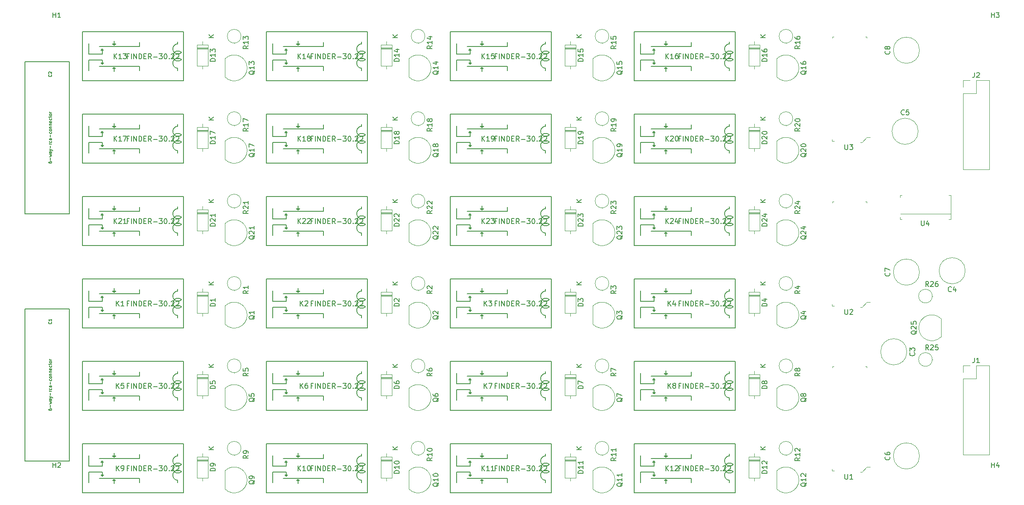
<source format=gbr>
%TF.GenerationSoftware,KiCad,Pcbnew,5.0.2-1.fc29*%
%TF.CreationDate,2018-12-27T16:56:31+02:00*%
%TF.ProjectId,audiorouter-board,61756469-6f72-46f7-9574-65722d626f61,rev?*%
%TF.SameCoordinates,Original*%
%TF.FileFunction,Legend,Top*%
%TF.FilePolarity,Positive*%
%FSLAX46Y46*%
G04 Gerber Fmt 4.6, Leading zero omitted, Abs format (unit mm)*
G04 Created by KiCad (PCBNEW 5.0.2-1.fc29) date N 27 dets  2018 16:56:31 EET*
%MOMM*%
%LPD*%
G01*
G04 APERTURE LIST*
%ADD10C,0.203200*%
%ADD11C,0.120000*%
%ADD12C,0.150000*%
%ADD13C,0.100000*%
%ADD14C,0.127000*%
G04 APERTURE END LIST*
D10*
X33020000Y-78740000D02*
X33020000Y-48260000D01*
X24130000Y-48260000D02*
X24130000Y-78740000D01*
X33020000Y-48260000D02*
X24130000Y-48260000D01*
X33020000Y-78740000D02*
X24130000Y-78740000D01*
X33020000Y-128270000D02*
X33020000Y-97790000D01*
X24130000Y-97790000D02*
X24130000Y-128270000D01*
X33020000Y-97790000D02*
X24130000Y-97790000D01*
X33020000Y-128270000D02*
X24130000Y-128270000D01*
D11*
X212030000Y-127060000D02*
X217230000Y-127060000D01*
X212030000Y-111760000D02*
X212030000Y-127060000D01*
X217230000Y-109160000D02*
X217230000Y-127060000D01*
X212030000Y-111760000D02*
X214630000Y-111760000D01*
X214630000Y-111760000D02*
X214630000Y-109160000D01*
X214630000Y-109160000D02*
X217230000Y-109160000D01*
X212030000Y-110490000D02*
X212030000Y-109160000D01*
X212030000Y-109160000D02*
X213360000Y-109160000D01*
X212030000Y-52010000D02*
X213360000Y-52010000D01*
X212030000Y-53340000D02*
X212030000Y-52010000D01*
X214630000Y-52010000D02*
X217230000Y-52010000D01*
X214630000Y-54610000D02*
X214630000Y-52010000D01*
X212030000Y-54610000D02*
X214630000Y-54610000D01*
X217230000Y-52010000D02*
X217230000Y-69910000D01*
X212030000Y-54610000D02*
X212030000Y-69910000D01*
X212030000Y-69910000D02*
X217230000Y-69910000D01*
D12*
X54680844Y-94234893D02*
G75*
G03X55492653Y-95980977I87025J-1021299D01*
G01*
X55504785Y-95950216D02*
G75*
G03X55504784Y-97399785I-724785J-724784D01*
G01*
X39605000Y-96300000D02*
X39605000Y-95400000D01*
X39607019Y-95192899D02*
X39832019Y-95492899D01*
X39832019Y-95492899D02*
X39357019Y-95492899D01*
X39357019Y-95492899D02*
X39582019Y-95192899D01*
X39080000Y-94750000D02*
X42005000Y-94750000D01*
X39607019Y-96292899D02*
X36932019Y-96292899D01*
X36905000Y-94175000D02*
X36905000Y-96300000D01*
X41980000Y-94750000D02*
X47055000Y-94750000D01*
X47055000Y-94750000D02*
X47055000Y-93950000D01*
X41980000Y-93650000D02*
X41980000Y-94475000D01*
X35680000Y-101600000D02*
X55880000Y-101600000D01*
X35680000Y-91800000D02*
X35680000Y-101600000D01*
X55880000Y-91800000D02*
X35680000Y-91800000D01*
X55880000Y-101600000D02*
X55880000Y-91800000D01*
X47055000Y-99575000D02*
X47055000Y-98750000D01*
X47055000Y-98750000D02*
X41980000Y-98750000D01*
X41980000Y-98925000D02*
X41980000Y-99725000D01*
X41980000Y-98750000D02*
X39055000Y-98750000D01*
X36955000Y-99575000D02*
X36955000Y-97450000D01*
X36955000Y-97450000D02*
X39630000Y-97450000D01*
X39630000Y-97450000D02*
X39630000Y-98350000D01*
X39630000Y-98350000D02*
X39405000Y-98050000D01*
X39405000Y-98050000D02*
X39880000Y-98050000D01*
X39880000Y-98050000D02*
X39655000Y-98350000D01*
X41980000Y-94525000D02*
X42330000Y-94225000D01*
X42330000Y-94225000D02*
X41655000Y-94250000D01*
X41655000Y-94250000D02*
X41980000Y-94525000D01*
X41980000Y-94525000D02*
X41980000Y-94500000D01*
X41980000Y-98975000D02*
X42230000Y-99175000D01*
X42230000Y-99175000D02*
X41755000Y-99200000D01*
X41755000Y-99200000D02*
X41980000Y-98950000D01*
X55496698Y-97391145D02*
G75*
G03X54730000Y-99150000I-728830J-728830D01*
G01*
X54680000Y-94225000D02*
X54680000Y-93800000D01*
X54730000Y-99175000D02*
X54730000Y-99625000D01*
X91510844Y-94234893D02*
G75*
G03X92322653Y-95980977I87025J-1021299D01*
G01*
X92334785Y-95950216D02*
G75*
G03X92334784Y-97399785I-724785J-724784D01*
G01*
X76435000Y-96300000D02*
X76435000Y-95400000D01*
X76437019Y-95192899D02*
X76662019Y-95492899D01*
X76662019Y-95492899D02*
X76187019Y-95492899D01*
X76187019Y-95492899D02*
X76412019Y-95192899D01*
X75910000Y-94750000D02*
X78835000Y-94750000D01*
X76437019Y-96292899D02*
X73762019Y-96292899D01*
X73735000Y-94175000D02*
X73735000Y-96300000D01*
X78810000Y-94750000D02*
X83885000Y-94750000D01*
X83885000Y-94750000D02*
X83885000Y-93950000D01*
X78810000Y-93650000D02*
X78810000Y-94475000D01*
X72510000Y-101600000D02*
X92710000Y-101600000D01*
X72510000Y-91800000D02*
X72510000Y-101600000D01*
X92710000Y-91800000D02*
X72510000Y-91800000D01*
X92710000Y-101600000D02*
X92710000Y-91800000D01*
X83885000Y-99575000D02*
X83885000Y-98750000D01*
X83885000Y-98750000D02*
X78810000Y-98750000D01*
X78810000Y-98925000D02*
X78810000Y-99725000D01*
X78810000Y-98750000D02*
X75885000Y-98750000D01*
X73785000Y-99575000D02*
X73785000Y-97450000D01*
X73785000Y-97450000D02*
X76460000Y-97450000D01*
X76460000Y-97450000D02*
X76460000Y-98350000D01*
X76460000Y-98350000D02*
X76235000Y-98050000D01*
X76235000Y-98050000D02*
X76710000Y-98050000D01*
X76710000Y-98050000D02*
X76485000Y-98350000D01*
X78810000Y-94525000D02*
X79160000Y-94225000D01*
X79160000Y-94225000D02*
X78485000Y-94250000D01*
X78485000Y-94250000D02*
X78810000Y-94525000D01*
X78810000Y-94525000D02*
X78810000Y-94500000D01*
X78810000Y-98975000D02*
X79060000Y-99175000D01*
X79060000Y-99175000D02*
X78585000Y-99200000D01*
X78585000Y-99200000D02*
X78810000Y-98950000D01*
X92326698Y-97391145D02*
G75*
G03X91560000Y-99150000I-728830J-728830D01*
G01*
X91510000Y-94225000D02*
X91510000Y-93800000D01*
X91560000Y-99175000D02*
X91560000Y-99625000D01*
X128340844Y-94234893D02*
G75*
G03X129152653Y-95980977I87025J-1021299D01*
G01*
X129164785Y-95950216D02*
G75*
G03X129164784Y-97399785I-724785J-724784D01*
G01*
X113265000Y-96300000D02*
X113265000Y-95400000D01*
X113267019Y-95192899D02*
X113492019Y-95492899D01*
X113492019Y-95492899D02*
X113017019Y-95492899D01*
X113017019Y-95492899D02*
X113242019Y-95192899D01*
X112740000Y-94750000D02*
X115665000Y-94750000D01*
X113267019Y-96292899D02*
X110592019Y-96292899D01*
X110565000Y-94175000D02*
X110565000Y-96300000D01*
X115640000Y-94750000D02*
X120715000Y-94750000D01*
X120715000Y-94750000D02*
X120715000Y-93950000D01*
X115640000Y-93650000D02*
X115640000Y-94475000D01*
X109340000Y-101600000D02*
X129540000Y-101600000D01*
X109340000Y-91800000D02*
X109340000Y-101600000D01*
X129540000Y-91800000D02*
X109340000Y-91800000D01*
X129540000Y-101600000D02*
X129540000Y-91800000D01*
X120715000Y-99575000D02*
X120715000Y-98750000D01*
X120715000Y-98750000D02*
X115640000Y-98750000D01*
X115640000Y-98925000D02*
X115640000Y-99725000D01*
X115640000Y-98750000D02*
X112715000Y-98750000D01*
X110615000Y-99575000D02*
X110615000Y-97450000D01*
X110615000Y-97450000D02*
X113290000Y-97450000D01*
X113290000Y-97450000D02*
X113290000Y-98350000D01*
X113290000Y-98350000D02*
X113065000Y-98050000D01*
X113065000Y-98050000D02*
X113540000Y-98050000D01*
X113540000Y-98050000D02*
X113315000Y-98350000D01*
X115640000Y-94525000D02*
X115990000Y-94225000D01*
X115990000Y-94225000D02*
X115315000Y-94250000D01*
X115315000Y-94250000D02*
X115640000Y-94525000D01*
X115640000Y-94525000D02*
X115640000Y-94500000D01*
X115640000Y-98975000D02*
X115890000Y-99175000D01*
X115890000Y-99175000D02*
X115415000Y-99200000D01*
X115415000Y-99200000D02*
X115640000Y-98950000D01*
X129156698Y-97391145D02*
G75*
G03X128390000Y-99150000I-728830J-728830D01*
G01*
X128340000Y-94225000D02*
X128340000Y-93800000D01*
X128390000Y-99175000D02*
X128390000Y-99625000D01*
X165220000Y-99175000D02*
X165220000Y-99625000D01*
X165170000Y-94225000D02*
X165170000Y-93800000D01*
X165986698Y-97391145D02*
G75*
G03X165220000Y-99150000I-728830J-728830D01*
G01*
X152245000Y-99200000D02*
X152470000Y-98950000D01*
X152720000Y-99175000D02*
X152245000Y-99200000D01*
X152470000Y-98975000D02*
X152720000Y-99175000D01*
X152470000Y-94525000D02*
X152470000Y-94500000D01*
X152145000Y-94250000D02*
X152470000Y-94525000D01*
X152820000Y-94225000D02*
X152145000Y-94250000D01*
X152470000Y-94525000D02*
X152820000Y-94225000D01*
X150370000Y-98050000D02*
X150145000Y-98350000D01*
X149895000Y-98050000D02*
X150370000Y-98050000D01*
X150120000Y-98350000D02*
X149895000Y-98050000D01*
X150120000Y-97450000D02*
X150120000Y-98350000D01*
X147445000Y-97450000D02*
X150120000Y-97450000D01*
X147445000Y-99575000D02*
X147445000Y-97450000D01*
X152470000Y-98750000D02*
X149545000Y-98750000D01*
X152470000Y-98925000D02*
X152470000Y-99725000D01*
X157545000Y-98750000D02*
X152470000Y-98750000D01*
X157545000Y-99575000D02*
X157545000Y-98750000D01*
X166370000Y-101600000D02*
X166370000Y-91800000D01*
X166370000Y-91800000D02*
X146170000Y-91800000D01*
X146170000Y-91800000D02*
X146170000Y-101600000D01*
X146170000Y-101600000D02*
X166370000Y-101600000D01*
X152470000Y-93650000D02*
X152470000Y-94475000D01*
X157545000Y-94750000D02*
X157545000Y-93950000D01*
X152470000Y-94750000D02*
X157545000Y-94750000D01*
X147395000Y-94175000D02*
X147395000Y-96300000D01*
X150097019Y-96292899D02*
X147422019Y-96292899D01*
X149570000Y-94750000D02*
X152495000Y-94750000D01*
X149847019Y-95492899D02*
X150072019Y-95192899D01*
X150322019Y-95492899D02*
X149847019Y-95492899D01*
X150097019Y-95192899D02*
X150322019Y-95492899D01*
X150095000Y-96300000D02*
X150095000Y-95400000D01*
X165994785Y-95950216D02*
G75*
G03X165994784Y-97399785I-724785J-724784D01*
G01*
X165170844Y-94234893D02*
G75*
G03X165982653Y-95980977I87025J-1021299D01*
G01*
X54730000Y-115685000D02*
X54730000Y-116135000D01*
X54680000Y-110735000D02*
X54680000Y-110310000D01*
X55496698Y-113901145D02*
G75*
G03X54730000Y-115660000I-728830J-728830D01*
G01*
X41755000Y-115710000D02*
X41980000Y-115460000D01*
X42230000Y-115685000D02*
X41755000Y-115710000D01*
X41980000Y-115485000D02*
X42230000Y-115685000D01*
X41980000Y-111035000D02*
X41980000Y-111010000D01*
X41655000Y-110760000D02*
X41980000Y-111035000D01*
X42330000Y-110735000D02*
X41655000Y-110760000D01*
X41980000Y-111035000D02*
X42330000Y-110735000D01*
X39880000Y-114560000D02*
X39655000Y-114860000D01*
X39405000Y-114560000D02*
X39880000Y-114560000D01*
X39630000Y-114860000D02*
X39405000Y-114560000D01*
X39630000Y-113960000D02*
X39630000Y-114860000D01*
X36955000Y-113960000D02*
X39630000Y-113960000D01*
X36955000Y-116085000D02*
X36955000Y-113960000D01*
X41980000Y-115260000D02*
X39055000Y-115260000D01*
X41980000Y-115435000D02*
X41980000Y-116235000D01*
X47055000Y-115260000D02*
X41980000Y-115260000D01*
X47055000Y-116085000D02*
X47055000Y-115260000D01*
X55880000Y-118110000D02*
X55880000Y-108310000D01*
X55880000Y-108310000D02*
X35680000Y-108310000D01*
X35680000Y-108310000D02*
X35680000Y-118110000D01*
X35680000Y-118110000D02*
X55880000Y-118110000D01*
X41980000Y-110160000D02*
X41980000Y-110985000D01*
X47055000Y-111260000D02*
X47055000Y-110460000D01*
X41980000Y-111260000D02*
X47055000Y-111260000D01*
X36905000Y-110685000D02*
X36905000Y-112810000D01*
X39607019Y-112802899D02*
X36932019Y-112802899D01*
X39080000Y-111260000D02*
X42005000Y-111260000D01*
X39357019Y-112002899D02*
X39582019Y-111702899D01*
X39832019Y-112002899D02*
X39357019Y-112002899D01*
X39607019Y-111702899D02*
X39832019Y-112002899D01*
X39605000Y-112810000D02*
X39605000Y-111910000D01*
X55504785Y-112460216D02*
G75*
G03X55504784Y-113909785I-724785J-724784D01*
G01*
X54680844Y-110744893D02*
G75*
G03X55492653Y-112490977I87025J-1021299D01*
G01*
X91560000Y-115685000D02*
X91560000Y-116135000D01*
X91510000Y-110735000D02*
X91510000Y-110310000D01*
X92326698Y-113901145D02*
G75*
G03X91560000Y-115660000I-728830J-728830D01*
G01*
X78585000Y-115710000D02*
X78810000Y-115460000D01*
X79060000Y-115685000D02*
X78585000Y-115710000D01*
X78810000Y-115485000D02*
X79060000Y-115685000D01*
X78810000Y-111035000D02*
X78810000Y-111010000D01*
X78485000Y-110760000D02*
X78810000Y-111035000D01*
X79160000Y-110735000D02*
X78485000Y-110760000D01*
X78810000Y-111035000D02*
X79160000Y-110735000D01*
X76710000Y-114560000D02*
X76485000Y-114860000D01*
X76235000Y-114560000D02*
X76710000Y-114560000D01*
X76460000Y-114860000D02*
X76235000Y-114560000D01*
X76460000Y-113960000D02*
X76460000Y-114860000D01*
X73785000Y-113960000D02*
X76460000Y-113960000D01*
X73785000Y-116085000D02*
X73785000Y-113960000D01*
X78810000Y-115260000D02*
X75885000Y-115260000D01*
X78810000Y-115435000D02*
X78810000Y-116235000D01*
X83885000Y-115260000D02*
X78810000Y-115260000D01*
X83885000Y-116085000D02*
X83885000Y-115260000D01*
X92710000Y-118110000D02*
X92710000Y-108310000D01*
X92710000Y-108310000D02*
X72510000Y-108310000D01*
X72510000Y-108310000D02*
X72510000Y-118110000D01*
X72510000Y-118110000D02*
X92710000Y-118110000D01*
X78810000Y-110160000D02*
X78810000Y-110985000D01*
X83885000Y-111260000D02*
X83885000Y-110460000D01*
X78810000Y-111260000D02*
X83885000Y-111260000D01*
X73735000Y-110685000D02*
X73735000Y-112810000D01*
X76437019Y-112802899D02*
X73762019Y-112802899D01*
X75910000Y-111260000D02*
X78835000Y-111260000D01*
X76187019Y-112002899D02*
X76412019Y-111702899D01*
X76662019Y-112002899D02*
X76187019Y-112002899D01*
X76437019Y-111702899D02*
X76662019Y-112002899D01*
X76435000Y-112810000D02*
X76435000Y-111910000D01*
X92334785Y-112460216D02*
G75*
G03X92334784Y-113909785I-724785J-724784D01*
G01*
X91510844Y-110744893D02*
G75*
G03X92322653Y-112490977I87025J-1021299D01*
G01*
X128340844Y-110744893D02*
G75*
G03X129152653Y-112490977I87025J-1021299D01*
G01*
X129164785Y-112460216D02*
G75*
G03X129164784Y-113909785I-724785J-724784D01*
G01*
X113265000Y-112810000D02*
X113265000Y-111910000D01*
X113267019Y-111702899D02*
X113492019Y-112002899D01*
X113492019Y-112002899D02*
X113017019Y-112002899D01*
X113017019Y-112002899D02*
X113242019Y-111702899D01*
X112740000Y-111260000D02*
X115665000Y-111260000D01*
X113267019Y-112802899D02*
X110592019Y-112802899D01*
X110565000Y-110685000D02*
X110565000Y-112810000D01*
X115640000Y-111260000D02*
X120715000Y-111260000D01*
X120715000Y-111260000D02*
X120715000Y-110460000D01*
X115640000Y-110160000D02*
X115640000Y-110985000D01*
X109340000Y-118110000D02*
X129540000Y-118110000D01*
X109340000Y-108310000D02*
X109340000Y-118110000D01*
X129540000Y-108310000D02*
X109340000Y-108310000D01*
X129540000Y-118110000D02*
X129540000Y-108310000D01*
X120715000Y-116085000D02*
X120715000Y-115260000D01*
X120715000Y-115260000D02*
X115640000Y-115260000D01*
X115640000Y-115435000D02*
X115640000Y-116235000D01*
X115640000Y-115260000D02*
X112715000Y-115260000D01*
X110615000Y-116085000D02*
X110615000Y-113960000D01*
X110615000Y-113960000D02*
X113290000Y-113960000D01*
X113290000Y-113960000D02*
X113290000Y-114860000D01*
X113290000Y-114860000D02*
X113065000Y-114560000D01*
X113065000Y-114560000D02*
X113540000Y-114560000D01*
X113540000Y-114560000D02*
X113315000Y-114860000D01*
X115640000Y-111035000D02*
X115990000Y-110735000D01*
X115990000Y-110735000D02*
X115315000Y-110760000D01*
X115315000Y-110760000D02*
X115640000Y-111035000D01*
X115640000Y-111035000D02*
X115640000Y-111010000D01*
X115640000Y-115485000D02*
X115890000Y-115685000D01*
X115890000Y-115685000D02*
X115415000Y-115710000D01*
X115415000Y-115710000D02*
X115640000Y-115460000D01*
X129156698Y-113901145D02*
G75*
G03X128390000Y-115660000I-728830J-728830D01*
G01*
X128340000Y-110735000D02*
X128340000Y-110310000D01*
X128390000Y-115685000D02*
X128390000Y-116135000D01*
X165220000Y-115685000D02*
X165220000Y-116135000D01*
X165170000Y-110735000D02*
X165170000Y-110310000D01*
X165986698Y-113901145D02*
G75*
G03X165220000Y-115660000I-728830J-728830D01*
G01*
X152245000Y-115710000D02*
X152470000Y-115460000D01*
X152720000Y-115685000D02*
X152245000Y-115710000D01*
X152470000Y-115485000D02*
X152720000Y-115685000D01*
X152470000Y-111035000D02*
X152470000Y-111010000D01*
X152145000Y-110760000D02*
X152470000Y-111035000D01*
X152820000Y-110735000D02*
X152145000Y-110760000D01*
X152470000Y-111035000D02*
X152820000Y-110735000D01*
X150370000Y-114560000D02*
X150145000Y-114860000D01*
X149895000Y-114560000D02*
X150370000Y-114560000D01*
X150120000Y-114860000D02*
X149895000Y-114560000D01*
X150120000Y-113960000D02*
X150120000Y-114860000D01*
X147445000Y-113960000D02*
X150120000Y-113960000D01*
X147445000Y-116085000D02*
X147445000Y-113960000D01*
X152470000Y-115260000D02*
X149545000Y-115260000D01*
X152470000Y-115435000D02*
X152470000Y-116235000D01*
X157545000Y-115260000D02*
X152470000Y-115260000D01*
X157545000Y-116085000D02*
X157545000Y-115260000D01*
X166370000Y-118110000D02*
X166370000Y-108310000D01*
X166370000Y-108310000D02*
X146170000Y-108310000D01*
X146170000Y-108310000D02*
X146170000Y-118110000D01*
X146170000Y-118110000D02*
X166370000Y-118110000D01*
X152470000Y-110160000D02*
X152470000Y-110985000D01*
X157545000Y-111260000D02*
X157545000Y-110460000D01*
X152470000Y-111260000D02*
X157545000Y-111260000D01*
X147395000Y-110685000D02*
X147395000Y-112810000D01*
X150097019Y-112802899D02*
X147422019Y-112802899D01*
X149570000Y-111260000D02*
X152495000Y-111260000D01*
X149847019Y-112002899D02*
X150072019Y-111702899D01*
X150322019Y-112002899D02*
X149847019Y-112002899D01*
X150097019Y-111702899D02*
X150322019Y-112002899D01*
X150095000Y-112810000D02*
X150095000Y-111910000D01*
X165994785Y-112460216D02*
G75*
G03X165994784Y-113909785I-724785J-724784D01*
G01*
X165170844Y-110744893D02*
G75*
G03X165982653Y-112490977I87025J-1021299D01*
G01*
X54680844Y-127254893D02*
G75*
G03X55492653Y-129000977I87025J-1021299D01*
G01*
X55504785Y-128970216D02*
G75*
G03X55504784Y-130419785I-724785J-724784D01*
G01*
X39605000Y-129320000D02*
X39605000Y-128420000D01*
X39607019Y-128212899D02*
X39832019Y-128512899D01*
X39832019Y-128512899D02*
X39357019Y-128512899D01*
X39357019Y-128512899D02*
X39582019Y-128212899D01*
X39080000Y-127770000D02*
X42005000Y-127770000D01*
X39607019Y-129312899D02*
X36932019Y-129312899D01*
X36905000Y-127195000D02*
X36905000Y-129320000D01*
X41980000Y-127770000D02*
X47055000Y-127770000D01*
X47055000Y-127770000D02*
X47055000Y-126970000D01*
X41980000Y-126670000D02*
X41980000Y-127495000D01*
X35680000Y-134620000D02*
X55880000Y-134620000D01*
X35680000Y-124820000D02*
X35680000Y-134620000D01*
X55880000Y-124820000D02*
X35680000Y-124820000D01*
X55880000Y-134620000D02*
X55880000Y-124820000D01*
X47055000Y-132595000D02*
X47055000Y-131770000D01*
X47055000Y-131770000D02*
X41980000Y-131770000D01*
X41980000Y-131945000D02*
X41980000Y-132745000D01*
X41980000Y-131770000D02*
X39055000Y-131770000D01*
X36955000Y-132595000D02*
X36955000Y-130470000D01*
X36955000Y-130470000D02*
X39630000Y-130470000D01*
X39630000Y-130470000D02*
X39630000Y-131370000D01*
X39630000Y-131370000D02*
X39405000Y-131070000D01*
X39405000Y-131070000D02*
X39880000Y-131070000D01*
X39880000Y-131070000D02*
X39655000Y-131370000D01*
X41980000Y-127545000D02*
X42330000Y-127245000D01*
X42330000Y-127245000D02*
X41655000Y-127270000D01*
X41655000Y-127270000D02*
X41980000Y-127545000D01*
X41980000Y-127545000D02*
X41980000Y-127520000D01*
X41980000Y-131995000D02*
X42230000Y-132195000D01*
X42230000Y-132195000D02*
X41755000Y-132220000D01*
X41755000Y-132220000D02*
X41980000Y-131970000D01*
X55496698Y-130411145D02*
G75*
G03X54730000Y-132170000I-728830J-728830D01*
G01*
X54680000Y-127245000D02*
X54680000Y-126820000D01*
X54730000Y-132195000D02*
X54730000Y-132645000D01*
X91560000Y-132195000D02*
X91560000Y-132645000D01*
X91510000Y-127245000D02*
X91510000Y-126820000D01*
X92326698Y-130411145D02*
G75*
G03X91560000Y-132170000I-728830J-728830D01*
G01*
X78585000Y-132220000D02*
X78810000Y-131970000D01*
X79060000Y-132195000D02*
X78585000Y-132220000D01*
X78810000Y-131995000D02*
X79060000Y-132195000D01*
X78810000Y-127545000D02*
X78810000Y-127520000D01*
X78485000Y-127270000D02*
X78810000Y-127545000D01*
X79160000Y-127245000D02*
X78485000Y-127270000D01*
X78810000Y-127545000D02*
X79160000Y-127245000D01*
X76710000Y-131070000D02*
X76485000Y-131370000D01*
X76235000Y-131070000D02*
X76710000Y-131070000D01*
X76460000Y-131370000D02*
X76235000Y-131070000D01*
X76460000Y-130470000D02*
X76460000Y-131370000D01*
X73785000Y-130470000D02*
X76460000Y-130470000D01*
X73785000Y-132595000D02*
X73785000Y-130470000D01*
X78810000Y-131770000D02*
X75885000Y-131770000D01*
X78810000Y-131945000D02*
X78810000Y-132745000D01*
X83885000Y-131770000D02*
X78810000Y-131770000D01*
X83885000Y-132595000D02*
X83885000Y-131770000D01*
X92710000Y-134620000D02*
X92710000Y-124820000D01*
X92710000Y-124820000D02*
X72510000Y-124820000D01*
X72510000Y-124820000D02*
X72510000Y-134620000D01*
X72510000Y-134620000D02*
X92710000Y-134620000D01*
X78810000Y-126670000D02*
X78810000Y-127495000D01*
X83885000Y-127770000D02*
X83885000Y-126970000D01*
X78810000Y-127770000D02*
X83885000Y-127770000D01*
X73735000Y-127195000D02*
X73735000Y-129320000D01*
X76437019Y-129312899D02*
X73762019Y-129312899D01*
X75910000Y-127770000D02*
X78835000Y-127770000D01*
X76187019Y-128512899D02*
X76412019Y-128212899D01*
X76662019Y-128512899D02*
X76187019Y-128512899D01*
X76437019Y-128212899D02*
X76662019Y-128512899D01*
X76435000Y-129320000D02*
X76435000Y-128420000D01*
X92334785Y-128970216D02*
G75*
G03X92334784Y-130419785I-724785J-724784D01*
G01*
X91510844Y-127254893D02*
G75*
G03X92322653Y-129000977I87025J-1021299D01*
G01*
X128390000Y-132195000D02*
X128390000Y-132645000D01*
X128340000Y-127245000D02*
X128340000Y-126820000D01*
X129156698Y-130411145D02*
G75*
G03X128390000Y-132170000I-728830J-728830D01*
G01*
X115415000Y-132220000D02*
X115640000Y-131970000D01*
X115890000Y-132195000D02*
X115415000Y-132220000D01*
X115640000Y-131995000D02*
X115890000Y-132195000D01*
X115640000Y-127545000D02*
X115640000Y-127520000D01*
X115315000Y-127270000D02*
X115640000Y-127545000D01*
X115990000Y-127245000D02*
X115315000Y-127270000D01*
X115640000Y-127545000D02*
X115990000Y-127245000D01*
X113540000Y-131070000D02*
X113315000Y-131370000D01*
X113065000Y-131070000D02*
X113540000Y-131070000D01*
X113290000Y-131370000D02*
X113065000Y-131070000D01*
X113290000Y-130470000D02*
X113290000Y-131370000D01*
X110615000Y-130470000D02*
X113290000Y-130470000D01*
X110615000Y-132595000D02*
X110615000Y-130470000D01*
X115640000Y-131770000D02*
X112715000Y-131770000D01*
X115640000Y-131945000D02*
X115640000Y-132745000D01*
X120715000Y-131770000D02*
X115640000Y-131770000D01*
X120715000Y-132595000D02*
X120715000Y-131770000D01*
X129540000Y-134620000D02*
X129540000Y-124820000D01*
X129540000Y-124820000D02*
X109340000Y-124820000D01*
X109340000Y-124820000D02*
X109340000Y-134620000D01*
X109340000Y-134620000D02*
X129540000Y-134620000D01*
X115640000Y-126670000D02*
X115640000Y-127495000D01*
X120715000Y-127770000D02*
X120715000Y-126970000D01*
X115640000Y-127770000D02*
X120715000Y-127770000D01*
X110565000Y-127195000D02*
X110565000Y-129320000D01*
X113267019Y-129312899D02*
X110592019Y-129312899D01*
X112740000Y-127770000D02*
X115665000Y-127770000D01*
X113017019Y-128512899D02*
X113242019Y-128212899D01*
X113492019Y-128512899D02*
X113017019Y-128512899D01*
X113267019Y-128212899D02*
X113492019Y-128512899D01*
X113265000Y-129320000D02*
X113265000Y-128420000D01*
X129164785Y-128970216D02*
G75*
G03X129164784Y-130419785I-724785J-724784D01*
G01*
X128340844Y-127254893D02*
G75*
G03X129152653Y-129000977I87025J-1021299D01*
G01*
X165170844Y-127254893D02*
G75*
G03X165982653Y-129000977I87025J-1021299D01*
G01*
X165994785Y-128970216D02*
G75*
G03X165994784Y-130419785I-724785J-724784D01*
G01*
X150095000Y-129320000D02*
X150095000Y-128420000D01*
X150097019Y-128212899D02*
X150322019Y-128512899D01*
X150322019Y-128512899D02*
X149847019Y-128512899D01*
X149847019Y-128512899D02*
X150072019Y-128212899D01*
X149570000Y-127770000D02*
X152495000Y-127770000D01*
X150097019Y-129312899D02*
X147422019Y-129312899D01*
X147395000Y-127195000D02*
X147395000Y-129320000D01*
X152470000Y-127770000D02*
X157545000Y-127770000D01*
X157545000Y-127770000D02*
X157545000Y-126970000D01*
X152470000Y-126670000D02*
X152470000Y-127495000D01*
X146170000Y-134620000D02*
X166370000Y-134620000D01*
X146170000Y-124820000D02*
X146170000Y-134620000D01*
X166370000Y-124820000D02*
X146170000Y-124820000D01*
X166370000Y-134620000D02*
X166370000Y-124820000D01*
X157545000Y-132595000D02*
X157545000Y-131770000D01*
X157545000Y-131770000D02*
X152470000Y-131770000D01*
X152470000Y-131945000D02*
X152470000Y-132745000D01*
X152470000Y-131770000D02*
X149545000Y-131770000D01*
X147445000Y-132595000D02*
X147445000Y-130470000D01*
X147445000Y-130470000D02*
X150120000Y-130470000D01*
X150120000Y-130470000D02*
X150120000Y-131370000D01*
X150120000Y-131370000D02*
X149895000Y-131070000D01*
X149895000Y-131070000D02*
X150370000Y-131070000D01*
X150370000Y-131070000D02*
X150145000Y-131370000D01*
X152470000Y-127545000D02*
X152820000Y-127245000D01*
X152820000Y-127245000D02*
X152145000Y-127270000D01*
X152145000Y-127270000D02*
X152470000Y-127545000D01*
X152470000Y-127545000D02*
X152470000Y-127520000D01*
X152470000Y-131995000D02*
X152720000Y-132195000D01*
X152720000Y-132195000D02*
X152245000Y-132220000D01*
X152245000Y-132220000D02*
X152470000Y-131970000D01*
X165986698Y-130411145D02*
G75*
G03X165220000Y-132170000I-728830J-728830D01*
G01*
X165170000Y-127245000D02*
X165170000Y-126820000D01*
X165220000Y-132195000D02*
X165220000Y-132645000D01*
X54680844Y-44704893D02*
G75*
G03X55492653Y-46450977I87025J-1021299D01*
G01*
X55504785Y-46420216D02*
G75*
G03X55504784Y-47869785I-724785J-724784D01*
G01*
X39605000Y-46770000D02*
X39605000Y-45870000D01*
X39607019Y-45662899D02*
X39832019Y-45962899D01*
X39832019Y-45962899D02*
X39357019Y-45962899D01*
X39357019Y-45962899D02*
X39582019Y-45662899D01*
X39080000Y-45220000D02*
X42005000Y-45220000D01*
X39607019Y-46762899D02*
X36932019Y-46762899D01*
X36905000Y-44645000D02*
X36905000Y-46770000D01*
X41980000Y-45220000D02*
X47055000Y-45220000D01*
X47055000Y-45220000D02*
X47055000Y-44420000D01*
X41980000Y-44120000D02*
X41980000Y-44945000D01*
X35680000Y-52070000D02*
X55880000Y-52070000D01*
X35680000Y-42270000D02*
X35680000Y-52070000D01*
X55880000Y-42270000D02*
X35680000Y-42270000D01*
X55880000Y-52070000D02*
X55880000Y-42270000D01*
X47055000Y-50045000D02*
X47055000Y-49220000D01*
X47055000Y-49220000D02*
X41980000Y-49220000D01*
X41980000Y-49395000D02*
X41980000Y-50195000D01*
X41980000Y-49220000D02*
X39055000Y-49220000D01*
X36955000Y-50045000D02*
X36955000Y-47920000D01*
X36955000Y-47920000D02*
X39630000Y-47920000D01*
X39630000Y-47920000D02*
X39630000Y-48820000D01*
X39630000Y-48820000D02*
X39405000Y-48520000D01*
X39405000Y-48520000D02*
X39880000Y-48520000D01*
X39880000Y-48520000D02*
X39655000Y-48820000D01*
X41980000Y-44995000D02*
X42330000Y-44695000D01*
X42330000Y-44695000D02*
X41655000Y-44720000D01*
X41655000Y-44720000D02*
X41980000Y-44995000D01*
X41980000Y-44995000D02*
X41980000Y-44970000D01*
X41980000Y-49445000D02*
X42230000Y-49645000D01*
X42230000Y-49645000D02*
X41755000Y-49670000D01*
X41755000Y-49670000D02*
X41980000Y-49420000D01*
X55496698Y-47861145D02*
G75*
G03X54730000Y-49620000I-728830J-728830D01*
G01*
X54680000Y-44695000D02*
X54680000Y-44270000D01*
X54730000Y-49645000D02*
X54730000Y-50095000D01*
X91560000Y-49645000D02*
X91560000Y-50095000D01*
X91510000Y-44695000D02*
X91510000Y-44270000D01*
X92326698Y-47861145D02*
G75*
G03X91560000Y-49620000I-728830J-728830D01*
G01*
X78585000Y-49670000D02*
X78810000Y-49420000D01*
X79060000Y-49645000D02*
X78585000Y-49670000D01*
X78810000Y-49445000D02*
X79060000Y-49645000D01*
X78810000Y-44995000D02*
X78810000Y-44970000D01*
X78485000Y-44720000D02*
X78810000Y-44995000D01*
X79160000Y-44695000D02*
X78485000Y-44720000D01*
X78810000Y-44995000D02*
X79160000Y-44695000D01*
X76710000Y-48520000D02*
X76485000Y-48820000D01*
X76235000Y-48520000D02*
X76710000Y-48520000D01*
X76460000Y-48820000D02*
X76235000Y-48520000D01*
X76460000Y-47920000D02*
X76460000Y-48820000D01*
X73785000Y-47920000D02*
X76460000Y-47920000D01*
X73785000Y-50045000D02*
X73785000Y-47920000D01*
X78810000Y-49220000D02*
X75885000Y-49220000D01*
X78810000Y-49395000D02*
X78810000Y-50195000D01*
X83885000Y-49220000D02*
X78810000Y-49220000D01*
X83885000Y-50045000D02*
X83885000Y-49220000D01*
X92710000Y-52070000D02*
X92710000Y-42270000D01*
X92710000Y-42270000D02*
X72510000Y-42270000D01*
X72510000Y-42270000D02*
X72510000Y-52070000D01*
X72510000Y-52070000D02*
X92710000Y-52070000D01*
X78810000Y-44120000D02*
X78810000Y-44945000D01*
X83885000Y-45220000D02*
X83885000Y-44420000D01*
X78810000Y-45220000D02*
X83885000Y-45220000D01*
X73735000Y-44645000D02*
X73735000Y-46770000D01*
X76437019Y-46762899D02*
X73762019Y-46762899D01*
X75910000Y-45220000D02*
X78835000Y-45220000D01*
X76187019Y-45962899D02*
X76412019Y-45662899D01*
X76662019Y-45962899D02*
X76187019Y-45962899D01*
X76437019Y-45662899D02*
X76662019Y-45962899D01*
X76435000Y-46770000D02*
X76435000Y-45870000D01*
X92334785Y-46420216D02*
G75*
G03X92334784Y-47869785I-724785J-724784D01*
G01*
X91510844Y-44704893D02*
G75*
G03X92322653Y-46450977I87025J-1021299D01*
G01*
X128390000Y-49645000D02*
X128390000Y-50095000D01*
X128340000Y-44695000D02*
X128340000Y-44270000D01*
X129156698Y-47861145D02*
G75*
G03X128390000Y-49620000I-728830J-728830D01*
G01*
X115415000Y-49670000D02*
X115640000Y-49420000D01*
X115890000Y-49645000D02*
X115415000Y-49670000D01*
X115640000Y-49445000D02*
X115890000Y-49645000D01*
X115640000Y-44995000D02*
X115640000Y-44970000D01*
X115315000Y-44720000D02*
X115640000Y-44995000D01*
X115990000Y-44695000D02*
X115315000Y-44720000D01*
X115640000Y-44995000D02*
X115990000Y-44695000D01*
X113540000Y-48520000D02*
X113315000Y-48820000D01*
X113065000Y-48520000D02*
X113540000Y-48520000D01*
X113290000Y-48820000D02*
X113065000Y-48520000D01*
X113290000Y-47920000D02*
X113290000Y-48820000D01*
X110615000Y-47920000D02*
X113290000Y-47920000D01*
X110615000Y-50045000D02*
X110615000Y-47920000D01*
X115640000Y-49220000D02*
X112715000Y-49220000D01*
X115640000Y-49395000D02*
X115640000Y-50195000D01*
X120715000Y-49220000D02*
X115640000Y-49220000D01*
X120715000Y-50045000D02*
X120715000Y-49220000D01*
X129540000Y-52070000D02*
X129540000Y-42270000D01*
X129540000Y-42270000D02*
X109340000Y-42270000D01*
X109340000Y-42270000D02*
X109340000Y-52070000D01*
X109340000Y-52070000D02*
X129540000Y-52070000D01*
X115640000Y-44120000D02*
X115640000Y-44945000D01*
X120715000Y-45220000D02*
X120715000Y-44420000D01*
X115640000Y-45220000D02*
X120715000Y-45220000D01*
X110565000Y-44645000D02*
X110565000Y-46770000D01*
X113267019Y-46762899D02*
X110592019Y-46762899D01*
X112740000Y-45220000D02*
X115665000Y-45220000D01*
X113017019Y-45962899D02*
X113242019Y-45662899D01*
X113492019Y-45962899D02*
X113017019Y-45962899D01*
X113267019Y-45662899D02*
X113492019Y-45962899D01*
X113265000Y-46770000D02*
X113265000Y-45870000D01*
X129164785Y-46420216D02*
G75*
G03X129164784Y-47869785I-724785J-724784D01*
G01*
X128340844Y-44704893D02*
G75*
G03X129152653Y-46450977I87025J-1021299D01*
G01*
X165170844Y-44704893D02*
G75*
G03X165982653Y-46450977I87025J-1021299D01*
G01*
X165994785Y-46420216D02*
G75*
G03X165994784Y-47869785I-724785J-724784D01*
G01*
X150095000Y-46770000D02*
X150095000Y-45870000D01*
X150097019Y-45662899D02*
X150322019Y-45962899D01*
X150322019Y-45962899D02*
X149847019Y-45962899D01*
X149847019Y-45962899D02*
X150072019Y-45662899D01*
X149570000Y-45220000D02*
X152495000Y-45220000D01*
X150097019Y-46762899D02*
X147422019Y-46762899D01*
X147395000Y-44645000D02*
X147395000Y-46770000D01*
X152470000Y-45220000D02*
X157545000Y-45220000D01*
X157545000Y-45220000D02*
X157545000Y-44420000D01*
X152470000Y-44120000D02*
X152470000Y-44945000D01*
X146170000Y-52070000D02*
X166370000Y-52070000D01*
X146170000Y-42270000D02*
X146170000Y-52070000D01*
X166370000Y-42270000D02*
X146170000Y-42270000D01*
X166370000Y-52070000D02*
X166370000Y-42270000D01*
X157545000Y-50045000D02*
X157545000Y-49220000D01*
X157545000Y-49220000D02*
X152470000Y-49220000D01*
X152470000Y-49395000D02*
X152470000Y-50195000D01*
X152470000Y-49220000D02*
X149545000Y-49220000D01*
X147445000Y-50045000D02*
X147445000Y-47920000D01*
X147445000Y-47920000D02*
X150120000Y-47920000D01*
X150120000Y-47920000D02*
X150120000Y-48820000D01*
X150120000Y-48820000D02*
X149895000Y-48520000D01*
X149895000Y-48520000D02*
X150370000Y-48520000D01*
X150370000Y-48520000D02*
X150145000Y-48820000D01*
X152470000Y-44995000D02*
X152820000Y-44695000D01*
X152820000Y-44695000D02*
X152145000Y-44720000D01*
X152145000Y-44720000D02*
X152470000Y-44995000D01*
X152470000Y-44995000D02*
X152470000Y-44970000D01*
X152470000Y-49445000D02*
X152720000Y-49645000D01*
X152720000Y-49645000D02*
X152245000Y-49670000D01*
X152245000Y-49670000D02*
X152470000Y-49420000D01*
X165986698Y-47861145D02*
G75*
G03X165220000Y-49620000I-728830J-728830D01*
G01*
X165170000Y-44695000D02*
X165170000Y-44270000D01*
X165220000Y-49645000D02*
X165220000Y-50095000D01*
X54730000Y-66155000D02*
X54730000Y-66605000D01*
X54680000Y-61205000D02*
X54680000Y-60780000D01*
X55496698Y-64371145D02*
G75*
G03X54730000Y-66130000I-728830J-728830D01*
G01*
X41755000Y-66180000D02*
X41980000Y-65930000D01*
X42230000Y-66155000D02*
X41755000Y-66180000D01*
X41980000Y-65955000D02*
X42230000Y-66155000D01*
X41980000Y-61505000D02*
X41980000Y-61480000D01*
X41655000Y-61230000D02*
X41980000Y-61505000D01*
X42330000Y-61205000D02*
X41655000Y-61230000D01*
X41980000Y-61505000D02*
X42330000Y-61205000D01*
X39880000Y-65030000D02*
X39655000Y-65330000D01*
X39405000Y-65030000D02*
X39880000Y-65030000D01*
X39630000Y-65330000D02*
X39405000Y-65030000D01*
X39630000Y-64430000D02*
X39630000Y-65330000D01*
X36955000Y-64430000D02*
X39630000Y-64430000D01*
X36955000Y-66555000D02*
X36955000Y-64430000D01*
X41980000Y-65730000D02*
X39055000Y-65730000D01*
X41980000Y-65905000D02*
X41980000Y-66705000D01*
X47055000Y-65730000D02*
X41980000Y-65730000D01*
X47055000Y-66555000D02*
X47055000Y-65730000D01*
X55880000Y-68580000D02*
X55880000Y-58780000D01*
X55880000Y-58780000D02*
X35680000Y-58780000D01*
X35680000Y-58780000D02*
X35680000Y-68580000D01*
X35680000Y-68580000D02*
X55880000Y-68580000D01*
X41980000Y-60630000D02*
X41980000Y-61455000D01*
X47055000Y-61730000D02*
X47055000Y-60930000D01*
X41980000Y-61730000D02*
X47055000Y-61730000D01*
X36905000Y-61155000D02*
X36905000Y-63280000D01*
X39607019Y-63272899D02*
X36932019Y-63272899D01*
X39080000Y-61730000D02*
X42005000Y-61730000D01*
X39357019Y-62472899D02*
X39582019Y-62172899D01*
X39832019Y-62472899D02*
X39357019Y-62472899D01*
X39607019Y-62172899D02*
X39832019Y-62472899D01*
X39605000Y-63280000D02*
X39605000Y-62380000D01*
X55504785Y-62930216D02*
G75*
G03X55504784Y-64379785I-724785J-724784D01*
G01*
X54680844Y-61214893D02*
G75*
G03X55492653Y-62960977I87025J-1021299D01*
G01*
X91510844Y-61214893D02*
G75*
G03X92322653Y-62960977I87025J-1021299D01*
G01*
X92334785Y-62930216D02*
G75*
G03X92334784Y-64379785I-724785J-724784D01*
G01*
X76435000Y-63280000D02*
X76435000Y-62380000D01*
X76437019Y-62172899D02*
X76662019Y-62472899D01*
X76662019Y-62472899D02*
X76187019Y-62472899D01*
X76187019Y-62472899D02*
X76412019Y-62172899D01*
X75910000Y-61730000D02*
X78835000Y-61730000D01*
X76437019Y-63272899D02*
X73762019Y-63272899D01*
X73735000Y-61155000D02*
X73735000Y-63280000D01*
X78810000Y-61730000D02*
X83885000Y-61730000D01*
X83885000Y-61730000D02*
X83885000Y-60930000D01*
X78810000Y-60630000D02*
X78810000Y-61455000D01*
X72510000Y-68580000D02*
X92710000Y-68580000D01*
X72510000Y-58780000D02*
X72510000Y-68580000D01*
X92710000Y-58780000D02*
X72510000Y-58780000D01*
X92710000Y-68580000D02*
X92710000Y-58780000D01*
X83885000Y-66555000D02*
X83885000Y-65730000D01*
X83885000Y-65730000D02*
X78810000Y-65730000D01*
X78810000Y-65905000D02*
X78810000Y-66705000D01*
X78810000Y-65730000D02*
X75885000Y-65730000D01*
X73785000Y-66555000D02*
X73785000Y-64430000D01*
X73785000Y-64430000D02*
X76460000Y-64430000D01*
X76460000Y-64430000D02*
X76460000Y-65330000D01*
X76460000Y-65330000D02*
X76235000Y-65030000D01*
X76235000Y-65030000D02*
X76710000Y-65030000D01*
X76710000Y-65030000D02*
X76485000Y-65330000D01*
X78810000Y-61505000D02*
X79160000Y-61205000D01*
X79160000Y-61205000D02*
X78485000Y-61230000D01*
X78485000Y-61230000D02*
X78810000Y-61505000D01*
X78810000Y-61505000D02*
X78810000Y-61480000D01*
X78810000Y-65955000D02*
X79060000Y-66155000D01*
X79060000Y-66155000D02*
X78585000Y-66180000D01*
X78585000Y-66180000D02*
X78810000Y-65930000D01*
X92326698Y-64371145D02*
G75*
G03X91560000Y-66130000I-728830J-728830D01*
G01*
X91510000Y-61205000D02*
X91510000Y-60780000D01*
X91560000Y-66155000D02*
X91560000Y-66605000D01*
X128390000Y-66155000D02*
X128390000Y-66605000D01*
X128340000Y-61205000D02*
X128340000Y-60780000D01*
X129156698Y-64371145D02*
G75*
G03X128390000Y-66130000I-728830J-728830D01*
G01*
X115415000Y-66180000D02*
X115640000Y-65930000D01*
X115890000Y-66155000D02*
X115415000Y-66180000D01*
X115640000Y-65955000D02*
X115890000Y-66155000D01*
X115640000Y-61505000D02*
X115640000Y-61480000D01*
X115315000Y-61230000D02*
X115640000Y-61505000D01*
X115990000Y-61205000D02*
X115315000Y-61230000D01*
X115640000Y-61505000D02*
X115990000Y-61205000D01*
X113540000Y-65030000D02*
X113315000Y-65330000D01*
X113065000Y-65030000D02*
X113540000Y-65030000D01*
X113290000Y-65330000D02*
X113065000Y-65030000D01*
X113290000Y-64430000D02*
X113290000Y-65330000D01*
X110615000Y-64430000D02*
X113290000Y-64430000D01*
X110615000Y-66555000D02*
X110615000Y-64430000D01*
X115640000Y-65730000D02*
X112715000Y-65730000D01*
X115640000Y-65905000D02*
X115640000Y-66705000D01*
X120715000Y-65730000D02*
X115640000Y-65730000D01*
X120715000Y-66555000D02*
X120715000Y-65730000D01*
X129540000Y-68580000D02*
X129540000Y-58780000D01*
X129540000Y-58780000D02*
X109340000Y-58780000D01*
X109340000Y-58780000D02*
X109340000Y-68580000D01*
X109340000Y-68580000D02*
X129540000Y-68580000D01*
X115640000Y-60630000D02*
X115640000Y-61455000D01*
X120715000Y-61730000D02*
X120715000Y-60930000D01*
X115640000Y-61730000D02*
X120715000Y-61730000D01*
X110565000Y-61155000D02*
X110565000Y-63280000D01*
X113267019Y-63272899D02*
X110592019Y-63272899D01*
X112740000Y-61730000D02*
X115665000Y-61730000D01*
X113017019Y-62472899D02*
X113242019Y-62172899D01*
X113492019Y-62472899D02*
X113017019Y-62472899D01*
X113267019Y-62172899D02*
X113492019Y-62472899D01*
X113265000Y-63280000D02*
X113265000Y-62380000D01*
X129164785Y-62930216D02*
G75*
G03X129164784Y-64379785I-724785J-724784D01*
G01*
X128340844Y-61214893D02*
G75*
G03X129152653Y-62960977I87025J-1021299D01*
G01*
X165170844Y-61214893D02*
G75*
G03X165982653Y-62960977I87025J-1021299D01*
G01*
X165994785Y-62930216D02*
G75*
G03X165994784Y-64379785I-724785J-724784D01*
G01*
X150095000Y-63280000D02*
X150095000Y-62380000D01*
X150097019Y-62172899D02*
X150322019Y-62472899D01*
X150322019Y-62472899D02*
X149847019Y-62472899D01*
X149847019Y-62472899D02*
X150072019Y-62172899D01*
X149570000Y-61730000D02*
X152495000Y-61730000D01*
X150097019Y-63272899D02*
X147422019Y-63272899D01*
X147395000Y-61155000D02*
X147395000Y-63280000D01*
X152470000Y-61730000D02*
X157545000Y-61730000D01*
X157545000Y-61730000D02*
X157545000Y-60930000D01*
X152470000Y-60630000D02*
X152470000Y-61455000D01*
X146170000Y-68580000D02*
X166370000Y-68580000D01*
X146170000Y-58780000D02*
X146170000Y-68580000D01*
X166370000Y-58780000D02*
X146170000Y-58780000D01*
X166370000Y-68580000D02*
X166370000Y-58780000D01*
X157545000Y-66555000D02*
X157545000Y-65730000D01*
X157545000Y-65730000D02*
X152470000Y-65730000D01*
X152470000Y-65905000D02*
X152470000Y-66705000D01*
X152470000Y-65730000D02*
X149545000Y-65730000D01*
X147445000Y-66555000D02*
X147445000Y-64430000D01*
X147445000Y-64430000D02*
X150120000Y-64430000D01*
X150120000Y-64430000D02*
X150120000Y-65330000D01*
X150120000Y-65330000D02*
X149895000Y-65030000D01*
X149895000Y-65030000D02*
X150370000Y-65030000D01*
X150370000Y-65030000D02*
X150145000Y-65330000D01*
X152470000Y-61505000D02*
X152820000Y-61205000D01*
X152820000Y-61205000D02*
X152145000Y-61230000D01*
X152145000Y-61230000D02*
X152470000Y-61505000D01*
X152470000Y-61505000D02*
X152470000Y-61480000D01*
X152470000Y-65955000D02*
X152720000Y-66155000D01*
X152720000Y-66155000D02*
X152245000Y-66180000D01*
X152245000Y-66180000D02*
X152470000Y-65930000D01*
X165986698Y-64371145D02*
G75*
G03X165220000Y-66130000I-728830J-728830D01*
G01*
X165170000Y-61205000D02*
X165170000Y-60780000D01*
X165220000Y-66155000D02*
X165220000Y-66605000D01*
X54730000Y-82665000D02*
X54730000Y-83115000D01*
X54680000Y-77715000D02*
X54680000Y-77290000D01*
X55496698Y-80881145D02*
G75*
G03X54730000Y-82640000I-728830J-728830D01*
G01*
X41755000Y-82690000D02*
X41980000Y-82440000D01*
X42230000Y-82665000D02*
X41755000Y-82690000D01*
X41980000Y-82465000D02*
X42230000Y-82665000D01*
X41980000Y-78015000D02*
X41980000Y-77990000D01*
X41655000Y-77740000D02*
X41980000Y-78015000D01*
X42330000Y-77715000D02*
X41655000Y-77740000D01*
X41980000Y-78015000D02*
X42330000Y-77715000D01*
X39880000Y-81540000D02*
X39655000Y-81840000D01*
X39405000Y-81540000D02*
X39880000Y-81540000D01*
X39630000Y-81840000D02*
X39405000Y-81540000D01*
X39630000Y-80940000D02*
X39630000Y-81840000D01*
X36955000Y-80940000D02*
X39630000Y-80940000D01*
X36955000Y-83065000D02*
X36955000Y-80940000D01*
X41980000Y-82240000D02*
X39055000Y-82240000D01*
X41980000Y-82415000D02*
X41980000Y-83215000D01*
X47055000Y-82240000D02*
X41980000Y-82240000D01*
X47055000Y-83065000D02*
X47055000Y-82240000D01*
X55880000Y-85090000D02*
X55880000Y-75290000D01*
X55880000Y-75290000D02*
X35680000Y-75290000D01*
X35680000Y-75290000D02*
X35680000Y-85090000D01*
X35680000Y-85090000D02*
X55880000Y-85090000D01*
X41980000Y-77140000D02*
X41980000Y-77965000D01*
X47055000Y-78240000D02*
X47055000Y-77440000D01*
X41980000Y-78240000D02*
X47055000Y-78240000D01*
X36905000Y-77665000D02*
X36905000Y-79790000D01*
X39607019Y-79782899D02*
X36932019Y-79782899D01*
X39080000Y-78240000D02*
X42005000Y-78240000D01*
X39357019Y-78982899D02*
X39582019Y-78682899D01*
X39832019Y-78982899D02*
X39357019Y-78982899D01*
X39607019Y-78682899D02*
X39832019Y-78982899D01*
X39605000Y-79790000D02*
X39605000Y-78890000D01*
X55504785Y-79440216D02*
G75*
G03X55504784Y-80889785I-724785J-724784D01*
G01*
X54680844Y-77724893D02*
G75*
G03X55492653Y-79470977I87025J-1021299D01*
G01*
X91560000Y-82665000D02*
X91560000Y-83115000D01*
X91510000Y-77715000D02*
X91510000Y-77290000D01*
X92326698Y-80881145D02*
G75*
G03X91560000Y-82640000I-728830J-728830D01*
G01*
X78585000Y-82690000D02*
X78810000Y-82440000D01*
X79060000Y-82665000D02*
X78585000Y-82690000D01*
X78810000Y-82465000D02*
X79060000Y-82665000D01*
X78810000Y-78015000D02*
X78810000Y-77990000D01*
X78485000Y-77740000D02*
X78810000Y-78015000D01*
X79160000Y-77715000D02*
X78485000Y-77740000D01*
X78810000Y-78015000D02*
X79160000Y-77715000D01*
X76710000Y-81540000D02*
X76485000Y-81840000D01*
X76235000Y-81540000D02*
X76710000Y-81540000D01*
X76460000Y-81840000D02*
X76235000Y-81540000D01*
X76460000Y-80940000D02*
X76460000Y-81840000D01*
X73785000Y-80940000D02*
X76460000Y-80940000D01*
X73785000Y-83065000D02*
X73785000Y-80940000D01*
X78810000Y-82240000D02*
X75885000Y-82240000D01*
X78810000Y-82415000D02*
X78810000Y-83215000D01*
X83885000Y-82240000D02*
X78810000Y-82240000D01*
X83885000Y-83065000D02*
X83885000Y-82240000D01*
X92710000Y-85090000D02*
X92710000Y-75290000D01*
X92710000Y-75290000D02*
X72510000Y-75290000D01*
X72510000Y-75290000D02*
X72510000Y-85090000D01*
X72510000Y-85090000D02*
X92710000Y-85090000D01*
X78810000Y-77140000D02*
X78810000Y-77965000D01*
X83885000Y-78240000D02*
X83885000Y-77440000D01*
X78810000Y-78240000D02*
X83885000Y-78240000D01*
X73735000Y-77665000D02*
X73735000Y-79790000D01*
X76437019Y-79782899D02*
X73762019Y-79782899D01*
X75910000Y-78240000D02*
X78835000Y-78240000D01*
X76187019Y-78982899D02*
X76412019Y-78682899D01*
X76662019Y-78982899D02*
X76187019Y-78982899D01*
X76437019Y-78682899D02*
X76662019Y-78982899D01*
X76435000Y-79790000D02*
X76435000Y-78890000D01*
X92334785Y-79440216D02*
G75*
G03X92334784Y-80889785I-724785J-724784D01*
G01*
X91510844Y-77724893D02*
G75*
G03X92322653Y-79470977I87025J-1021299D01*
G01*
X128340844Y-77724893D02*
G75*
G03X129152653Y-79470977I87025J-1021299D01*
G01*
X129164785Y-79440216D02*
G75*
G03X129164784Y-80889785I-724785J-724784D01*
G01*
X113265000Y-79790000D02*
X113265000Y-78890000D01*
X113267019Y-78682899D02*
X113492019Y-78982899D01*
X113492019Y-78982899D02*
X113017019Y-78982899D01*
X113017019Y-78982899D02*
X113242019Y-78682899D01*
X112740000Y-78240000D02*
X115665000Y-78240000D01*
X113267019Y-79782899D02*
X110592019Y-79782899D01*
X110565000Y-77665000D02*
X110565000Y-79790000D01*
X115640000Y-78240000D02*
X120715000Y-78240000D01*
X120715000Y-78240000D02*
X120715000Y-77440000D01*
X115640000Y-77140000D02*
X115640000Y-77965000D01*
X109340000Y-85090000D02*
X129540000Y-85090000D01*
X109340000Y-75290000D02*
X109340000Y-85090000D01*
X129540000Y-75290000D02*
X109340000Y-75290000D01*
X129540000Y-85090000D02*
X129540000Y-75290000D01*
X120715000Y-83065000D02*
X120715000Y-82240000D01*
X120715000Y-82240000D02*
X115640000Y-82240000D01*
X115640000Y-82415000D02*
X115640000Y-83215000D01*
X115640000Y-82240000D02*
X112715000Y-82240000D01*
X110615000Y-83065000D02*
X110615000Y-80940000D01*
X110615000Y-80940000D02*
X113290000Y-80940000D01*
X113290000Y-80940000D02*
X113290000Y-81840000D01*
X113290000Y-81840000D02*
X113065000Y-81540000D01*
X113065000Y-81540000D02*
X113540000Y-81540000D01*
X113540000Y-81540000D02*
X113315000Y-81840000D01*
X115640000Y-78015000D02*
X115990000Y-77715000D01*
X115990000Y-77715000D02*
X115315000Y-77740000D01*
X115315000Y-77740000D02*
X115640000Y-78015000D01*
X115640000Y-78015000D02*
X115640000Y-77990000D01*
X115640000Y-82465000D02*
X115890000Y-82665000D01*
X115890000Y-82665000D02*
X115415000Y-82690000D01*
X115415000Y-82690000D02*
X115640000Y-82440000D01*
X129156698Y-80881145D02*
G75*
G03X128390000Y-82640000I-728830J-728830D01*
G01*
X128340000Y-77715000D02*
X128340000Y-77290000D01*
X128390000Y-82665000D02*
X128390000Y-83115000D01*
X165170844Y-77724893D02*
G75*
G03X165982653Y-79470977I87025J-1021299D01*
G01*
X165994785Y-79440216D02*
G75*
G03X165994784Y-80889785I-724785J-724784D01*
G01*
X150095000Y-79790000D02*
X150095000Y-78890000D01*
X150097019Y-78682899D02*
X150322019Y-78982899D01*
X150322019Y-78982899D02*
X149847019Y-78982899D01*
X149847019Y-78982899D02*
X150072019Y-78682899D01*
X149570000Y-78240000D02*
X152495000Y-78240000D01*
X150097019Y-79782899D02*
X147422019Y-79782899D01*
X147395000Y-77665000D02*
X147395000Y-79790000D01*
X152470000Y-78240000D02*
X157545000Y-78240000D01*
X157545000Y-78240000D02*
X157545000Y-77440000D01*
X152470000Y-77140000D02*
X152470000Y-77965000D01*
X146170000Y-85090000D02*
X166370000Y-85090000D01*
X146170000Y-75290000D02*
X146170000Y-85090000D01*
X166370000Y-75290000D02*
X146170000Y-75290000D01*
X166370000Y-85090000D02*
X166370000Y-75290000D01*
X157545000Y-83065000D02*
X157545000Y-82240000D01*
X157545000Y-82240000D02*
X152470000Y-82240000D01*
X152470000Y-82415000D02*
X152470000Y-83215000D01*
X152470000Y-82240000D02*
X149545000Y-82240000D01*
X147445000Y-83065000D02*
X147445000Y-80940000D01*
X147445000Y-80940000D02*
X150120000Y-80940000D01*
X150120000Y-80940000D02*
X150120000Y-81840000D01*
X150120000Y-81840000D02*
X149895000Y-81540000D01*
X149895000Y-81540000D02*
X150370000Y-81540000D01*
X150370000Y-81540000D02*
X150145000Y-81840000D01*
X152470000Y-78015000D02*
X152820000Y-77715000D01*
X152820000Y-77715000D02*
X152145000Y-77740000D01*
X152145000Y-77740000D02*
X152470000Y-78015000D01*
X152470000Y-78015000D02*
X152470000Y-77990000D01*
X152470000Y-82465000D02*
X152720000Y-82665000D01*
X152720000Y-82665000D02*
X152245000Y-82690000D01*
X152245000Y-82690000D02*
X152470000Y-82440000D01*
X165986698Y-80881145D02*
G75*
G03X165220000Y-82640000I-728830J-728830D01*
G01*
X165170000Y-77715000D02*
X165170000Y-77290000D01*
X165220000Y-82665000D02*
X165220000Y-83115000D01*
D11*
X64190000Y-97260000D02*
X64190000Y-100860000D01*
X64201522Y-97221522D02*
G75*
G02X68640000Y-99060000I1838478J-1838478D01*
G01*
X64201522Y-100898478D02*
G75*
G03X68640000Y-99060000I1838478J1838478D01*
G01*
X101020000Y-97260000D02*
X101020000Y-100860000D01*
X101031522Y-97221522D02*
G75*
G02X105470000Y-99060000I1838478J-1838478D01*
G01*
X101031522Y-100898478D02*
G75*
G03X105470000Y-99060000I1838478J1838478D01*
G01*
X137861522Y-100898478D02*
G75*
G03X142300000Y-99060000I1838478J1838478D01*
G01*
X137861522Y-97221522D02*
G75*
G02X142300000Y-99060000I1838478J-1838478D01*
G01*
X137850000Y-97260000D02*
X137850000Y-100860000D01*
X174691522Y-100898478D02*
G75*
G03X179130000Y-99060000I1838478J1838478D01*
G01*
X174691522Y-97221522D02*
G75*
G02X179130000Y-99060000I1838478J-1838478D01*
G01*
X174680000Y-97260000D02*
X174680000Y-100860000D01*
X64190000Y-113770000D02*
X64190000Y-117370000D01*
X64201522Y-113731522D02*
G75*
G02X68640000Y-115570000I1838478J-1838478D01*
G01*
X64201522Y-117408478D02*
G75*
G03X68640000Y-115570000I1838478J1838478D01*
G01*
X101031522Y-117408478D02*
G75*
G03X105470000Y-115570000I1838478J1838478D01*
G01*
X101031522Y-113731522D02*
G75*
G02X105470000Y-115570000I1838478J-1838478D01*
G01*
X101020000Y-113770000D02*
X101020000Y-117370000D01*
X137850000Y-113770000D02*
X137850000Y-117370000D01*
X137861522Y-113731522D02*
G75*
G02X142300000Y-115570000I1838478J-1838478D01*
G01*
X137861522Y-117408478D02*
G75*
G03X142300000Y-115570000I1838478J1838478D01*
G01*
X174691522Y-117408478D02*
G75*
G03X179130000Y-115570000I1838478J1838478D01*
G01*
X174691522Y-113731522D02*
G75*
G02X179130000Y-115570000I1838478J-1838478D01*
G01*
X174680000Y-113770000D02*
X174680000Y-117370000D01*
X64201522Y-133918478D02*
G75*
G03X68640000Y-132080000I1838478J1838478D01*
G01*
X64201522Y-130241522D02*
G75*
G02X68640000Y-132080000I1838478J-1838478D01*
G01*
X64190000Y-130280000D02*
X64190000Y-133880000D01*
X101031522Y-133918478D02*
G75*
G03X105470000Y-132080000I1838478J1838478D01*
G01*
X101031522Y-130241522D02*
G75*
G02X105470000Y-132080000I1838478J-1838478D01*
G01*
X101020000Y-130280000D02*
X101020000Y-133880000D01*
X137861522Y-133918478D02*
G75*
G03X142300000Y-132080000I1838478J1838478D01*
G01*
X137861522Y-130241522D02*
G75*
G02X142300000Y-132080000I1838478J-1838478D01*
G01*
X137850000Y-130280000D02*
X137850000Y-133880000D01*
X174680000Y-130280000D02*
X174680000Y-133880000D01*
X174691522Y-130241522D02*
G75*
G02X179130000Y-132080000I1838478J-1838478D01*
G01*
X174691522Y-133918478D02*
G75*
G03X179130000Y-132080000I1838478J1838478D01*
G01*
X64190000Y-47730000D02*
X64190000Y-51330000D01*
X64201522Y-47691522D02*
G75*
G02X68640000Y-49530000I1838478J-1838478D01*
G01*
X64201522Y-51368478D02*
G75*
G03X68640000Y-49530000I1838478J1838478D01*
G01*
X101031522Y-51368478D02*
G75*
G03X105470000Y-49530000I1838478J1838478D01*
G01*
X101031522Y-47691522D02*
G75*
G02X105470000Y-49530000I1838478J-1838478D01*
G01*
X101020000Y-47730000D02*
X101020000Y-51330000D01*
X137850000Y-47730000D02*
X137850000Y-51330000D01*
X137861522Y-47691522D02*
G75*
G02X142300000Y-49530000I1838478J-1838478D01*
G01*
X137861522Y-51368478D02*
G75*
G03X142300000Y-49530000I1838478J1838478D01*
G01*
X174680000Y-47730000D02*
X174680000Y-51330000D01*
X174691522Y-47691522D02*
G75*
G02X179130000Y-49530000I1838478J-1838478D01*
G01*
X174691522Y-51368478D02*
G75*
G03X179130000Y-49530000I1838478J1838478D01*
G01*
X64201522Y-67878478D02*
G75*
G03X68640000Y-66040000I1838478J1838478D01*
G01*
X64201522Y-64201522D02*
G75*
G02X68640000Y-66040000I1838478J-1838478D01*
G01*
X64190000Y-64240000D02*
X64190000Y-67840000D01*
X101031522Y-67878478D02*
G75*
G03X105470000Y-66040000I1838478J1838478D01*
G01*
X101031522Y-64201522D02*
G75*
G02X105470000Y-66040000I1838478J-1838478D01*
G01*
X101020000Y-64240000D02*
X101020000Y-67840000D01*
X137861522Y-67878478D02*
G75*
G03X142300000Y-66040000I1838478J1838478D01*
G01*
X137861522Y-64201522D02*
G75*
G02X142300000Y-66040000I1838478J-1838478D01*
G01*
X137850000Y-64240000D02*
X137850000Y-67840000D01*
X174680000Y-64240000D02*
X174680000Y-67840000D01*
X174691522Y-64201522D02*
G75*
G02X179130000Y-66040000I1838478J-1838478D01*
G01*
X174691522Y-67878478D02*
G75*
G03X179130000Y-66040000I1838478J1838478D01*
G01*
X64190000Y-80750000D02*
X64190000Y-84350000D01*
X64201522Y-80711522D02*
G75*
G02X68640000Y-82550000I1838478J-1838478D01*
G01*
X64201522Y-84388478D02*
G75*
G03X68640000Y-82550000I1838478J1838478D01*
G01*
X101020000Y-80750000D02*
X101020000Y-84350000D01*
X101031522Y-80711522D02*
G75*
G02X105470000Y-82550000I1838478J-1838478D01*
G01*
X101031522Y-84388478D02*
G75*
G03X105470000Y-82550000I1838478J1838478D01*
G01*
X137861522Y-84388478D02*
G75*
G03X142300000Y-82550000I1838478J1838478D01*
G01*
X137861522Y-80711522D02*
G75*
G02X142300000Y-82550000I1838478J-1838478D01*
G01*
X137850000Y-80750000D02*
X137850000Y-84350000D01*
X174680000Y-80750000D02*
X174680000Y-84350000D01*
X174691522Y-80711522D02*
G75*
G02X179130000Y-82550000I1838478J-1838478D01*
G01*
X174691522Y-84388478D02*
G75*
G03X179130000Y-82550000I1838478J1838478D01*
G01*
X66040000Y-94080000D02*
X66040000Y-94150000D01*
X67410000Y-92710000D02*
G75*
G03X67410000Y-92710000I-1370000J0D01*
G01*
X104240000Y-92710000D02*
G75*
G03X104240000Y-92710000I-1370000J0D01*
G01*
X102870000Y-94080000D02*
X102870000Y-94150000D01*
X141070000Y-92710000D02*
G75*
G03X141070000Y-92710000I-1370000J0D01*
G01*
X139700000Y-94080000D02*
X139700000Y-94150000D01*
X177900000Y-92710000D02*
G75*
G03X177900000Y-92710000I-1370000J0D01*
G01*
X176530000Y-94080000D02*
X176530000Y-94150000D01*
X66040000Y-110590000D02*
X66040000Y-110660000D01*
X67410000Y-109220000D02*
G75*
G03X67410000Y-109220000I-1370000J0D01*
G01*
X102870000Y-110590000D02*
X102870000Y-110660000D01*
X104240000Y-109220000D02*
G75*
G03X104240000Y-109220000I-1370000J0D01*
G01*
X141070000Y-109220000D02*
G75*
G03X141070000Y-109220000I-1370000J0D01*
G01*
X139700000Y-110590000D02*
X139700000Y-110660000D01*
X176530000Y-110590000D02*
X176530000Y-110660000D01*
X177900000Y-109220000D02*
G75*
G03X177900000Y-109220000I-1370000J0D01*
G01*
X66040000Y-127100000D02*
X66040000Y-127170000D01*
X67410000Y-125730000D02*
G75*
G03X67410000Y-125730000I-1370000J0D01*
G01*
X102870000Y-127100000D02*
X102870000Y-127170000D01*
X104240000Y-125730000D02*
G75*
G03X104240000Y-125730000I-1370000J0D01*
G01*
X139700000Y-127100000D02*
X139700000Y-127170000D01*
X141070000Y-125730000D02*
G75*
G03X141070000Y-125730000I-1370000J0D01*
G01*
X176530000Y-127100000D02*
X176530000Y-127170000D01*
X177900000Y-125730000D02*
G75*
G03X177900000Y-125730000I-1370000J0D01*
G01*
X66040000Y-44550000D02*
X66040000Y-44620000D01*
X67410000Y-43180000D02*
G75*
G03X67410000Y-43180000I-1370000J0D01*
G01*
X104240000Y-43180000D02*
G75*
G03X104240000Y-43180000I-1370000J0D01*
G01*
X102870000Y-44550000D02*
X102870000Y-44620000D01*
X139700000Y-44550000D02*
X139700000Y-44620000D01*
X141070000Y-43180000D02*
G75*
G03X141070000Y-43180000I-1370000J0D01*
G01*
X176530000Y-44550000D02*
X176530000Y-44620000D01*
X177900000Y-43180000D02*
G75*
G03X177900000Y-43180000I-1370000J0D01*
G01*
X66040000Y-61060000D02*
X66040000Y-61130000D01*
X67410000Y-59690000D02*
G75*
G03X67410000Y-59690000I-1370000J0D01*
G01*
X104240000Y-59690000D02*
G75*
G03X104240000Y-59690000I-1370000J0D01*
G01*
X102870000Y-61060000D02*
X102870000Y-61130000D01*
X141070000Y-59690000D02*
G75*
G03X141070000Y-59690000I-1370000J0D01*
G01*
X139700000Y-61060000D02*
X139700000Y-61130000D01*
X177900000Y-59690000D02*
G75*
G03X177900000Y-59690000I-1370000J0D01*
G01*
X176530000Y-61060000D02*
X176530000Y-61130000D01*
X67410000Y-76200000D02*
G75*
G03X67410000Y-76200000I-1370000J0D01*
G01*
X66040000Y-77570000D02*
X66040000Y-77640000D01*
X104240000Y-76200000D02*
G75*
G03X104240000Y-76200000I-1370000J0D01*
G01*
X102870000Y-77570000D02*
X102870000Y-77640000D01*
X141070000Y-76200000D02*
G75*
G03X141070000Y-76200000I-1370000J0D01*
G01*
X139700000Y-77570000D02*
X139700000Y-77640000D01*
X177900000Y-76200000D02*
G75*
G03X177900000Y-76200000I-1370000J0D01*
G01*
X176530000Y-77570000D02*
X176530000Y-77640000D01*
D13*
X192740000Y-109570000D02*
X192740000Y-109370000D01*
X192740000Y-109370000D02*
X192440000Y-109370000D01*
X186140000Y-109370000D02*
X185840000Y-109370000D01*
X185840000Y-109370000D02*
X185840000Y-109570000D01*
X193120000Y-129470000D02*
X193370000Y-129470000D01*
X192740000Y-129470000D02*
X193110000Y-129470000D01*
X191440000Y-130470000D02*
X191740000Y-130470000D01*
X191740000Y-130470000D02*
X192740000Y-129470000D01*
X185760000Y-129880000D02*
X185760000Y-130280000D01*
X185760000Y-130280000D02*
X186160000Y-130280000D01*
X185760000Y-97260000D02*
X186160000Y-97260000D01*
X185760000Y-96860000D02*
X185760000Y-97260000D01*
X191740000Y-97450000D02*
X192740000Y-96450000D01*
X191440000Y-97450000D02*
X191740000Y-97450000D01*
X192740000Y-96450000D02*
X193110000Y-96450000D01*
X193120000Y-96450000D02*
X193370000Y-96450000D01*
X185840000Y-76350000D02*
X185840000Y-76550000D01*
X186140000Y-76350000D02*
X185840000Y-76350000D01*
X192740000Y-76350000D02*
X192440000Y-76350000D01*
X192740000Y-76550000D02*
X192740000Y-76350000D01*
X192740000Y-43530000D02*
X192740000Y-43330000D01*
X192740000Y-43330000D02*
X192440000Y-43330000D01*
X186140000Y-43330000D02*
X185840000Y-43330000D01*
X185840000Y-43330000D02*
X185840000Y-43530000D01*
X193120000Y-63430000D02*
X193370000Y-63430000D01*
X192740000Y-63430000D02*
X193110000Y-63430000D01*
X191440000Y-64430000D02*
X191740000Y-64430000D01*
X191740000Y-64430000D02*
X192740000Y-63430000D01*
X185760000Y-63840000D02*
X185760000Y-64240000D01*
X185760000Y-64240000D02*
X186160000Y-64240000D01*
D11*
X200740000Y-106410000D02*
G75*
G03X200740000Y-106410000I-2620000J0D01*
G01*
X212440000Y-90170000D02*
G75*
G03X212440000Y-90170000I-2620000J0D01*
G01*
X203010000Y-62230000D02*
G75*
G03X203010000Y-62230000I-2620000J0D01*
G01*
X203280000Y-127270000D02*
G75*
G03X203280000Y-127270000I-2620000J0D01*
G01*
X203280000Y-90440000D02*
G75*
G03X203280000Y-90440000I-2620000J0D01*
G01*
X203280000Y-45990000D02*
G75*
G03X203280000Y-45990000I-2620000J0D01*
G01*
X207590000Y-103400000D02*
X207590000Y-99800000D01*
X207578478Y-103438478D02*
G75*
G02X203140000Y-101600000I-1838478J1838478D01*
G01*
X207578478Y-99761522D02*
G75*
G03X203140000Y-101600000I-1838478J-1838478D01*
G01*
X205840000Y-107950000D02*
X205910000Y-107950000D01*
X205840000Y-107950000D02*
G75*
G03X205840000Y-107950000I-1370000J0D01*
G01*
X205840000Y-95250000D02*
G75*
G03X205840000Y-95250000I-1370000J0D01*
G01*
X205840000Y-95250000D02*
X205910000Y-95250000D01*
D13*
X209570000Y-78760000D02*
X199470000Y-78760000D01*
X199370000Y-75070000D02*
X199370000Y-75470000D01*
X199370000Y-75070000D02*
X199770000Y-75070000D01*
X209570000Y-75070000D02*
X209570000Y-79470000D01*
X209570000Y-75070000D02*
X209170000Y-75070000D01*
X209570000Y-79870000D02*
X209570000Y-79470000D01*
X209570000Y-79870000D02*
X209170000Y-79870000D01*
X199770000Y-79870000D02*
X199370000Y-79870000D01*
X199370000Y-79870000D02*
X199370000Y-79470000D01*
D11*
X60810000Y-94400000D02*
X58570000Y-94400000D01*
X58570000Y-94400000D02*
X58570000Y-98640000D01*
X58570000Y-98640000D02*
X60810000Y-98640000D01*
X60810000Y-98640000D02*
X60810000Y-94400000D01*
X59690000Y-93750000D02*
X59690000Y-94400000D01*
X59690000Y-99290000D02*
X59690000Y-98640000D01*
X60810000Y-95120000D02*
X58570000Y-95120000D01*
X60810000Y-95240000D02*
X58570000Y-95240000D01*
X60810000Y-95000000D02*
X58570000Y-95000000D01*
X97640000Y-94400000D02*
X95400000Y-94400000D01*
X95400000Y-94400000D02*
X95400000Y-98640000D01*
X95400000Y-98640000D02*
X97640000Y-98640000D01*
X97640000Y-98640000D02*
X97640000Y-94400000D01*
X96520000Y-93750000D02*
X96520000Y-94400000D01*
X96520000Y-99290000D02*
X96520000Y-98640000D01*
X97640000Y-95120000D02*
X95400000Y-95120000D01*
X97640000Y-95240000D02*
X95400000Y-95240000D01*
X97640000Y-95000000D02*
X95400000Y-95000000D01*
X134470000Y-95000000D02*
X132230000Y-95000000D01*
X134470000Y-95240000D02*
X132230000Y-95240000D01*
X134470000Y-95120000D02*
X132230000Y-95120000D01*
X133350000Y-99290000D02*
X133350000Y-98640000D01*
X133350000Y-93750000D02*
X133350000Y-94400000D01*
X134470000Y-98640000D02*
X134470000Y-94400000D01*
X132230000Y-98640000D02*
X134470000Y-98640000D01*
X132230000Y-94400000D02*
X132230000Y-98640000D01*
X134470000Y-94400000D02*
X132230000Y-94400000D01*
X171300000Y-94400000D02*
X169060000Y-94400000D01*
X169060000Y-94400000D02*
X169060000Y-98640000D01*
X169060000Y-98640000D02*
X171300000Y-98640000D01*
X171300000Y-98640000D02*
X171300000Y-94400000D01*
X170180000Y-93750000D02*
X170180000Y-94400000D01*
X170180000Y-99290000D02*
X170180000Y-98640000D01*
X171300000Y-95120000D02*
X169060000Y-95120000D01*
X171300000Y-95240000D02*
X169060000Y-95240000D01*
X171300000Y-95000000D02*
X169060000Y-95000000D01*
X60810000Y-111510000D02*
X58570000Y-111510000D01*
X60810000Y-111750000D02*
X58570000Y-111750000D01*
X60810000Y-111630000D02*
X58570000Y-111630000D01*
X59690000Y-115800000D02*
X59690000Y-115150000D01*
X59690000Y-110260000D02*
X59690000Y-110910000D01*
X60810000Y-115150000D02*
X60810000Y-110910000D01*
X58570000Y-115150000D02*
X60810000Y-115150000D01*
X58570000Y-110910000D02*
X58570000Y-115150000D01*
X60810000Y-110910000D02*
X58570000Y-110910000D01*
X97640000Y-110910000D02*
X95400000Y-110910000D01*
X95400000Y-110910000D02*
X95400000Y-115150000D01*
X95400000Y-115150000D02*
X97640000Y-115150000D01*
X97640000Y-115150000D02*
X97640000Y-110910000D01*
X96520000Y-110260000D02*
X96520000Y-110910000D01*
X96520000Y-115800000D02*
X96520000Y-115150000D01*
X97640000Y-111630000D02*
X95400000Y-111630000D01*
X97640000Y-111750000D02*
X95400000Y-111750000D01*
X97640000Y-111510000D02*
X95400000Y-111510000D01*
X134470000Y-111510000D02*
X132230000Y-111510000D01*
X134470000Y-111750000D02*
X132230000Y-111750000D01*
X134470000Y-111630000D02*
X132230000Y-111630000D01*
X133350000Y-115800000D02*
X133350000Y-115150000D01*
X133350000Y-110260000D02*
X133350000Y-110910000D01*
X134470000Y-115150000D02*
X134470000Y-110910000D01*
X132230000Y-115150000D02*
X134470000Y-115150000D01*
X132230000Y-110910000D02*
X132230000Y-115150000D01*
X134470000Y-110910000D02*
X132230000Y-110910000D01*
X171300000Y-110910000D02*
X169060000Y-110910000D01*
X169060000Y-110910000D02*
X169060000Y-115150000D01*
X169060000Y-115150000D02*
X171300000Y-115150000D01*
X171300000Y-115150000D02*
X171300000Y-110910000D01*
X170180000Y-110260000D02*
X170180000Y-110910000D01*
X170180000Y-115800000D02*
X170180000Y-115150000D01*
X171300000Y-111630000D02*
X169060000Y-111630000D01*
X171300000Y-111750000D02*
X169060000Y-111750000D01*
X171300000Y-111510000D02*
X169060000Y-111510000D01*
X60810000Y-127420000D02*
X58570000Y-127420000D01*
X58570000Y-127420000D02*
X58570000Y-131660000D01*
X58570000Y-131660000D02*
X60810000Y-131660000D01*
X60810000Y-131660000D02*
X60810000Y-127420000D01*
X59690000Y-126770000D02*
X59690000Y-127420000D01*
X59690000Y-132310000D02*
X59690000Y-131660000D01*
X60810000Y-128140000D02*
X58570000Y-128140000D01*
X60810000Y-128260000D02*
X58570000Y-128260000D01*
X60810000Y-128020000D02*
X58570000Y-128020000D01*
X97640000Y-128020000D02*
X95400000Y-128020000D01*
X97640000Y-128260000D02*
X95400000Y-128260000D01*
X97640000Y-128140000D02*
X95400000Y-128140000D01*
X96520000Y-132310000D02*
X96520000Y-131660000D01*
X96520000Y-126770000D02*
X96520000Y-127420000D01*
X97640000Y-131660000D02*
X97640000Y-127420000D01*
X95400000Y-131660000D02*
X97640000Y-131660000D01*
X95400000Y-127420000D02*
X95400000Y-131660000D01*
X97640000Y-127420000D02*
X95400000Y-127420000D01*
X134470000Y-127420000D02*
X132230000Y-127420000D01*
X132230000Y-127420000D02*
X132230000Y-131660000D01*
X132230000Y-131660000D02*
X134470000Y-131660000D01*
X134470000Y-131660000D02*
X134470000Y-127420000D01*
X133350000Y-126770000D02*
X133350000Y-127420000D01*
X133350000Y-132310000D02*
X133350000Y-131660000D01*
X134470000Y-128140000D02*
X132230000Y-128140000D01*
X134470000Y-128260000D02*
X132230000Y-128260000D01*
X134470000Y-128020000D02*
X132230000Y-128020000D01*
X171300000Y-128020000D02*
X169060000Y-128020000D01*
X171300000Y-128260000D02*
X169060000Y-128260000D01*
X171300000Y-128140000D02*
X169060000Y-128140000D01*
X170180000Y-132310000D02*
X170180000Y-131660000D01*
X170180000Y-126770000D02*
X170180000Y-127420000D01*
X171300000Y-131660000D02*
X171300000Y-127420000D01*
X169060000Y-131660000D02*
X171300000Y-131660000D01*
X169060000Y-127420000D02*
X169060000Y-131660000D01*
X171300000Y-127420000D02*
X169060000Y-127420000D01*
X60810000Y-45470000D02*
X58570000Y-45470000D01*
X60810000Y-45710000D02*
X58570000Y-45710000D01*
X60810000Y-45590000D02*
X58570000Y-45590000D01*
X59690000Y-49760000D02*
X59690000Y-49110000D01*
X59690000Y-44220000D02*
X59690000Y-44870000D01*
X60810000Y-49110000D02*
X60810000Y-44870000D01*
X58570000Y-49110000D02*
X60810000Y-49110000D01*
X58570000Y-44870000D02*
X58570000Y-49110000D01*
X60810000Y-44870000D02*
X58570000Y-44870000D01*
X97640000Y-45470000D02*
X95400000Y-45470000D01*
X97640000Y-45710000D02*
X95400000Y-45710000D01*
X97640000Y-45590000D02*
X95400000Y-45590000D01*
X96520000Y-49760000D02*
X96520000Y-49110000D01*
X96520000Y-44220000D02*
X96520000Y-44870000D01*
X97640000Y-49110000D02*
X97640000Y-44870000D01*
X95400000Y-49110000D02*
X97640000Y-49110000D01*
X95400000Y-44870000D02*
X95400000Y-49110000D01*
X97640000Y-44870000D02*
X95400000Y-44870000D01*
X134470000Y-44870000D02*
X132230000Y-44870000D01*
X132230000Y-44870000D02*
X132230000Y-49110000D01*
X132230000Y-49110000D02*
X134470000Y-49110000D01*
X134470000Y-49110000D02*
X134470000Y-44870000D01*
X133350000Y-44220000D02*
X133350000Y-44870000D01*
X133350000Y-49760000D02*
X133350000Y-49110000D01*
X134470000Y-45590000D02*
X132230000Y-45590000D01*
X134470000Y-45710000D02*
X132230000Y-45710000D01*
X134470000Y-45470000D02*
X132230000Y-45470000D01*
X171300000Y-45470000D02*
X169060000Y-45470000D01*
X171300000Y-45710000D02*
X169060000Y-45710000D01*
X171300000Y-45590000D02*
X169060000Y-45590000D01*
X170180000Y-49760000D02*
X170180000Y-49110000D01*
X170180000Y-44220000D02*
X170180000Y-44870000D01*
X171300000Y-49110000D02*
X171300000Y-44870000D01*
X169060000Y-49110000D02*
X171300000Y-49110000D01*
X169060000Y-44870000D02*
X169060000Y-49110000D01*
X171300000Y-44870000D02*
X169060000Y-44870000D01*
X60810000Y-61380000D02*
X58570000Y-61380000D01*
X58570000Y-61380000D02*
X58570000Y-65620000D01*
X58570000Y-65620000D02*
X60810000Y-65620000D01*
X60810000Y-65620000D02*
X60810000Y-61380000D01*
X59690000Y-60730000D02*
X59690000Y-61380000D01*
X59690000Y-66270000D02*
X59690000Y-65620000D01*
X60810000Y-62100000D02*
X58570000Y-62100000D01*
X60810000Y-62220000D02*
X58570000Y-62220000D01*
X60810000Y-61980000D02*
X58570000Y-61980000D01*
X97640000Y-61980000D02*
X95400000Y-61980000D01*
X97640000Y-62220000D02*
X95400000Y-62220000D01*
X97640000Y-62100000D02*
X95400000Y-62100000D01*
X96520000Y-66270000D02*
X96520000Y-65620000D01*
X96520000Y-60730000D02*
X96520000Y-61380000D01*
X97640000Y-65620000D02*
X97640000Y-61380000D01*
X95400000Y-65620000D02*
X97640000Y-65620000D01*
X95400000Y-61380000D02*
X95400000Y-65620000D01*
X97640000Y-61380000D02*
X95400000Y-61380000D01*
X134470000Y-61380000D02*
X132230000Y-61380000D01*
X132230000Y-61380000D02*
X132230000Y-65620000D01*
X132230000Y-65620000D02*
X134470000Y-65620000D01*
X134470000Y-65620000D02*
X134470000Y-61380000D01*
X133350000Y-60730000D02*
X133350000Y-61380000D01*
X133350000Y-66270000D02*
X133350000Y-65620000D01*
X134470000Y-62100000D02*
X132230000Y-62100000D01*
X134470000Y-62220000D02*
X132230000Y-62220000D01*
X134470000Y-61980000D02*
X132230000Y-61980000D01*
X171300000Y-61980000D02*
X169060000Y-61980000D01*
X171300000Y-62220000D02*
X169060000Y-62220000D01*
X171300000Y-62100000D02*
X169060000Y-62100000D01*
X170180000Y-66270000D02*
X170180000Y-65620000D01*
X170180000Y-60730000D02*
X170180000Y-61380000D01*
X171300000Y-65620000D02*
X171300000Y-61380000D01*
X169060000Y-65620000D02*
X171300000Y-65620000D01*
X169060000Y-61380000D02*
X169060000Y-65620000D01*
X171300000Y-61380000D02*
X169060000Y-61380000D01*
X60810000Y-77890000D02*
X58570000Y-77890000D01*
X58570000Y-77890000D02*
X58570000Y-82130000D01*
X58570000Y-82130000D02*
X60810000Y-82130000D01*
X60810000Y-82130000D02*
X60810000Y-77890000D01*
X59690000Y-77240000D02*
X59690000Y-77890000D01*
X59690000Y-82780000D02*
X59690000Y-82130000D01*
X60810000Y-78610000D02*
X58570000Y-78610000D01*
X60810000Y-78730000D02*
X58570000Y-78730000D01*
X60810000Y-78490000D02*
X58570000Y-78490000D01*
X97640000Y-78490000D02*
X95400000Y-78490000D01*
X97640000Y-78730000D02*
X95400000Y-78730000D01*
X97640000Y-78610000D02*
X95400000Y-78610000D01*
X96520000Y-82780000D02*
X96520000Y-82130000D01*
X96520000Y-77240000D02*
X96520000Y-77890000D01*
X97640000Y-82130000D02*
X97640000Y-77890000D01*
X95400000Y-82130000D02*
X97640000Y-82130000D01*
X95400000Y-77890000D02*
X95400000Y-82130000D01*
X97640000Y-77890000D02*
X95400000Y-77890000D01*
X134470000Y-77890000D02*
X132230000Y-77890000D01*
X132230000Y-77890000D02*
X132230000Y-82130000D01*
X132230000Y-82130000D02*
X134470000Y-82130000D01*
X134470000Y-82130000D02*
X134470000Y-77890000D01*
X133350000Y-77240000D02*
X133350000Y-77890000D01*
X133350000Y-82780000D02*
X133350000Y-82130000D01*
X134470000Y-78610000D02*
X132230000Y-78610000D01*
X134470000Y-78730000D02*
X132230000Y-78730000D01*
X134470000Y-78490000D02*
X132230000Y-78490000D01*
X171300000Y-78490000D02*
X169060000Y-78490000D01*
X171300000Y-78730000D02*
X169060000Y-78730000D01*
X171300000Y-78610000D02*
X169060000Y-78610000D01*
X170180000Y-82780000D02*
X170180000Y-82130000D01*
X170180000Y-77240000D02*
X170180000Y-77890000D01*
X171300000Y-82130000D02*
X171300000Y-77890000D01*
X169060000Y-82130000D02*
X171300000Y-82130000D01*
X169060000Y-77890000D02*
X169060000Y-82130000D01*
X171300000Y-77890000D02*
X169060000Y-77890000D01*
D14*
X29427714Y-50901600D02*
X29456742Y-50930628D01*
X29485771Y-51017714D01*
X29485771Y-51075771D01*
X29456742Y-51162857D01*
X29398685Y-51220914D01*
X29340628Y-51249942D01*
X29224514Y-51278971D01*
X29137428Y-51278971D01*
X29021314Y-51249942D01*
X28963257Y-51220914D01*
X28905200Y-51162857D01*
X28876171Y-51075771D01*
X28876171Y-51017714D01*
X28905200Y-50930628D01*
X28934228Y-50901600D01*
X28934228Y-50669371D02*
X28905200Y-50640342D01*
X28876171Y-50582285D01*
X28876171Y-50437142D01*
X28905200Y-50379085D01*
X28934228Y-50350057D01*
X28992285Y-50321028D01*
X29050342Y-50321028D01*
X29137428Y-50350057D01*
X29485771Y-50698400D01*
X29485771Y-50321028D01*
X28876171Y-68318742D02*
X28876171Y-68434857D01*
X28905200Y-68492914D01*
X28934228Y-68521942D01*
X29021314Y-68580000D01*
X29137428Y-68609028D01*
X29369657Y-68609028D01*
X29427714Y-68580000D01*
X29456742Y-68550971D01*
X29485771Y-68492914D01*
X29485771Y-68376800D01*
X29456742Y-68318742D01*
X29427714Y-68289714D01*
X29369657Y-68260685D01*
X29224514Y-68260685D01*
X29166457Y-68289714D01*
X29137428Y-68318742D01*
X29108400Y-68376800D01*
X29108400Y-68492914D01*
X29137428Y-68550971D01*
X29166457Y-68580000D01*
X29224514Y-68609028D01*
X29253542Y-67999428D02*
X29253542Y-67534971D01*
X29079371Y-67302742D02*
X29485771Y-67186628D01*
X29195485Y-67070514D01*
X29485771Y-66954400D01*
X29079371Y-66838285D01*
X29485771Y-66344800D02*
X29166457Y-66344800D01*
X29108400Y-66373828D01*
X29079371Y-66431885D01*
X29079371Y-66548000D01*
X29108400Y-66606057D01*
X29456742Y-66344800D02*
X29485771Y-66402857D01*
X29485771Y-66548000D01*
X29456742Y-66606057D01*
X29398685Y-66635085D01*
X29340628Y-66635085D01*
X29282571Y-66606057D01*
X29253542Y-66548000D01*
X29253542Y-66402857D01*
X29224514Y-66344800D01*
X29079371Y-66112571D02*
X29485771Y-65967428D01*
X29079371Y-65822285D02*
X29485771Y-65967428D01*
X29630914Y-66025485D01*
X29659942Y-66054514D01*
X29688971Y-66112571D01*
X29253542Y-65590057D02*
X29253542Y-65125600D01*
X29485771Y-64835314D02*
X29079371Y-64835314D01*
X29195485Y-64835314D02*
X29137428Y-64806285D01*
X29108400Y-64777257D01*
X29079371Y-64719200D01*
X29079371Y-64661142D01*
X29456742Y-64196685D02*
X29485771Y-64254742D01*
X29485771Y-64370857D01*
X29456742Y-64428914D01*
X29427714Y-64457942D01*
X29369657Y-64486971D01*
X29195485Y-64486971D01*
X29137428Y-64457942D01*
X29108400Y-64428914D01*
X29079371Y-64370857D01*
X29079371Y-64254742D01*
X29108400Y-64196685D01*
X29485771Y-63674171D02*
X29166457Y-63674171D01*
X29108400Y-63703200D01*
X29079371Y-63761257D01*
X29079371Y-63877371D01*
X29108400Y-63935428D01*
X29456742Y-63674171D02*
X29485771Y-63732228D01*
X29485771Y-63877371D01*
X29456742Y-63935428D01*
X29398685Y-63964457D01*
X29340628Y-63964457D01*
X29282571Y-63935428D01*
X29253542Y-63877371D01*
X29253542Y-63732228D01*
X29224514Y-63674171D01*
X29253542Y-63383885D02*
X29253542Y-62919428D01*
X29456742Y-62367885D02*
X29485771Y-62425942D01*
X29485771Y-62542057D01*
X29456742Y-62600114D01*
X29427714Y-62629142D01*
X29369657Y-62658171D01*
X29195485Y-62658171D01*
X29137428Y-62629142D01*
X29108400Y-62600114D01*
X29079371Y-62542057D01*
X29079371Y-62425942D01*
X29108400Y-62367885D01*
X29485771Y-62019542D02*
X29456742Y-62077600D01*
X29427714Y-62106628D01*
X29369657Y-62135657D01*
X29195485Y-62135657D01*
X29137428Y-62106628D01*
X29108400Y-62077600D01*
X29079371Y-62019542D01*
X29079371Y-61932457D01*
X29108400Y-61874400D01*
X29137428Y-61845371D01*
X29195485Y-61816342D01*
X29369657Y-61816342D01*
X29427714Y-61845371D01*
X29456742Y-61874400D01*
X29485771Y-61932457D01*
X29485771Y-62019542D01*
X29079371Y-61555085D02*
X29485771Y-61555085D01*
X29137428Y-61555085D02*
X29108400Y-61526057D01*
X29079371Y-61468000D01*
X29079371Y-61380914D01*
X29108400Y-61322857D01*
X29166457Y-61293828D01*
X29485771Y-61293828D01*
X29079371Y-61003542D02*
X29485771Y-61003542D01*
X29137428Y-61003542D02*
X29108400Y-60974514D01*
X29079371Y-60916457D01*
X29079371Y-60829371D01*
X29108400Y-60771314D01*
X29166457Y-60742285D01*
X29485771Y-60742285D01*
X29456742Y-60219771D02*
X29485771Y-60277828D01*
X29485771Y-60393942D01*
X29456742Y-60452000D01*
X29398685Y-60481028D01*
X29166457Y-60481028D01*
X29108400Y-60452000D01*
X29079371Y-60393942D01*
X29079371Y-60277828D01*
X29108400Y-60219771D01*
X29166457Y-60190742D01*
X29224514Y-60190742D01*
X29282571Y-60481028D01*
X29456742Y-59668228D02*
X29485771Y-59726285D01*
X29485771Y-59842400D01*
X29456742Y-59900457D01*
X29427714Y-59929485D01*
X29369657Y-59958514D01*
X29195485Y-59958514D01*
X29137428Y-59929485D01*
X29108400Y-59900457D01*
X29079371Y-59842400D01*
X29079371Y-59726285D01*
X29108400Y-59668228D01*
X29079371Y-59494057D02*
X29079371Y-59261828D01*
X28876171Y-59406971D02*
X29398685Y-59406971D01*
X29456742Y-59377942D01*
X29485771Y-59319885D01*
X29485771Y-59261828D01*
X29485771Y-58971542D02*
X29456742Y-59029600D01*
X29427714Y-59058628D01*
X29369657Y-59087657D01*
X29195485Y-59087657D01*
X29137428Y-59058628D01*
X29108400Y-59029600D01*
X29079371Y-58971542D01*
X29079371Y-58884457D01*
X29108400Y-58826400D01*
X29137428Y-58797371D01*
X29195485Y-58768342D01*
X29369657Y-58768342D01*
X29427714Y-58797371D01*
X29456742Y-58826400D01*
X29485771Y-58884457D01*
X29485771Y-58971542D01*
X29485771Y-58507085D02*
X29079371Y-58507085D01*
X29195485Y-58507085D02*
X29137428Y-58478057D01*
X29108400Y-58449028D01*
X29079371Y-58390971D01*
X29079371Y-58332914D01*
X29427714Y-100431600D02*
X29456742Y-100460628D01*
X29485771Y-100547714D01*
X29485771Y-100605771D01*
X29456742Y-100692857D01*
X29398685Y-100750914D01*
X29340628Y-100779942D01*
X29224514Y-100808971D01*
X29137428Y-100808971D01*
X29021314Y-100779942D01*
X28963257Y-100750914D01*
X28905200Y-100692857D01*
X28876171Y-100605771D01*
X28876171Y-100547714D01*
X28905200Y-100460628D01*
X28934228Y-100431600D01*
X29485771Y-99851028D02*
X29485771Y-100199371D01*
X29485771Y-100025200D02*
X28876171Y-100025200D01*
X28963257Y-100083257D01*
X29021314Y-100141314D01*
X29050342Y-100199371D01*
X28876171Y-117848742D02*
X28876171Y-117964857D01*
X28905200Y-118022914D01*
X28934228Y-118051942D01*
X29021314Y-118110000D01*
X29137428Y-118139028D01*
X29369657Y-118139028D01*
X29427714Y-118110000D01*
X29456742Y-118080971D01*
X29485771Y-118022914D01*
X29485771Y-117906800D01*
X29456742Y-117848742D01*
X29427714Y-117819714D01*
X29369657Y-117790685D01*
X29224514Y-117790685D01*
X29166457Y-117819714D01*
X29137428Y-117848742D01*
X29108400Y-117906800D01*
X29108400Y-118022914D01*
X29137428Y-118080971D01*
X29166457Y-118110000D01*
X29224514Y-118139028D01*
X29253542Y-117529428D02*
X29253542Y-117064971D01*
X29079371Y-116832742D02*
X29485771Y-116716628D01*
X29195485Y-116600514D01*
X29485771Y-116484400D01*
X29079371Y-116368285D01*
X29485771Y-115874800D02*
X29166457Y-115874800D01*
X29108400Y-115903828D01*
X29079371Y-115961885D01*
X29079371Y-116078000D01*
X29108400Y-116136057D01*
X29456742Y-115874800D02*
X29485771Y-115932857D01*
X29485771Y-116078000D01*
X29456742Y-116136057D01*
X29398685Y-116165085D01*
X29340628Y-116165085D01*
X29282571Y-116136057D01*
X29253542Y-116078000D01*
X29253542Y-115932857D01*
X29224514Y-115874800D01*
X29079371Y-115642571D02*
X29485771Y-115497428D01*
X29079371Y-115352285D02*
X29485771Y-115497428D01*
X29630914Y-115555485D01*
X29659942Y-115584514D01*
X29688971Y-115642571D01*
X29253542Y-115120057D02*
X29253542Y-114655600D01*
X29485771Y-114365314D02*
X29079371Y-114365314D01*
X29195485Y-114365314D02*
X29137428Y-114336285D01*
X29108400Y-114307257D01*
X29079371Y-114249200D01*
X29079371Y-114191142D01*
X29456742Y-113726685D02*
X29485771Y-113784742D01*
X29485771Y-113900857D01*
X29456742Y-113958914D01*
X29427714Y-113987942D01*
X29369657Y-114016971D01*
X29195485Y-114016971D01*
X29137428Y-113987942D01*
X29108400Y-113958914D01*
X29079371Y-113900857D01*
X29079371Y-113784742D01*
X29108400Y-113726685D01*
X29485771Y-113204171D02*
X29166457Y-113204171D01*
X29108400Y-113233200D01*
X29079371Y-113291257D01*
X29079371Y-113407371D01*
X29108400Y-113465428D01*
X29456742Y-113204171D02*
X29485771Y-113262228D01*
X29485771Y-113407371D01*
X29456742Y-113465428D01*
X29398685Y-113494457D01*
X29340628Y-113494457D01*
X29282571Y-113465428D01*
X29253542Y-113407371D01*
X29253542Y-113262228D01*
X29224514Y-113204171D01*
X29253542Y-112913885D02*
X29253542Y-112449428D01*
X29456742Y-111897885D02*
X29485771Y-111955942D01*
X29485771Y-112072057D01*
X29456742Y-112130114D01*
X29427714Y-112159142D01*
X29369657Y-112188171D01*
X29195485Y-112188171D01*
X29137428Y-112159142D01*
X29108400Y-112130114D01*
X29079371Y-112072057D01*
X29079371Y-111955942D01*
X29108400Y-111897885D01*
X29485771Y-111549542D02*
X29456742Y-111607600D01*
X29427714Y-111636628D01*
X29369657Y-111665657D01*
X29195485Y-111665657D01*
X29137428Y-111636628D01*
X29108400Y-111607600D01*
X29079371Y-111549542D01*
X29079371Y-111462457D01*
X29108400Y-111404400D01*
X29137428Y-111375371D01*
X29195485Y-111346342D01*
X29369657Y-111346342D01*
X29427714Y-111375371D01*
X29456742Y-111404400D01*
X29485771Y-111462457D01*
X29485771Y-111549542D01*
X29079371Y-111085085D02*
X29485771Y-111085085D01*
X29137428Y-111085085D02*
X29108400Y-111056057D01*
X29079371Y-110998000D01*
X29079371Y-110910914D01*
X29108400Y-110852857D01*
X29166457Y-110823828D01*
X29485771Y-110823828D01*
X29079371Y-110533542D02*
X29485771Y-110533542D01*
X29137428Y-110533542D02*
X29108400Y-110504514D01*
X29079371Y-110446457D01*
X29079371Y-110359371D01*
X29108400Y-110301314D01*
X29166457Y-110272285D01*
X29485771Y-110272285D01*
X29456742Y-109749771D02*
X29485771Y-109807828D01*
X29485771Y-109923942D01*
X29456742Y-109982000D01*
X29398685Y-110011028D01*
X29166457Y-110011028D01*
X29108400Y-109982000D01*
X29079371Y-109923942D01*
X29079371Y-109807828D01*
X29108400Y-109749771D01*
X29166457Y-109720742D01*
X29224514Y-109720742D01*
X29282571Y-110011028D01*
X29456742Y-109198228D02*
X29485771Y-109256285D01*
X29485771Y-109372400D01*
X29456742Y-109430457D01*
X29427714Y-109459485D01*
X29369657Y-109488514D01*
X29195485Y-109488514D01*
X29137428Y-109459485D01*
X29108400Y-109430457D01*
X29079371Y-109372400D01*
X29079371Y-109256285D01*
X29108400Y-109198228D01*
X29079371Y-109024057D02*
X29079371Y-108791828D01*
X28876171Y-108936971D02*
X29398685Y-108936971D01*
X29456742Y-108907942D01*
X29485771Y-108849885D01*
X29485771Y-108791828D01*
X29485771Y-108501542D02*
X29456742Y-108559600D01*
X29427714Y-108588628D01*
X29369657Y-108617657D01*
X29195485Y-108617657D01*
X29137428Y-108588628D01*
X29108400Y-108559600D01*
X29079371Y-108501542D01*
X29079371Y-108414457D01*
X29108400Y-108356400D01*
X29137428Y-108327371D01*
X29195485Y-108298342D01*
X29369657Y-108298342D01*
X29427714Y-108327371D01*
X29456742Y-108356400D01*
X29485771Y-108414457D01*
X29485771Y-108501542D01*
X29485771Y-108037085D02*
X29079371Y-108037085D01*
X29195485Y-108037085D02*
X29137428Y-108008057D01*
X29108400Y-107979028D01*
X29079371Y-107920971D01*
X29079371Y-107862914D01*
D12*
X214296666Y-107612380D02*
X214296666Y-108326666D01*
X214249047Y-108469523D01*
X214153809Y-108564761D01*
X214010952Y-108612380D01*
X213915714Y-108612380D01*
X215296666Y-108612380D02*
X214725238Y-108612380D01*
X215010952Y-108612380D02*
X215010952Y-107612380D01*
X214915714Y-107755238D01*
X214820476Y-107850476D01*
X214725238Y-107898095D01*
X214296666Y-50462380D02*
X214296666Y-51176666D01*
X214249047Y-51319523D01*
X214153809Y-51414761D01*
X214010952Y-51462380D01*
X213915714Y-51462380D01*
X214725238Y-50557619D02*
X214772857Y-50510000D01*
X214868095Y-50462380D01*
X215106190Y-50462380D01*
X215201428Y-50510000D01*
X215249047Y-50557619D01*
X215296666Y-50652857D01*
X215296666Y-50748095D01*
X215249047Y-50890952D01*
X214677619Y-51462380D01*
X215296666Y-51462380D01*
X42441904Y-97202380D02*
X42441904Y-96202380D01*
X43013333Y-97202380D02*
X42584761Y-96630952D01*
X43013333Y-96202380D02*
X42441904Y-96773809D01*
X43965714Y-97202380D02*
X43394285Y-97202380D01*
X43680000Y-97202380D02*
X43680000Y-96202380D01*
X43584761Y-96345238D01*
X43489523Y-96440476D01*
X43394285Y-96488095D01*
X44921666Y-96728571D02*
X44588333Y-96728571D01*
X44588333Y-97252380D02*
X44588333Y-96252380D01*
X45064523Y-96252380D01*
X45445476Y-97252380D02*
X45445476Y-96252380D01*
X45921666Y-97252380D02*
X45921666Y-96252380D01*
X46493095Y-97252380D01*
X46493095Y-96252380D01*
X46969285Y-97252380D02*
X46969285Y-96252380D01*
X47207380Y-96252380D01*
X47350238Y-96300000D01*
X47445476Y-96395238D01*
X47493095Y-96490476D01*
X47540714Y-96680952D01*
X47540714Y-96823809D01*
X47493095Y-97014285D01*
X47445476Y-97109523D01*
X47350238Y-97204761D01*
X47207380Y-97252380D01*
X46969285Y-97252380D01*
X47969285Y-96728571D02*
X48302619Y-96728571D01*
X48445476Y-97252380D02*
X47969285Y-97252380D01*
X47969285Y-96252380D01*
X48445476Y-96252380D01*
X49445476Y-97252380D02*
X49112142Y-96776190D01*
X48874047Y-97252380D02*
X48874047Y-96252380D01*
X49255000Y-96252380D01*
X49350238Y-96300000D01*
X49397857Y-96347619D01*
X49445476Y-96442857D01*
X49445476Y-96585714D01*
X49397857Y-96680952D01*
X49350238Y-96728571D01*
X49255000Y-96776190D01*
X48874047Y-96776190D01*
X49874047Y-96871428D02*
X50635952Y-96871428D01*
X51016904Y-96252380D02*
X51635952Y-96252380D01*
X51302619Y-96633333D01*
X51445476Y-96633333D01*
X51540714Y-96680952D01*
X51588333Y-96728571D01*
X51635952Y-96823809D01*
X51635952Y-97061904D01*
X51588333Y-97157142D01*
X51540714Y-97204761D01*
X51445476Y-97252380D01*
X51159761Y-97252380D01*
X51064523Y-97204761D01*
X51016904Y-97157142D01*
X52255000Y-96252380D02*
X52350238Y-96252380D01*
X52445476Y-96300000D01*
X52493095Y-96347619D01*
X52540714Y-96442857D01*
X52588333Y-96633333D01*
X52588333Y-96871428D01*
X52540714Y-97061904D01*
X52493095Y-97157142D01*
X52445476Y-97204761D01*
X52350238Y-97252380D01*
X52255000Y-97252380D01*
X52159761Y-97204761D01*
X52112142Y-97157142D01*
X52064523Y-97061904D01*
X52016904Y-96871428D01*
X52016904Y-96633333D01*
X52064523Y-96442857D01*
X52112142Y-96347619D01*
X52159761Y-96300000D01*
X52255000Y-96252380D01*
X53016904Y-97157142D02*
X53064523Y-97204761D01*
X53016904Y-97252380D01*
X52969285Y-97204761D01*
X53016904Y-97157142D01*
X53016904Y-97252380D01*
X53445476Y-96347619D02*
X53493095Y-96300000D01*
X53588333Y-96252380D01*
X53826428Y-96252380D01*
X53921666Y-96300000D01*
X53969285Y-96347619D01*
X54016904Y-96442857D01*
X54016904Y-96538095D01*
X53969285Y-96680952D01*
X53397857Y-97252380D01*
X54016904Y-97252380D01*
X54397857Y-96347619D02*
X54445476Y-96300000D01*
X54540714Y-96252380D01*
X54778809Y-96252380D01*
X54874047Y-96300000D01*
X54921666Y-96347619D01*
X54969285Y-96442857D01*
X54969285Y-96538095D01*
X54921666Y-96680952D01*
X54350238Y-97252380D01*
X54969285Y-97252380D01*
X79271904Y-97202380D02*
X79271904Y-96202380D01*
X79843333Y-97202380D02*
X79414761Y-96630952D01*
X79843333Y-96202380D02*
X79271904Y-96773809D01*
X80224285Y-96297619D02*
X80271904Y-96250000D01*
X80367142Y-96202380D01*
X80605238Y-96202380D01*
X80700476Y-96250000D01*
X80748095Y-96297619D01*
X80795714Y-96392857D01*
X80795714Y-96488095D01*
X80748095Y-96630952D01*
X80176666Y-97202380D01*
X80795714Y-97202380D01*
X81751666Y-96728571D02*
X81418333Y-96728571D01*
X81418333Y-97252380D02*
X81418333Y-96252380D01*
X81894523Y-96252380D01*
X82275476Y-97252380D02*
X82275476Y-96252380D01*
X82751666Y-97252380D02*
X82751666Y-96252380D01*
X83323095Y-97252380D01*
X83323095Y-96252380D01*
X83799285Y-97252380D02*
X83799285Y-96252380D01*
X84037380Y-96252380D01*
X84180238Y-96300000D01*
X84275476Y-96395238D01*
X84323095Y-96490476D01*
X84370714Y-96680952D01*
X84370714Y-96823809D01*
X84323095Y-97014285D01*
X84275476Y-97109523D01*
X84180238Y-97204761D01*
X84037380Y-97252380D01*
X83799285Y-97252380D01*
X84799285Y-96728571D02*
X85132619Y-96728571D01*
X85275476Y-97252380D02*
X84799285Y-97252380D01*
X84799285Y-96252380D01*
X85275476Y-96252380D01*
X86275476Y-97252380D02*
X85942142Y-96776190D01*
X85704047Y-97252380D02*
X85704047Y-96252380D01*
X86085000Y-96252380D01*
X86180238Y-96300000D01*
X86227857Y-96347619D01*
X86275476Y-96442857D01*
X86275476Y-96585714D01*
X86227857Y-96680952D01*
X86180238Y-96728571D01*
X86085000Y-96776190D01*
X85704047Y-96776190D01*
X86704047Y-96871428D02*
X87465952Y-96871428D01*
X87846904Y-96252380D02*
X88465952Y-96252380D01*
X88132619Y-96633333D01*
X88275476Y-96633333D01*
X88370714Y-96680952D01*
X88418333Y-96728571D01*
X88465952Y-96823809D01*
X88465952Y-97061904D01*
X88418333Y-97157142D01*
X88370714Y-97204761D01*
X88275476Y-97252380D01*
X87989761Y-97252380D01*
X87894523Y-97204761D01*
X87846904Y-97157142D01*
X89085000Y-96252380D02*
X89180238Y-96252380D01*
X89275476Y-96300000D01*
X89323095Y-96347619D01*
X89370714Y-96442857D01*
X89418333Y-96633333D01*
X89418333Y-96871428D01*
X89370714Y-97061904D01*
X89323095Y-97157142D01*
X89275476Y-97204761D01*
X89180238Y-97252380D01*
X89085000Y-97252380D01*
X88989761Y-97204761D01*
X88942142Y-97157142D01*
X88894523Y-97061904D01*
X88846904Y-96871428D01*
X88846904Y-96633333D01*
X88894523Y-96442857D01*
X88942142Y-96347619D01*
X88989761Y-96300000D01*
X89085000Y-96252380D01*
X89846904Y-97157142D02*
X89894523Y-97204761D01*
X89846904Y-97252380D01*
X89799285Y-97204761D01*
X89846904Y-97157142D01*
X89846904Y-97252380D01*
X90275476Y-96347619D02*
X90323095Y-96300000D01*
X90418333Y-96252380D01*
X90656428Y-96252380D01*
X90751666Y-96300000D01*
X90799285Y-96347619D01*
X90846904Y-96442857D01*
X90846904Y-96538095D01*
X90799285Y-96680952D01*
X90227857Y-97252380D01*
X90846904Y-97252380D01*
X91227857Y-96347619D02*
X91275476Y-96300000D01*
X91370714Y-96252380D01*
X91608809Y-96252380D01*
X91704047Y-96300000D01*
X91751666Y-96347619D01*
X91799285Y-96442857D01*
X91799285Y-96538095D01*
X91751666Y-96680952D01*
X91180238Y-97252380D01*
X91799285Y-97252380D01*
X116101904Y-97202380D02*
X116101904Y-96202380D01*
X116673333Y-97202380D02*
X116244761Y-96630952D01*
X116673333Y-96202380D02*
X116101904Y-96773809D01*
X117006666Y-96202380D02*
X117625714Y-96202380D01*
X117292380Y-96583333D01*
X117435238Y-96583333D01*
X117530476Y-96630952D01*
X117578095Y-96678571D01*
X117625714Y-96773809D01*
X117625714Y-97011904D01*
X117578095Y-97107142D01*
X117530476Y-97154761D01*
X117435238Y-97202380D01*
X117149523Y-97202380D01*
X117054285Y-97154761D01*
X117006666Y-97107142D01*
X118581666Y-96728571D02*
X118248333Y-96728571D01*
X118248333Y-97252380D02*
X118248333Y-96252380D01*
X118724523Y-96252380D01*
X119105476Y-97252380D02*
X119105476Y-96252380D01*
X119581666Y-97252380D02*
X119581666Y-96252380D01*
X120153095Y-97252380D01*
X120153095Y-96252380D01*
X120629285Y-97252380D02*
X120629285Y-96252380D01*
X120867380Y-96252380D01*
X121010238Y-96300000D01*
X121105476Y-96395238D01*
X121153095Y-96490476D01*
X121200714Y-96680952D01*
X121200714Y-96823809D01*
X121153095Y-97014285D01*
X121105476Y-97109523D01*
X121010238Y-97204761D01*
X120867380Y-97252380D01*
X120629285Y-97252380D01*
X121629285Y-96728571D02*
X121962619Y-96728571D01*
X122105476Y-97252380D02*
X121629285Y-97252380D01*
X121629285Y-96252380D01*
X122105476Y-96252380D01*
X123105476Y-97252380D02*
X122772142Y-96776190D01*
X122534047Y-97252380D02*
X122534047Y-96252380D01*
X122915000Y-96252380D01*
X123010238Y-96300000D01*
X123057857Y-96347619D01*
X123105476Y-96442857D01*
X123105476Y-96585714D01*
X123057857Y-96680952D01*
X123010238Y-96728571D01*
X122915000Y-96776190D01*
X122534047Y-96776190D01*
X123534047Y-96871428D02*
X124295952Y-96871428D01*
X124676904Y-96252380D02*
X125295952Y-96252380D01*
X124962619Y-96633333D01*
X125105476Y-96633333D01*
X125200714Y-96680952D01*
X125248333Y-96728571D01*
X125295952Y-96823809D01*
X125295952Y-97061904D01*
X125248333Y-97157142D01*
X125200714Y-97204761D01*
X125105476Y-97252380D01*
X124819761Y-97252380D01*
X124724523Y-97204761D01*
X124676904Y-97157142D01*
X125915000Y-96252380D02*
X126010238Y-96252380D01*
X126105476Y-96300000D01*
X126153095Y-96347619D01*
X126200714Y-96442857D01*
X126248333Y-96633333D01*
X126248333Y-96871428D01*
X126200714Y-97061904D01*
X126153095Y-97157142D01*
X126105476Y-97204761D01*
X126010238Y-97252380D01*
X125915000Y-97252380D01*
X125819761Y-97204761D01*
X125772142Y-97157142D01*
X125724523Y-97061904D01*
X125676904Y-96871428D01*
X125676904Y-96633333D01*
X125724523Y-96442857D01*
X125772142Y-96347619D01*
X125819761Y-96300000D01*
X125915000Y-96252380D01*
X126676904Y-97157142D02*
X126724523Y-97204761D01*
X126676904Y-97252380D01*
X126629285Y-97204761D01*
X126676904Y-97157142D01*
X126676904Y-97252380D01*
X127105476Y-96347619D02*
X127153095Y-96300000D01*
X127248333Y-96252380D01*
X127486428Y-96252380D01*
X127581666Y-96300000D01*
X127629285Y-96347619D01*
X127676904Y-96442857D01*
X127676904Y-96538095D01*
X127629285Y-96680952D01*
X127057857Y-97252380D01*
X127676904Y-97252380D01*
X128057857Y-96347619D02*
X128105476Y-96300000D01*
X128200714Y-96252380D01*
X128438809Y-96252380D01*
X128534047Y-96300000D01*
X128581666Y-96347619D01*
X128629285Y-96442857D01*
X128629285Y-96538095D01*
X128581666Y-96680952D01*
X128010238Y-97252380D01*
X128629285Y-97252380D01*
X152931904Y-97202380D02*
X152931904Y-96202380D01*
X153503333Y-97202380D02*
X153074761Y-96630952D01*
X153503333Y-96202380D02*
X152931904Y-96773809D01*
X154360476Y-96535714D02*
X154360476Y-97202380D01*
X154122380Y-96154761D02*
X153884285Y-96869047D01*
X154503333Y-96869047D01*
X155411666Y-96728571D02*
X155078333Y-96728571D01*
X155078333Y-97252380D02*
X155078333Y-96252380D01*
X155554523Y-96252380D01*
X155935476Y-97252380D02*
X155935476Y-96252380D01*
X156411666Y-97252380D02*
X156411666Y-96252380D01*
X156983095Y-97252380D01*
X156983095Y-96252380D01*
X157459285Y-97252380D02*
X157459285Y-96252380D01*
X157697380Y-96252380D01*
X157840238Y-96300000D01*
X157935476Y-96395238D01*
X157983095Y-96490476D01*
X158030714Y-96680952D01*
X158030714Y-96823809D01*
X157983095Y-97014285D01*
X157935476Y-97109523D01*
X157840238Y-97204761D01*
X157697380Y-97252380D01*
X157459285Y-97252380D01*
X158459285Y-96728571D02*
X158792619Y-96728571D01*
X158935476Y-97252380D02*
X158459285Y-97252380D01*
X158459285Y-96252380D01*
X158935476Y-96252380D01*
X159935476Y-97252380D02*
X159602142Y-96776190D01*
X159364047Y-97252380D02*
X159364047Y-96252380D01*
X159745000Y-96252380D01*
X159840238Y-96300000D01*
X159887857Y-96347619D01*
X159935476Y-96442857D01*
X159935476Y-96585714D01*
X159887857Y-96680952D01*
X159840238Y-96728571D01*
X159745000Y-96776190D01*
X159364047Y-96776190D01*
X160364047Y-96871428D02*
X161125952Y-96871428D01*
X161506904Y-96252380D02*
X162125952Y-96252380D01*
X161792619Y-96633333D01*
X161935476Y-96633333D01*
X162030714Y-96680952D01*
X162078333Y-96728571D01*
X162125952Y-96823809D01*
X162125952Y-97061904D01*
X162078333Y-97157142D01*
X162030714Y-97204761D01*
X161935476Y-97252380D01*
X161649761Y-97252380D01*
X161554523Y-97204761D01*
X161506904Y-97157142D01*
X162745000Y-96252380D02*
X162840238Y-96252380D01*
X162935476Y-96300000D01*
X162983095Y-96347619D01*
X163030714Y-96442857D01*
X163078333Y-96633333D01*
X163078333Y-96871428D01*
X163030714Y-97061904D01*
X162983095Y-97157142D01*
X162935476Y-97204761D01*
X162840238Y-97252380D01*
X162745000Y-97252380D01*
X162649761Y-97204761D01*
X162602142Y-97157142D01*
X162554523Y-97061904D01*
X162506904Y-96871428D01*
X162506904Y-96633333D01*
X162554523Y-96442857D01*
X162602142Y-96347619D01*
X162649761Y-96300000D01*
X162745000Y-96252380D01*
X163506904Y-97157142D02*
X163554523Y-97204761D01*
X163506904Y-97252380D01*
X163459285Y-97204761D01*
X163506904Y-97157142D01*
X163506904Y-97252380D01*
X163935476Y-96347619D02*
X163983095Y-96300000D01*
X164078333Y-96252380D01*
X164316428Y-96252380D01*
X164411666Y-96300000D01*
X164459285Y-96347619D01*
X164506904Y-96442857D01*
X164506904Y-96538095D01*
X164459285Y-96680952D01*
X163887857Y-97252380D01*
X164506904Y-97252380D01*
X164887857Y-96347619D02*
X164935476Y-96300000D01*
X165030714Y-96252380D01*
X165268809Y-96252380D01*
X165364047Y-96300000D01*
X165411666Y-96347619D01*
X165459285Y-96442857D01*
X165459285Y-96538095D01*
X165411666Y-96680952D01*
X164840238Y-97252380D01*
X165459285Y-97252380D01*
X42441904Y-113712380D02*
X42441904Y-112712380D01*
X43013333Y-113712380D02*
X42584761Y-113140952D01*
X43013333Y-112712380D02*
X42441904Y-113283809D01*
X43918095Y-112712380D02*
X43441904Y-112712380D01*
X43394285Y-113188571D01*
X43441904Y-113140952D01*
X43537142Y-113093333D01*
X43775238Y-113093333D01*
X43870476Y-113140952D01*
X43918095Y-113188571D01*
X43965714Y-113283809D01*
X43965714Y-113521904D01*
X43918095Y-113617142D01*
X43870476Y-113664761D01*
X43775238Y-113712380D01*
X43537142Y-113712380D01*
X43441904Y-113664761D01*
X43394285Y-113617142D01*
X44921666Y-113238571D02*
X44588333Y-113238571D01*
X44588333Y-113762380D02*
X44588333Y-112762380D01*
X45064523Y-112762380D01*
X45445476Y-113762380D02*
X45445476Y-112762380D01*
X45921666Y-113762380D02*
X45921666Y-112762380D01*
X46493095Y-113762380D01*
X46493095Y-112762380D01*
X46969285Y-113762380D02*
X46969285Y-112762380D01*
X47207380Y-112762380D01*
X47350238Y-112810000D01*
X47445476Y-112905238D01*
X47493095Y-113000476D01*
X47540714Y-113190952D01*
X47540714Y-113333809D01*
X47493095Y-113524285D01*
X47445476Y-113619523D01*
X47350238Y-113714761D01*
X47207380Y-113762380D01*
X46969285Y-113762380D01*
X47969285Y-113238571D02*
X48302619Y-113238571D01*
X48445476Y-113762380D02*
X47969285Y-113762380D01*
X47969285Y-112762380D01*
X48445476Y-112762380D01*
X49445476Y-113762380D02*
X49112142Y-113286190D01*
X48874047Y-113762380D02*
X48874047Y-112762380D01*
X49255000Y-112762380D01*
X49350238Y-112810000D01*
X49397857Y-112857619D01*
X49445476Y-112952857D01*
X49445476Y-113095714D01*
X49397857Y-113190952D01*
X49350238Y-113238571D01*
X49255000Y-113286190D01*
X48874047Y-113286190D01*
X49874047Y-113381428D02*
X50635952Y-113381428D01*
X51016904Y-112762380D02*
X51635952Y-112762380D01*
X51302619Y-113143333D01*
X51445476Y-113143333D01*
X51540714Y-113190952D01*
X51588333Y-113238571D01*
X51635952Y-113333809D01*
X51635952Y-113571904D01*
X51588333Y-113667142D01*
X51540714Y-113714761D01*
X51445476Y-113762380D01*
X51159761Y-113762380D01*
X51064523Y-113714761D01*
X51016904Y-113667142D01*
X52255000Y-112762380D02*
X52350238Y-112762380D01*
X52445476Y-112810000D01*
X52493095Y-112857619D01*
X52540714Y-112952857D01*
X52588333Y-113143333D01*
X52588333Y-113381428D01*
X52540714Y-113571904D01*
X52493095Y-113667142D01*
X52445476Y-113714761D01*
X52350238Y-113762380D01*
X52255000Y-113762380D01*
X52159761Y-113714761D01*
X52112142Y-113667142D01*
X52064523Y-113571904D01*
X52016904Y-113381428D01*
X52016904Y-113143333D01*
X52064523Y-112952857D01*
X52112142Y-112857619D01*
X52159761Y-112810000D01*
X52255000Y-112762380D01*
X53016904Y-113667142D02*
X53064523Y-113714761D01*
X53016904Y-113762380D01*
X52969285Y-113714761D01*
X53016904Y-113667142D01*
X53016904Y-113762380D01*
X53445476Y-112857619D02*
X53493095Y-112810000D01*
X53588333Y-112762380D01*
X53826428Y-112762380D01*
X53921666Y-112810000D01*
X53969285Y-112857619D01*
X54016904Y-112952857D01*
X54016904Y-113048095D01*
X53969285Y-113190952D01*
X53397857Y-113762380D01*
X54016904Y-113762380D01*
X54397857Y-112857619D02*
X54445476Y-112810000D01*
X54540714Y-112762380D01*
X54778809Y-112762380D01*
X54874047Y-112810000D01*
X54921666Y-112857619D01*
X54969285Y-112952857D01*
X54969285Y-113048095D01*
X54921666Y-113190952D01*
X54350238Y-113762380D01*
X54969285Y-113762380D01*
X79271904Y-113712380D02*
X79271904Y-112712380D01*
X79843333Y-113712380D02*
X79414761Y-113140952D01*
X79843333Y-112712380D02*
X79271904Y-113283809D01*
X80700476Y-112712380D02*
X80510000Y-112712380D01*
X80414761Y-112760000D01*
X80367142Y-112807619D01*
X80271904Y-112950476D01*
X80224285Y-113140952D01*
X80224285Y-113521904D01*
X80271904Y-113617142D01*
X80319523Y-113664761D01*
X80414761Y-113712380D01*
X80605238Y-113712380D01*
X80700476Y-113664761D01*
X80748095Y-113617142D01*
X80795714Y-113521904D01*
X80795714Y-113283809D01*
X80748095Y-113188571D01*
X80700476Y-113140952D01*
X80605238Y-113093333D01*
X80414761Y-113093333D01*
X80319523Y-113140952D01*
X80271904Y-113188571D01*
X80224285Y-113283809D01*
X81751666Y-113238571D02*
X81418333Y-113238571D01*
X81418333Y-113762380D02*
X81418333Y-112762380D01*
X81894523Y-112762380D01*
X82275476Y-113762380D02*
X82275476Y-112762380D01*
X82751666Y-113762380D02*
X82751666Y-112762380D01*
X83323095Y-113762380D01*
X83323095Y-112762380D01*
X83799285Y-113762380D02*
X83799285Y-112762380D01*
X84037380Y-112762380D01*
X84180238Y-112810000D01*
X84275476Y-112905238D01*
X84323095Y-113000476D01*
X84370714Y-113190952D01*
X84370714Y-113333809D01*
X84323095Y-113524285D01*
X84275476Y-113619523D01*
X84180238Y-113714761D01*
X84037380Y-113762380D01*
X83799285Y-113762380D01*
X84799285Y-113238571D02*
X85132619Y-113238571D01*
X85275476Y-113762380D02*
X84799285Y-113762380D01*
X84799285Y-112762380D01*
X85275476Y-112762380D01*
X86275476Y-113762380D02*
X85942142Y-113286190D01*
X85704047Y-113762380D02*
X85704047Y-112762380D01*
X86085000Y-112762380D01*
X86180238Y-112810000D01*
X86227857Y-112857619D01*
X86275476Y-112952857D01*
X86275476Y-113095714D01*
X86227857Y-113190952D01*
X86180238Y-113238571D01*
X86085000Y-113286190D01*
X85704047Y-113286190D01*
X86704047Y-113381428D02*
X87465952Y-113381428D01*
X87846904Y-112762380D02*
X88465952Y-112762380D01*
X88132619Y-113143333D01*
X88275476Y-113143333D01*
X88370714Y-113190952D01*
X88418333Y-113238571D01*
X88465952Y-113333809D01*
X88465952Y-113571904D01*
X88418333Y-113667142D01*
X88370714Y-113714761D01*
X88275476Y-113762380D01*
X87989761Y-113762380D01*
X87894523Y-113714761D01*
X87846904Y-113667142D01*
X89085000Y-112762380D02*
X89180238Y-112762380D01*
X89275476Y-112810000D01*
X89323095Y-112857619D01*
X89370714Y-112952857D01*
X89418333Y-113143333D01*
X89418333Y-113381428D01*
X89370714Y-113571904D01*
X89323095Y-113667142D01*
X89275476Y-113714761D01*
X89180238Y-113762380D01*
X89085000Y-113762380D01*
X88989761Y-113714761D01*
X88942142Y-113667142D01*
X88894523Y-113571904D01*
X88846904Y-113381428D01*
X88846904Y-113143333D01*
X88894523Y-112952857D01*
X88942142Y-112857619D01*
X88989761Y-112810000D01*
X89085000Y-112762380D01*
X89846904Y-113667142D02*
X89894523Y-113714761D01*
X89846904Y-113762380D01*
X89799285Y-113714761D01*
X89846904Y-113667142D01*
X89846904Y-113762380D01*
X90275476Y-112857619D02*
X90323095Y-112810000D01*
X90418333Y-112762380D01*
X90656428Y-112762380D01*
X90751666Y-112810000D01*
X90799285Y-112857619D01*
X90846904Y-112952857D01*
X90846904Y-113048095D01*
X90799285Y-113190952D01*
X90227857Y-113762380D01*
X90846904Y-113762380D01*
X91227857Y-112857619D02*
X91275476Y-112810000D01*
X91370714Y-112762380D01*
X91608809Y-112762380D01*
X91704047Y-112810000D01*
X91751666Y-112857619D01*
X91799285Y-112952857D01*
X91799285Y-113048095D01*
X91751666Y-113190952D01*
X91180238Y-113762380D01*
X91799285Y-113762380D01*
X116101904Y-113712380D02*
X116101904Y-112712380D01*
X116673333Y-113712380D02*
X116244761Y-113140952D01*
X116673333Y-112712380D02*
X116101904Y-113283809D01*
X117006666Y-112712380D02*
X117673333Y-112712380D01*
X117244761Y-113712380D01*
X118581666Y-113238571D02*
X118248333Y-113238571D01*
X118248333Y-113762380D02*
X118248333Y-112762380D01*
X118724523Y-112762380D01*
X119105476Y-113762380D02*
X119105476Y-112762380D01*
X119581666Y-113762380D02*
X119581666Y-112762380D01*
X120153095Y-113762380D01*
X120153095Y-112762380D01*
X120629285Y-113762380D02*
X120629285Y-112762380D01*
X120867380Y-112762380D01*
X121010238Y-112810000D01*
X121105476Y-112905238D01*
X121153095Y-113000476D01*
X121200714Y-113190952D01*
X121200714Y-113333809D01*
X121153095Y-113524285D01*
X121105476Y-113619523D01*
X121010238Y-113714761D01*
X120867380Y-113762380D01*
X120629285Y-113762380D01*
X121629285Y-113238571D02*
X121962619Y-113238571D01*
X122105476Y-113762380D02*
X121629285Y-113762380D01*
X121629285Y-112762380D01*
X122105476Y-112762380D01*
X123105476Y-113762380D02*
X122772142Y-113286190D01*
X122534047Y-113762380D02*
X122534047Y-112762380D01*
X122915000Y-112762380D01*
X123010238Y-112810000D01*
X123057857Y-112857619D01*
X123105476Y-112952857D01*
X123105476Y-113095714D01*
X123057857Y-113190952D01*
X123010238Y-113238571D01*
X122915000Y-113286190D01*
X122534047Y-113286190D01*
X123534047Y-113381428D02*
X124295952Y-113381428D01*
X124676904Y-112762380D02*
X125295952Y-112762380D01*
X124962619Y-113143333D01*
X125105476Y-113143333D01*
X125200714Y-113190952D01*
X125248333Y-113238571D01*
X125295952Y-113333809D01*
X125295952Y-113571904D01*
X125248333Y-113667142D01*
X125200714Y-113714761D01*
X125105476Y-113762380D01*
X124819761Y-113762380D01*
X124724523Y-113714761D01*
X124676904Y-113667142D01*
X125915000Y-112762380D02*
X126010238Y-112762380D01*
X126105476Y-112810000D01*
X126153095Y-112857619D01*
X126200714Y-112952857D01*
X126248333Y-113143333D01*
X126248333Y-113381428D01*
X126200714Y-113571904D01*
X126153095Y-113667142D01*
X126105476Y-113714761D01*
X126010238Y-113762380D01*
X125915000Y-113762380D01*
X125819761Y-113714761D01*
X125772142Y-113667142D01*
X125724523Y-113571904D01*
X125676904Y-113381428D01*
X125676904Y-113143333D01*
X125724523Y-112952857D01*
X125772142Y-112857619D01*
X125819761Y-112810000D01*
X125915000Y-112762380D01*
X126676904Y-113667142D02*
X126724523Y-113714761D01*
X126676904Y-113762380D01*
X126629285Y-113714761D01*
X126676904Y-113667142D01*
X126676904Y-113762380D01*
X127105476Y-112857619D02*
X127153095Y-112810000D01*
X127248333Y-112762380D01*
X127486428Y-112762380D01*
X127581666Y-112810000D01*
X127629285Y-112857619D01*
X127676904Y-112952857D01*
X127676904Y-113048095D01*
X127629285Y-113190952D01*
X127057857Y-113762380D01*
X127676904Y-113762380D01*
X128057857Y-112857619D02*
X128105476Y-112810000D01*
X128200714Y-112762380D01*
X128438809Y-112762380D01*
X128534047Y-112810000D01*
X128581666Y-112857619D01*
X128629285Y-112952857D01*
X128629285Y-113048095D01*
X128581666Y-113190952D01*
X128010238Y-113762380D01*
X128629285Y-113762380D01*
X152931904Y-113712380D02*
X152931904Y-112712380D01*
X153503333Y-113712380D02*
X153074761Y-113140952D01*
X153503333Y-112712380D02*
X152931904Y-113283809D01*
X154074761Y-113140952D02*
X153979523Y-113093333D01*
X153931904Y-113045714D01*
X153884285Y-112950476D01*
X153884285Y-112902857D01*
X153931904Y-112807619D01*
X153979523Y-112760000D01*
X154074761Y-112712380D01*
X154265238Y-112712380D01*
X154360476Y-112760000D01*
X154408095Y-112807619D01*
X154455714Y-112902857D01*
X154455714Y-112950476D01*
X154408095Y-113045714D01*
X154360476Y-113093333D01*
X154265238Y-113140952D01*
X154074761Y-113140952D01*
X153979523Y-113188571D01*
X153931904Y-113236190D01*
X153884285Y-113331428D01*
X153884285Y-113521904D01*
X153931904Y-113617142D01*
X153979523Y-113664761D01*
X154074761Y-113712380D01*
X154265238Y-113712380D01*
X154360476Y-113664761D01*
X154408095Y-113617142D01*
X154455714Y-113521904D01*
X154455714Y-113331428D01*
X154408095Y-113236190D01*
X154360476Y-113188571D01*
X154265238Y-113140952D01*
X155411666Y-113238571D02*
X155078333Y-113238571D01*
X155078333Y-113762380D02*
X155078333Y-112762380D01*
X155554523Y-112762380D01*
X155935476Y-113762380D02*
X155935476Y-112762380D01*
X156411666Y-113762380D02*
X156411666Y-112762380D01*
X156983095Y-113762380D01*
X156983095Y-112762380D01*
X157459285Y-113762380D02*
X157459285Y-112762380D01*
X157697380Y-112762380D01*
X157840238Y-112810000D01*
X157935476Y-112905238D01*
X157983095Y-113000476D01*
X158030714Y-113190952D01*
X158030714Y-113333809D01*
X157983095Y-113524285D01*
X157935476Y-113619523D01*
X157840238Y-113714761D01*
X157697380Y-113762380D01*
X157459285Y-113762380D01*
X158459285Y-113238571D02*
X158792619Y-113238571D01*
X158935476Y-113762380D02*
X158459285Y-113762380D01*
X158459285Y-112762380D01*
X158935476Y-112762380D01*
X159935476Y-113762380D02*
X159602142Y-113286190D01*
X159364047Y-113762380D02*
X159364047Y-112762380D01*
X159745000Y-112762380D01*
X159840238Y-112810000D01*
X159887857Y-112857619D01*
X159935476Y-112952857D01*
X159935476Y-113095714D01*
X159887857Y-113190952D01*
X159840238Y-113238571D01*
X159745000Y-113286190D01*
X159364047Y-113286190D01*
X160364047Y-113381428D02*
X161125952Y-113381428D01*
X161506904Y-112762380D02*
X162125952Y-112762380D01*
X161792619Y-113143333D01*
X161935476Y-113143333D01*
X162030714Y-113190952D01*
X162078333Y-113238571D01*
X162125952Y-113333809D01*
X162125952Y-113571904D01*
X162078333Y-113667142D01*
X162030714Y-113714761D01*
X161935476Y-113762380D01*
X161649761Y-113762380D01*
X161554523Y-113714761D01*
X161506904Y-113667142D01*
X162745000Y-112762380D02*
X162840238Y-112762380D01*
X162935476Y-112810000D01*
X162983095Y-112857619D01*
X163030714Y-112952857D01*
X163078333Y-113143333D01*
X163078333Y-113381428D01*
X163030714Y-113571904D01*
X162983095Y-113667142D01*
X162935476Y-113714761D01*
X162840238Y-113762380D01*
X162745000Y-113762380D01*
X162649761Y-113714761D01*
X162602142Y-113667142D01*
X162554523Y-113571904D01*
X162506904Y-113381428D01*
X162506904Y-113143333D01*
X162554523Y-112952857D01*
X162602142Y-112857619D01*
X162649761Y-112810000D01*
X162745000Y-112762380D01*
X163506904Y-113667142D02*
X163554523Y-113714761D01*
X163506904Y-113762380D01*
X163459285Y-113714761D01*
X163506904Y-113667142D01*
X163506904Y-113762380D01*
X163935476Y-112857619D02*
X163983095Y-112810000D01*
X164078333Y-112762380D01*
X164316428Y-112762380D01*
X164411666Y-112810000D01*
X164459285Y-112857619D01*
X164506904Y-112952857D01*
X164506904Y-113048095D01*
X164459285Y-113190952D01*
X163887857Y-113762380D01*
X164506904Y-113762380D01*
X164887857Y-112857619D02*
X164935476Y-112810000D01*
X165030714Y-112762380D01*
X165268809Y-112762380D01*
X165364047Y-112810000D01*
X165411666Y-112857619D01*
X165459285Y-112952857D01*
X165459285Y-113048095D01*
X165411666Y-113190952D01*
X164840238Y-113762380D01*
X165459285Y-113762380D01*
X42441904Y-130222380D02*
X42441904Y-129222380D01*
X43013333Y-130222380D02*
X42584761Y-129650952D01*
X43013333Y-129222380D02*
X42441904Y-129793809D01*
X43489523Y-130222380D02*
X43680000Y-130222380D01*
X43775238Y-130174761D01*
X43822857Y-130127142D01*
X43918095Y-129984285D01*
X43965714Y-129793809D01*
X43965714Y-129412857D01*
X43918095Y-129317619D01*
X43870476Y-129270000D01*
X43775238Y-129222380D01*
X43584761Y-129222380D01*
X43489523Y-129270000D01*
X43441904Y-129317619D01*
X43394285Y-129412857D01*
X43394285Y-129650952D01*
X43441904Y-129746190D01*
X43489523Y-129793809D01*
X43584761Y-129841428D01*
X43775238Y-129841428D01*
X43870476Y-129793809D01*
X43918095Y-129746190D01*
X43965714Y-129650952D01*
X44921666Y-129748571D02*
X44588333Y-129748571D01*
X44588333Y-130272380D02*
X44588333Y-129272380D01*
X45064523Y-129272380D01*
X45445476Y-130272380D02*
X45445476Y-129272380D01*
X45921666Y-130272380D02*
X45921666Y-129272380D01*
X46493095Y-130272380D01*
X46493095Y-129272380D01*
X46969285Y-130272380D02*
X46969285Y-129272380D01*
X47207380Y-129272380D01*
X47350238Y-129320000D01*
X47445476Y-129415238D01*
X47493095Y-129510476D01*
X47540714Y-129700952D01*
X47540714Y-129843809D01*
X47493095Y-130034285D01*
X47445476Y-130129523D01*
X47350238Y-130224761D01*
X47207380Y-130272380D01*
X46969285Y-130272380D01*
X47969285Y-129748571D02*
X48302619Y-129748571D01*
X48445476Y-130272380D02*
X47969285Y-130272380D01*
X47969285Y-129272380D01*
X48445476Y-129272380D01*
X49445476Y-130272380D02*
X49112142Y-129796190D01*
X48874047Y-130272380D02*
X48874047Y-129272380D01*
X49255000Y-129272380D01*
X49350238Y-129320000D01*
X49397857Y-129367619D01*
X49445476Y-129462857D01*
X49445476Y-129605714D01*
X49397857Y-129700952D01*
X49350238Y-129748571D01*
X49255000Y-129796190D01*
X48874047Y-129796190D01*
X49874047Y-129891428D02*
X50635952Y-129891428D01*
X51016904Y-129272380D02*
X51635952Y-129272380D01*
X51302619Y-129653333D01*
X51445476Y-129653333D01*
X51540714Y-129700952D01*
X51588333Y-129748571D01*
X51635952Y-129843809D01*
X51635952Y-130081904D01*
X51588333Y-130177142D01*
X51540714Y-130224761D01*
X51445476Y-130272380D01*
X51159761Y-130272380D01*
X51064523Y-130224761D01*
X51016904Y-130177142D01*
X52255000Y-129272380D02*
X52350238Y-129272380D01*
X52445476Y-129320000D01*
X52493095Y-129367619D01*
X52540714Y-129462857D01*
X52588333Y-129653333D01*
X52588333Y-129891428D01*
X52540714Y-130081904D01*
X52493095Y-130177142D01*
X52445476Y-130224761D01*
X52350238Y-130272380D01*
X52255000Y-130272380D01*
X52159761Y-130224761D01*
X52112142Y-130177142D01*
X52064523Y-130081904D01*
X52016904Y-129891428D01*
X52016904Y-129653333D01*
X52064523Y-129462857D01*
X52112142Y-129367619D01*
X52159761Y-129320000D01*
X52255000Y-129272380D01*
X53016904Y-130177142D02*
X53064523Y-130224761D01*
X53016904Y-130272380D01*
X52969285Y-130224761D01*
X53016904Y-130177142D01*
X53016904Y-130272380D01*
X53445476Y-129367619D02*
X53493095Y-129320000D01*
X53588333Y-129272380D01*
X53826428Y-129272380D01*
X53921666Y-129320000D01*
X53969285Y-129367619D01*
X54016904Y-129462857D01*
X54016904Y-129558095D01*
X53969285Y-129700952D01*
X53397857Y-130272380D01*
X54016904Y-130272380D01*
X54397857Y-129367619D02*
X54445476Y-129320000D01*
X54540714Y-129272380D01*
X54778809Y-129272380D01*
X54874047Y-129320000D01*
X54921666Y-129367619D01*
X54969285Y-129462857D01*
X54969285Y-129558095D01*
X54921666Y-129700952D01*
X54350238Y-130272380D01*
X54969285Y-130272380D01*
X78795714Y-130222380D02*
X78795714Y-129222380D01*
X79367142Y-130222380D02*
X78938571Y-129650952D01*
X79367142Y-129222380D02*
X78795714Y-129793809D01*
X80319523Y-130222380D02*
X79748095Y-130222380D01*
X80033809Y-130222380D02*
X80033809Y-129222380D01*
X79938571Y-129365238D01*
X79843333Y-129460476D01*
X79748095Y-129508095D01*
X80938571Y-129222380D02*
X81033809Y-129222380D01*
X81129047Y-129270000D01*
X81176666Y-129317619D01*
X81224285Y-129412857D01*
X81271904Y-129603333D01*
X81271904Y-129841428D01*
X81224285Y-130031904D01*
X81176666Y-130127142D01*
X81129047Y-130174761D01*
X81033809Y-130222380D01*
X80938571Y-130222380D01*
X80843333Y-130174761D01*
X80795714Y-130127142D01*
X80748095Y-130031904D01*
X80700476Y-129841428D01*
X80700476Y-129603333D01*
X80748095Y-129412857D01*
X80795714Y-129317619D01*
X80843333Y-129270000D01*
X80938571Y-129222380D01*
X81751666Y-129748571D02*
X81418333Y-129748571D01*
X81418333Y-130272380D02*
X81418333Y-129272380D01*
X81894523Y-129272380D01*
X82275476Y-130272380D02*
X82275476Y-129272380D01*
X82751666Y-130272380D02*
X82751666Y-129272380D01*
X83323095Y-130272380D01*
X83323095Y-129272380D01*
X83799285Y-130272380D02*
X83799285Y-129272380D01*
X84037380Y-129272380D01*
X84180238Y-129320000D01*
X84275476Y-129415238D01*
X84323095Y-129510476D01*
X84370714Y-129700952D01*
X84370714Y-129843809D01*
X84323095Y-130034285D01*
X84275476Y-130129523D01*
X84180238Y-130224761D01*
X84037380Y-130272380D01*
X83799285Y-130272380D01*
X84799285Y-129748571D02*
X85132619Y-129748571D01*
X85275476Y-130272380D02*
X84799285Y-130272380D01*
X84799285Y-129272380D01*
X85275476Y-129272380D01*
X86275476Y-130272380D02*
X85942142Y-129796190D01*
X85704047Y-130272380D02*
X85704047Y-129272380D01*
X86085000Y-129272380D01*
X86180238Y-129320000D01*
X86227857Y-129367619D01*
X86275476Y-129462857D01*
X86275476Y-129605714D01*
X86227857Y-129700952D01*
X86180238Y-129748571D01*
X86085000Y-129796190D01*
X85704047Y-129796190D01*
X86704047Y-129891428D02*
X87465952Y-129891428D01*
X87846904Y-129272380D02*
X88465952Y-129272380D01*
X88132619Y-129653333D01*
X88275476Y-129653333D01*
X88370714Y-129700952D01*
X88418333Y-129748571D01*
X88465952Y-129843809D01*
X88465952Y-130081904D01*
X88418333Y-130177142D01*
X88370714Y-130224761D01*
X88275476Y-130272380D01*
X87989761Y-130272380D01*
X87894523Y-130224761D01*
X87846904Y-130177142D01*
X89085000Y-129272380D02*
X89180238Y-129272380D01*
X89275476Y-129320000D01*
X89323095Y-129367619D01*
X89370714Y-129462857D01*
X89418333Y-129653333D01*
X89418333Y-129891428D01*
X89370714Y-130081904D01*
X89323095Y-130177142D01*
X89275476Y-130224761D01*
X89180238Y-130272380D01*
X89085000Y-130272380D01*
X88989761Y-130224761D01*
X88942142Y-130177142D01*
X88894523Y-130081904D01*
X88846904Y-129891428D01*
X88846904Y-129653333D01*
X88894523Y-129462857D01*
X88942142Y-129367619D01*
X88989761Y-129320000D01*
X89085000Y-129272380D01*
X89846904Y-130177142D02*
X89894523Y-130224761D01*
X89846904Y-130272380D01*
X89799285Y-130224761D01*
X89846904Y-130177142D01*
X89846904Y-130272380D01*
X90275476Y-129367619D02*
X90323095Y-129320000D01*
X90418333Y-129272380D01*
X90656428Y-129272380D01*
X90751666Y-129320000D01*
X90799285Y-129367619D01*
X90846904Y-129462857D01*
X90846904Y-129558095D01*
X90799285Y-129700952D01*
X90227857Y-130272380D01*
X90846904Y-130272380D01*
X91227857Y-129367619D02*
X91275476Y-129320000D01*
X91370714Y-129272380D01*
X91608809Y-129272380D01*
X91704047Y-129320000D01*
X91751666Y-129367619D01*
X91799285Y-129462857D01*
X91799285Y-129558095D01*
X91751666Y-129700952D01*
X91180238Y-130272380D01*
X91799285Y-130272380D01*
X115625714Y-130222380D02*
X115625714Y-129222380D01*
X116197142Y-130222380D02*
X115768571Y-129650952D01*
X116197142Y-129222380D02*
X115625714Y-129793809D01*
X117149523Y-130222380D02*
X116578095Y-130222380D01*
X116863809Y-130222380D02*
X116863809Y-129222380D01*
X116768571Y-129365238D01*
X116673333Y-129460476D01*
X116578095Y-129508095D01*
X118101904Y-130222380D02*
X117530476Y-130222380D01*
X117816190Y-130222380D02*
X117816190Y-129222380D01*
X117720952Y-129365238D01*
X117625714Y-129460476D01*
X117530476Y-129508095D01*
X118581666Y-129748571D02*
X118248333Y-129748571D01*
X118248333Y-130272380D02*
X118248333Y-129272380D01*
X118724523Y-129272380D01*
X119105476Y-130272380D02*
X119105476Y-129272380D01*
X119581666Y-130272380D02*
X119581666Y-129272380D01*
X120153095Y-130272380D01*
X120153095Y-129272380D01*
X120629285Y-130272380D02*
X120629285Y-129272380D01*
X120867380Y-129272380D01*
X121010238Y-129320000D01*
X121105476Y-129415238D01*
X121153095Y-129510476D01*
X121200714Y-129700952D01*
X121200714Y-129843809D01*
X121153095Y-130034285D01*
X121105476Y-130129523D01*
X121010238Y-130224761D01*
X120867380Y-130272380D01*
X120629285Y-130272380D01*
X121629285Y-129748571D02*
X121962619Y-129748571D01*
X122105476Y-130272380D02*
X121629285Y-130272380D01*
X121629285Y-129272380D01*
X122105476Y-129272380D01*
X123105476Y-130272380D02*
X122772142Y-129796190D01*
X122534047Y-130272380D02*
X122534047Y-129272380D01*
X122915000Y-129272380D01*
X123010238Y-129320000D01*
X123057857Y-129367619D01*
X123105476Y-129462857D01*
X123105476Y-129605714D01*
X123057857Y-129700952D01*
X123010238Y-129748571D01*
X122915000Y-129796190D01*
X122534047Y-129796190D01*
X123534047Y-129891428D02*
X124295952Y-129891428D01*
X124676904Y-129272380D02*
X125295952Y-129272380D01*
X124962619Y-129653333D01*
X125105476Y-129653333D01*
X125200714Y-129700952D01*
X125248333Y-129748571D01*
X125295952Y-129843809D01*
X125295952Y-130081904D01*
X125248333Y-130177142D01*
X125200714Y-130224761D01*
X125105476Y-130272380D01*
X124819761Y-130272380D01*
X124724523Y-130224761D01*
X124676904Y-130177142D01*
X125915000Y-129272380D02*
X126010238Y-129272380D01*
X126105476Y-129320000D01*
X126153095Y-129367619D01*
X126200714Y-129462857D01*
X126248333Y-129653333D01*
X126248333Y-129891428D01*
X126200714Y-130081904D01*
X126153095Y-130177142D01*
X126105476Y-130224761D01*
X126010238Y-130272380D01*
X125915000Y-130272380D01*
X125819761Y-130224761D01*
X125772142Y-130177142D01*
X125724523Y-130081904D01*
X125676904Y-129891428D01*
X125676904Y-129653333D01*
X125724523Y-129462857D01*
X125772142Y-129367619D01*
X125819761Y-129320000D01*
X125915000Y-129272380D01*
X126676904Y-130177142D02*
X126724523Y-130224761D01*
X126676904Y-130272380D01*
X126629285Y-130224761D01*
X126676904Y-130177142D01*
X126676904Y-130272380D01*
X127105476Y-129367619D02*
X127153095Y-129320000D01*
X127248333Y-129272380D01*
X127486428Y-129272380D01*
X127581666Y-129320000D01*
X127629285Y-129367619D01*
X127676904Y-129462857D01*
X127676904Y-129558095D01*
X127629285Y-129700952D01*
X127057857Y-130272380D01*
X127676904Y-130272380D01*
X128057857Y-129367619D02*
X128105476Y-129320000D01*
X128200714Y-129272380D01*
X128438809Y-129272380D01*
X128534047Y-129320000D01*
X128581666Y-129367619D01*
X128629285Y-129462857D01*
X128629285Y-129558095D01*
X128581666Y-129700952D01*
X128010238Y-130272380D01*
X128629285Y-130272380D01*
X152455714Y-130222380D02*
X152455714Y-129222380D01*
X153027142Y-130222380D02*
X152598571Y-129650952D01*
X153027142Y-129222380D02*
X152455714Y-129793809D01*
X153979523Y-130222380D02*
X153408095Y-130222380D01*
X153693809Y-130222380D02*
X153693809Y-129222380D01*
X153598571Y-129365238D01*
X153503333Y-129460476D01*
X153408095Y-129508095D01*
X154360476Y-129317619D02*
X154408095Y-129270000D01*
X154503333Y-129222380D01*
X154741428Y-129222380D01*
X154836666Y-129270000D01*
X154884285Y-129317619D01*
X154931904Y-129412857D01*
X154931904Y-129508095D01*
X154884285Y-129650952D01*
X154312857Y-130222380D01*
X154931904Y-130222380D01*
X155411666Y-129748571D02*
X155078333Y-129748571D01*
X155078333Y-130272380D02*
X155078333Y-129272380D01*
X155554523Y-129272380D01*
X155935476Y-130272380D02*
X155935476Y-129272380D01*
X156411666Y-130272380D02*
X156411666Y-129272380D01*
X156983095Y-130272380D01*
X156983095Y-129272380D01*
X157459285Y-130272380D02*
X157459285Y-129272380D01*
X157697380Y-129272380D01*
X157840238Y-129320000D01*
X157935476Y-129415238D01*
X157983095Y-129510476D01*
X158030714Y-129700952D01*
X158030714Y-129843809D01*
X157983095Y-130034285D01*
X157935476Y-130129523D01*
X157840238Y-130224761D01*
X157697380Y-130272380D01*
X157459285Y-130272380D01*
X158459285Y-129748571D02*
X158792619Y-129748571D01*
X158935476Y-130272380D02*
X158459285Y-130272380D01*
X158459285Y-129272380D01*
X158935476Y-129272380D01*
X159935476Y-130272380D02*
X159602142Y-129796190D01*
X159364047Y-130272380D02*
X159364047Y-129272380D01*
X159745000Y-129272380D01*
X159840238Y-129320000D01*
X159887857Y-129367619D01*
X159935476Y-129462857D01*
X159935476Y-129605714D01*
X159887857Y-129700952D01*
X159840238Y-129748571D01*
X159745000Y-129796190D01*
X159364047Y-129796190D01*
X160364047Y-129891428D02*
X161125952Y-129891428D01*
X161506904Y-129272380D02*
X162125952Y-129272380D01*
X161792619Y-129653333D01*
X161935476Y-129653333D01*
X162030714Y-129700952D01*
X162078333Y-129748571D01*
X162125952Y-129843809D01*
X162125952Y-130081904D01*
X162078333Y-130177142D01*
X162030714Y-130224761D01*
X161935476Y-130272380D01*
X161649761Y-130272380D01*
X161554523Y-130224761D01*
X161506904Y-130177142D01*
X162745000Y-129272380D02*
X162840238Y-129272380D01*
X162935476Y-129320000D01*
X162983095Y-129367619D01*
X163030714Y-129462857D01*
X163078333Y-129653333D01*
X163078333Y-129891428D01*
X163030714Y-130081904D01*
X162983095Y-130177142D01*
X162935476Y-130224761D01*
X162840238Y-130272380D01*
X162745000Y-130272380D01*
X162649761Y-130224761D01*
X162602142Y-130177142D01*
X162554523Y-130081904D01*
X162506904Y-129891428D01*
X162506904Y-129653333D01*
X162554523Y-129462857D01*
X162602142Y-129367619D01*
X162649761Y-129320000D01*
X162745000Y-129272380D01*
X163506904Y-130177142D02*
X163554523Y-130224761D01*
X163506904Y-130272380D01*
X163459285Y-130224761D01*
X163506904Y-130177142D01*
X163506904Y-130272380D01*
X163935476Y-129367619D02*
X163983095Y-129320000D01*
X164078333Y-129272380D01*
X164316428Y-129272380D01*
X164411666Y-129320000D01*
X164459285Y-129367619D01*
X164506904Y-129462857D01*
X164506904Y-129558095D01*
X164459285Y-129700952D01*
X163887857Y-130272380D01*
X164506904Y-130272380D01*
X164887857Y-129367619D02*
X164935476Y-129320000D01*
X165030714Y-129272380D01*
X165268809Y-129272380D01*
X165364047Y-129320000D01*
X165411666Y-129367619D01*
X165459285Y-129462857D01*
X165459285Y-129558095D01*
X165411666Y-129700952D01*
X164840238Y-130272380D01*
X165459285Y-130272380D01*
X41965714Y-47672380D02*
X41965714Y-46672380D01*
X42537142Y-47672380D02*
X42108571Y-47100952D01*
X42537142Y-46672380D02*
X41965714Y-47243809D01*
X43489523Y-47672380D02*
X42918095Y-47672380D01*
X43203809Y-47672380D02*
X43203809Y-46672380D01*
X43108571Y-46815238D01*
X43013333Y-46910476D01*
X42918095Y-46958095D01*
X43822857Y-46672380D02*
X44441904Y-46672380D01*
X44108571Y-47053333D01*
X44251428Y-47053333D01*
X44346666Y-47100952D01*
X44394285Y-47148571D01*
X44441904Y-47243809D01*
X44441904Y-47481904D01*
X44394285Y-47577142D01*
X44346666Y-47624761D01*
X44251428Y-47672380D01*
X43965714Y-47672380D01*
X43870476Y-47624761D01*
X43822857Y-47577142D01*
X44921666Y-47198571D02*
X44588333Y-47198571D01*
X44588333Y-47722380D02*
X44588333Y-46722380D01*
X45064523Y-46722380D01*
X45445476Y-47722380D02*
X45445476Y-46722380D01*
X45921666Y-47722380D02*
X45921666Y-46722380D01*
X46493095Y-47722380D01*
X46493095Y-46722380D01*
X46969285Y-47722380D02*
X46969285Y-46722380D01*
X47207380Y-46722380D01*
X47350238Y-46770000D01*
X47445476Y-46865238D01*
X47493095Y-46960476D01*
X47540714Y-47150952D01*
X47540714Y-47293809D01*
X47493095Y-47484285D01*
X47445476Y-47579523D01*
X47350238Y-47674761D01*
X47207380Y-47722380D01*
X46969285Y-47722380D01*
X47969285Y-47198571D02*
X48302619Y-47198571D01*
X48445476Y-47722380D02*
X47969285Y-47722380D01*
X47969285Y-46722380D01*
X48445476Y-46722380D01*
X49445476Y-47722380D02*
X49112142Y-47246190D01*
X48874047Y-47722380D02*
X48874047Y-46722380D01*
X49255000Y-46722380D01*
X49350238Y-46770000D01*
X49397857Y-46817619D01*
X49445476Y-46912857D01*
X49445476Y-47055714D01*
X49397857Y-47150952D01*
X49350238Y-47198571D01*
X49255000Y-47246190D01*
X48874047Y-47246190D01*
X49874047Y-47341428D02*
X50635952Y-47341428D01*
X51016904Y-46722380D02*
X51635952Y-46722380D01*
X51302619Y-47103333D01*
X51445476Y-47103333D01*
X51540714Y-47150952D01*
X51588333Y-47198571D01*
X51635952Y-47293809D01*
X51635952Y-47531904D01*
X51588333Y-47627142D01*
X51540714Y-47674761D01*
X51445476Y-47722380D01*
X51159761Y-47722380D01*
X51064523Y-47674761D01*
X51016904Y-47627142D01*
X52255000Y-46722380D02*
X52350238Y-46722380D01*
X52445476Y-46770000D01*
X52493095Y-46817619D01*
X52540714Y-46912857D01*
X52588333Y-47103333D01*
X52588333Y-47341428D01*
X52540714Y-47531904D01*
X52493095Y-47627142D01*
X52445476Y-47674761D01*
X52350238Y-47722380D01*
X52255000Y-47722380D01*
X52159761Y-47674761D01*
X52112142Y-47627142D01*
X52064523Y-47531904D01*
X52016904Y-47341428D01*
X52016904Y-47103333D01*
X52064523Y-46912857D01*
X52112142Y-46817619D01*
X52159761Y-46770000D01*
X52255000Y-46722380D01*
X53016904Y-47627142D02*
X53064523Y-47674761D01*
X53016904Y-47722380D01*
X52969285Y-47674761D01*
X53016904Y-47627142D01*
X53016904Y-47722380D01*
X53445476Y-46817619D02*
X53493095Y-46770000D01*
X53588333Y-46722380D01*
X53826428Y-46722380D01*
X53921666Y-46770000D01*
X53969285Y-46817619D01*
X54016904Y-46912857D01*
X54016904Y-47008095D01*
X53969285Y-47150952D01*
X53397857Y-47722380D01*
X54016904Y-47722380D01*
X54397857Y-46817619D02*
X54445476Y-46770000D01*
X54540714Y-46722380D01*
X54778809Y-46722380D01*
X54874047Y-46770000D01*
X54921666Y-46817619D01*
X54969285Y-46912857D01*
X54969285Y-47008095D01*
X54921666Y-47150952D01*
X54350238Y-47722380D01*
X54969285Y-47722380D01*
X78795714Y-47672380D02*
X78795714Y-46672380D01*
X79367142Y-47672380D02*
X78938571Y-47100952D01*
X79367142Y-46672380D02*
X78795714Y-47243809D01*
X80319523Y-47672380D02*
X79748095Y-47672380D01*
X80033809Y-47672380D02*
X80033809Y-46672380D01*
X79938571Y-46815238D01*
X79843333Y-46910476D01*
X79748095Y-46958095D01*
X81176666Y-47005714D02*
X81176666Y-47672380D01*
X80938571Y-46624761D02*
X80700476Y-47339047D01*
X81319523Y-47339047D01*
X81751666Y-47198571D02*
X81418333Y-47198571D01*
X81418333Y-47722380D02*
X81418333Y-46722380D01*
X81894523Y-46722380D01*
X82275476Y-47722380D02*
X82275476Y-46722380D01*
X82751666Y-47722380D02*
X82751666Y-46722380D01*
X83323095Y-47722380D01*
X83323095Y-46722380D01*
X83799285Y-47722380D02*
X83799285Y-46722380D01*
X84037380Y-46722380D01*
X84180238Y-46770000D01*
X84275476Y-46865238D01*
X84323095Y-46960476D01*
X84370714Y-47150952D01*
X84370714Y-47293809D01*
X84323095Y-47484285D01*
X84275476Y-47579523D01*
X84180238Y-47674761D01*
X84037380Y-47722380D01*
X83799285Y-47722380D01*
X84799285Y-47198571D02*
X85132619Y-47198571D01*
X85275476Y-47722380D02*
X84799285Y-47722380D01*
X84799285Y-46722380D01*
X85275476Y-46722380D01*
X86275476Y-47722380D02*
X85942142Y-47246190D01*
X85704047Y-47722380D02*
X85704047Y-46722380D01*
X86085000Y-46722380D01*
X86180238Y-46770000D01*
X86227857Y-46817619D01*
X86275476Y-46912857D01*
X86275476Y-47055714D01*
X86227857Y-47150952D01*
X86180238Y-47198571D01*
X86085000Y-47246190D01*
X85704047Y-47246190D01*
X86704047Y-47341428D02*
X87465952Y-47341428D01*
X87846904Y-46722380D02*
X88465952Y-46722380D01*
X88132619Y-47103333D01*
X88275476Y-47103333D01*
X88370714Y-47150952D01*
X88418333Y-47198571D01*
X88465952Y-47293809D01*
X88465952Y-47531904D01*
X88418333Y-47627142D01*
X88370714Y-47674761D01*
X88275476Y-47722380D01*
X87989761Y-47722380D01*
X87894523Y-47674761D01*
X87846904Y-47627142D01*
X89085000Y-46722380D02*
X89180238Y-46722380D01*
X89275476Y-46770000D01*
X89323095Y-46817619D01*
X89370714Y-46912857D01*
X89418333Y-47103333D01*
X89418333Y-47341428D01*
X89370714Y-47531904D01*
X89323095Y-47627142D01*
X89275476Y-47674761D01*
X89180238Y-47722380D01*
X89085000Y-47722380D01*
X88989761Y-47674761D01*
X88942142Y-47627142D01*
X88894523Y-47531904D01*
X88846904Y-47341428D01*
X88846904Y-47103333D01*
X88894523Y-46912857D01*
X88942142Y-46817619D01*
X88989761Y-46770000D01*
X89085000Y-46722380D01*
X89846904Y-47627142D02*
X89894523Y-47674761D01*
X89846904Y-47722380D01*
X89799285Y-47674761D01*
X89846904Y-47627142D01*
X89846904Y-47722380D01*
X90275476Y-46817619D02*
X90323095Y-46770000D01*
X90418333Y-46722380D01*
X90656428Y-46722380D01*
X90751666Y-46770000D01*
X90799285Y-46817619D01*
X90846904Y-46912857D01*
X90846904Y-47008095D01*
X90799285Y-47150952D01*
X90227857Y-47722380D01*
X90846904Y-47722380D01*
X91227857Y-46817619D02*
X91275476Y-46770000D01*
X91370714Y-46722380D01*
X91608809Y-46722380D01*
X91704047Y-46770000D01*
X91751666Y-46817619D01*
X91799285Y-46912857D01*
X91799285Y-47008095D01*
X91751666Y-47150952D01*
X91180238Y-47722380D01*
X91799285Y-47722380D01*
X115625714Y-47672380D02*
X115625714Y-46672380D01*
X116197142Y-47672380D02*
X115768571Y-47100952D01*
X116197142Y-46672380D02*
X115625714Y-47243809D01*
X117149523Y-47672380D02*
X116578095Y-47672380D01*
X116863809Y-47672380D02*
X116863809Y-46672380D01*
X116768571Y-46815238D01*
X116673333Y-46910476D01*
X116578095Y-46958095D01*
X118054285Y-46672380D02*
X117578095Y-46672380D01*
X117530476Y-47148571D01*
X117578095Y-47100952D01*
X117673333Y-47053333D01*
X117911428Y-47053333D01*
X118006666Y-47100952D01*
X118054285Y-47148571D01*
X118101904Y-47243809D01*
X118101904Y-47481904D01*
X118054285Y-47577142D01*
X118006666Y-47624761D01*
X117911428Y-47672380D01*
X117673333Y-47672380D01*
X117578095Y-47624761D01*
X117530476Y-47577142D01*
X118581666Y-47198571D02*
X118248333Y-47198571D01*
X118248333Y-47722380D02*
X118248333Y-46722380D01*
X118724523Y-46722380D01*
X119105476Y-47722380D02*
X119105476Y-46722380D01*
X119581666Y-47722380D02*
X119581666Y-46722380D01*
X120153095Y-47722380D01*
X120153095Y-46722380D01*
X120629285Y-47722380D02*
X120629285Y-46722380D01*
X120867380Y-46722380D01*
X121010238Y-46770000D01*
X121105476Y-46865238D01*
X121153095Y-46960476D01*
X121200714Y-47150952D01*
X121200714Y-47293809D01*
X121153095Y-47484285D01*
X121105476Y-47579523D01*
X121010238Y-47674761D01*
X120867380Y-47722380D01*
X120629285Y-47722380D01*
X121629285Y-47198571D02*
X121962619Y-47198571D01*
X122105476Y-47722380D02*
X121629285Y-47722380D01*
X121629285Y-46722380D01*
X122105476Y-46722380D01*
X123105476Y-47722380D02*
X122772142Y-47246190D01*
X122534047Y-47722380D02*
X122534047Y-46722380D01*
X122915000Y-46722380D01*
X123010238Y-46770000D01*
X123057857Y-46817619D01*
X123105476Y-46912857D01*
X123105476Y-47055714D01*
X123057857Y-47150952D01*
X123010238Y-47198571D01*
X122915000Y-47246190D01*
X122534047Y-47246190D01*
X123534047Y-47341428D02*
X124295952Y-47341428D01*
X124676904Y-46722380D02*
X125295952Y-46722380D01*
X124962619Y-47103333D01*
X125105476Y-47103333D01*
X125200714Y-47150952D01*
X125248333Y-47198571D01*
X125295952Y-47293809D01*
X125295952Y-47531904D01*
X125248333Y-47627142D01*
X125200714Y-47674761D01*
X125105476Y-47722380D01*
X124819761Y-47722380D01*
X124724523Y-47674761D01*
X124676904Y-47627142D01*
X125915000Y-46722380D02*
X126010238Y-46722380D01*
X126105476Y-46770000D01*
X126153095Y-46817619D01*
X126200714Y-46912857D01*
X126248333Y-47103333D01*
X126248333Y-47341428D01*
X126200714Y-47531904D01*
X126153095Y-47627142D01*
X126105476Y-47674761D01*
X126010238Y-47722380D01*
X125915000Y-47722380D01*
X125819761Y-47674761D01*
X125772142Y-47627142D01*
X125724523Y-47531904D01*
X125676904Y-47341428D01*
X125676904Y-47103333D01*
X125724523Y-46912857D01*
X125772142Y-46817619D01*
X125819761Y-46770000D01*
X125915000Y-46722380D01*
X126676904Y-47627142D02*
X126724523Y-47674761D01*
X126676904Y-47722380D01*
X126629285Y-47674761D01*
X126676904Y-47627142D01*
X126676904Y-47722380D01*
X127105476Y-46817619D02*
X127153095Y-46770000D01*
X127248333Y-46722380D01*
X127486428Y-46722380D01*
X127581666Y-46770000D01*
X127629285Y-46817619D01*
X127676904Y-46912857D01*
X127676904Y-47008095D01*
X127629285Y-47150952D01*
X127057857Y-47722380D01*
X127676904Y-47722380D01*
X128057857Y-46817619D02*
X128105476Y-46770000D01*
X128200714Y-46722380D01*
X128438809Y-46722380D01*
X128534047Y-46770000D01*
X128581666Y-46817619D01*
X128629285Y-46912857D01*
X128629285Y-47008095D01*
X128581666Y-47150952D01*
X128010238Y-47722380D01*
X128629285Y-47722380D01*
X152455714Y-47672380D02*
X152455714Y-46672380D01*
X153027142Y-47672380D02*
X152598571Y-47100952D01*
X153027142Y-46672380D02*
X152455714Y-47243809D01*
X153979523Y-47672380D02*
X153408095Y-47672380D01*
X153693809Y-47672380D02*
X153693809Y-46672380D01*
X153598571Y-46815238D01*
X153503333Y-46910476D01*
X153408095Y-46958095D01*
X154836666Y-46672380D02*
X154646190Y-46672380D01*
X154550952Y-46720000D01*
X154503333Y-46767619D01*
X154408095Y-46910476D01*
X154360476Y-47100952D01*
X154360476Y-47481904D01*
X154408095Y-47577142D01*
X154455714Y-47624761D01*
X154550952Y-47672380D01*
X154741428Y-47672380D01*
X154836666Y-47624761D01*
X154884285Y-47577142D01*
X154931904Y-47481904D01*
X154931904Y-47243809D01*
X154884285Y-47148571D01*
X154836666Y-47100952D01*
X154741428Y-47053333D01*
X154550952Y-47053333D01*
X154455714Y-47100952D01*
X154408095Y-47148571D01*
X154360476Y-47243809D01*
X155411666Y-47198571D02*
X155078333Y-47198571D01*
X155078333Y-47722380D02*
X155078333Y-46722380D01*
X155554523Y-46722380D01*
X155935476Y-47722380D02*
X155935476Y-46722380D01*
X156411666Y-47722380D02*
X156411666Y-46722380D01*
X156983095Y-47722380D01*
X156983095Y-46722380D01*
X157459285Y-47722380D02*
X157459285Y-46722380D01*
X157697380Y-46722380D01*
X157840238Y-46770000D01*
X157935476Y-46865238D01*
X157983095Y-46960476D01*
X158030714Y-47150952D01*
X158030714Y-47293809D01*
X157983095Y-47484285D01*
X157935476Y-47579523D01*
X157840238Y-47674761D01*
X157697380Y-47722380D01*
X157459285Y-47722380D01*
X158459285Y-47198571D02*
X158792619Y-47198571D01*
X158935476Y-47722380D02*
X158459285Y-47722380D01*
X158459285Y-46722380D01*
X158935476Y-46722380D01*
X159935476Y-47722380D02*
X159602142Y-47246190D01*
X159364047Y-47722380D02*
X159364047Y-46722380D01*
X159745000Y-46722380D01*
X159840238Y-46770000D01*
X159887857Y-46817619D01*
X159935476Y-46912857D01*
X159935476Y-47055714D01*
X159887857Y-47150952D01*
X159840238Y-47198571D01*
X159745000Y-47246190D01*
X159364047Y-47246190D01*
X160364047Y-47341428D02*
X161125952Y-47341428D01*
X161506904Y-46722380D02*
X162125952Y-46722380D01*
X161792619Y-47103333D01*
X161935476Y-47103333D01*
X162030714Y-47150952D01*
X162078333Y-47198571D01*
X162125952Y-47293809D01*
X162125952Y-47531904D01*
X162078333Y-47627142D01*
X162030714Y-47674761D01*
X161935476Y-47722380D01*
X161649761Y-47722380D01*
X161554523Y-47674761D01*
X161506904Y-47627142D01*
X162745000Y-46722380D02*
X162840238Y-46722380D01*
X162935476Y-46770000D01*
X162983095Y-46817619D01*
X163030714Y-46912857D01*
X163078333Y-47103333D01*
X163078333Y-47341428D01*
X163030714Y-47531904D01*
X162983095Y-47627142D01*
X162935476Y-47674761D01*
X162840238Y-47722380D01*
X162745000Y-47722380D01*
X162649761Y-47674761D01*
X162602142Y-47627142D01*
X162554523Y-47531904D01*
X162506904Y-47341428D01*
X162506904Y-47103333D01*
X162554523Y-46912857D01*
X162602142Y-46817619D01*
X162649761Y-46770000D01*
X162745000Y-46722380D01*
X163506904Y-47627142D02*
X163554523Y-47674761D01*
X163506904Y-47722380D01*
X163459285Y-47674761D01*
X163506904Y-47627142D01*
X163506904Y-47722380D01*
X163935476Y-46817619D02*
X163983095Y-46770000D01*
X164078333Y-46722380D01*
X164316428Y-46722380D01*
X164411666Y-46770000D01*
X164459285Y-46817619D01*
X164506904Y-46912857D01*
X164506904Y-47008095D01*
X164459285Y-47150952D01*
X163887857Y-47722380D01*
X164506904Y-47722380D01*
X164887857Y-46817619D02*
X164935476Y-46770000D01*
X165030714Y-46722380D01*
X165268809Y-46722380D01*
X165364047Y-46770000D01*
X165411666Y-46817619D01*
X165459285Y-46912857D01*
X165459285Y-47008095D01*
X165411666Y-47150952D01*
X164840238Y-47722380D01*
X165459285Y-47722380D01*
X41965714Y-64182380D02*
X41965714Y-63182380D01*
X42537142Y-64182380D02*
X42108571Y-63610952D01*
X42537142Y-63182380D02*
X41965714Y-63753809D01*
X43489523Y-64182380D02*
X42918095Y-64182380D01*
X43203809Y-64182380D02*
X43203809Y-63182380D01*
X43108571Y-63325238D01*
X43013333Y-63420476D01*
X42918095Y-63468095D01*
X43822857Y-63182380D02*
X44489523Y-63182380D01*
X44060952Y-64182380D01*
X44921666Y-63708571D02*
X44588333Y-63708571D01*
X44588333Y-64232380D02*
X44588333Y-63232380D01*
X45064523Y-63232380D01*
X45445476Y-64232380D02*
X45445476Y-63232380D01*
X45921666Y-64232380D02*
X45921666Y-63232380D01*
X46493095Y-64232380D01*
X46493095Y-63232380D01*
X46969285Y-64232380D02*
X46969285Y-63232380D01*
X47207380Y-63232380D01*
X47350238Y-63280000D01*
X47445476Y-63375238D01*
X47493095Y-63470476D01*
X47540714Y-63660952D01*
X47540714Y-63803809D01*
X47493095Y-63994285D01*
X47445476Y-64089523D01*
X47350238Y-64184761D01*
X47207380Y-64232380D01*
X46969285Y-64232380D01*
X47969285Y-63708571D02*
X48302619Y-63708571D01*
X48445476Y-64232380D02*
X47969285Y-64232380D01*
X47969285Y-63232380D01*
X48445476Y-63232380D01*
X49445476Y-64232380D02*
X49112142Y-63756190D01*
X48874047Y-64232380D02*
X48874047Y-63232380D01*
X49255000Y-63232380D01*
X49350238Y-63280000D01*
X49397857Y-63327619D01*
X49445476Y-63422857D01*
X49445476Y-63565714D01*
X49397857Y-63660952D01*
X49350238Y-63708571D01*
X49255000Y-63756190D01*
X48874047Y-63756190D01*
X49874047Y-63851428D02*
X50635952Y-63851428D01*
X51016904Y-63232380D02*
X51635952Y-63232380D01*
X51302619Y-63613333D01*
X51445476Y-63613333D01*
X51540714Y-63660952D01*
X51588333Y-63708571D01*
X51635952Y-63803809D01*
X51635952Y-64041904D01*
X51588333Y-64137142D01*
X51540714Y-64184761D01*
X51445476Y-64232380D01*
X51159761Y-64232380D01*
X51064523Y-64184761D01*
X51016904Y-64137142D01*
X52255000Y-63232380D02*
X52350238Y-63232380D01*
X52445476Y-63280000D01*
X52493095Y-63327619D01*
X52540714Y-63422857D01*
X52588333Y-63613333D01*
X52588333Y-63851428D01*
X52540714Y-64041904D01*
X52493095Y-64137142D01*
X52445476Y-64184761D01*
X52350238Y-64232380D01*
X52255000Y-64232380D01*
X52159761Y-64184761D01*
X52112142Y-64137142D01*
X52064523Y-64041904D01*
X52016904Y-63851428D01*
X52016904Y-63613333D01*
X52064523Y-63422857D01*
X52112142Y-63327619D01*
X52159761Y-63280000D01*
X52255000Y-63232380D01*
X53016904Y-64137142D02*
X53064523Y-64184761D01*
X53016904Y-64232380D01*
X52969285Y-64184761D01*
X53016904Y-64137142D01*
X53016904Y-64232380D01*
X53445476Y-63327619D02*
X53493095Y-63280000D01*
X53588333Y-63232380D01*
X53826428Y-63232380D01*
X53921666Y-63280000D01*
X53969285Y-63327619D01*
X54016904Y-63422857D01*
X54016904Y-63518095D01*
X53969285Y-63660952D01*
X53397857Y-64232380D01*
X54016904Y-64232380D01*
X54397857Y-63327619D02*
X54445476Y-63280000D01*
X54540714Y-63232380D01*
X54778809Y-63232380D01*
X54874047Y-63280000D01*
X54921666Y-63327619D01*
X54969285Y-63422857D01*
X54969285Y-63518095D01*
X54921666Y-63660952D01*
X54350238Y-64232380D01*
X54969285Y-64232380D01*
X78795714Y-64182380D02*
X78795714Y-63182380D01*
X79367142Y-64182380D02*
X78938571Y-63610952D01*
X79367142Y-63182380D02*
X78795714Y-63753809D01*
X80319523Y-64182380D02*
X79748095Y-64182380D01*
X80033809Y-64182380D02*
X80033809Y-63182380D01*
X79938571Y-63325238D01*
X79843333Y-63420476D01*
X79748095Y-63468095D01*
X80890952Y-63610952D02*
X80795714Y-63563333D01*
X80748095Y-63515714D01*
X80700476Y-63420476D01*
X80700476Y-63372857D01*
X80748095Y-63277619D01*
X80795714Y-63230000D01*
X80890952Y-63182380D01*
X81081428Y-63182380D01*
X81176666Y-63230000D01*
X81224285Y-63277619D01*
X81271904Y-63372857D01*
X81271904Y-63420476D01*
X81224285Y-63515714D01*
X81176666Y-63563333D01*
X81081428Y-63610952D01*
X80890952Y-63610952D01*
X80795714Y-63658571D01*
X80748095Y-63706190D01*
X80700476Y-63801428D01*
X80700476Y-63991904D01*
X80748095Y-64087142D01*
X80795714Y-64134761D01*
X80890952Y-64182380D01*
X81081428Y-64182380D01*
X81176666Y-64134761D01*
X81224285Y-64087142D01*
X81271904Y-63991904D01*
X81271904Y-63801428D01*
X81224285Y-63706190D01*
X81176666Y-63658571D01*
X81081428Y-63610952D01*
X81751666Y-63708571D02*
X81418333Y-63708571D01*
X81418333Y-64232380D02*
X81418333Y-63232380D01*
X81894523Y-63232380D01*
X82275476Y-64232380D02*
X82275476Y-63232380D01*
X82751666Y-64232380D02*
X82751666Y-63232380D01*
X83323095Y-64232380D01*
X83323095Y-63232380D01*
X83799285Y-64232380D02*
X83799285Y-63232380D01*
X84037380Y-63232380D01*
X84180238Y-63280000D01*
X84275476Y-63375238D01*
X84323095Y-63470476D01*
X84370714Y-63660952D01*
X84370714Y-63803809D01*
X84323095Y-63994285D01*
X84275476Y-64089523D01*
X84180238Y-64184761D01*
X84037380Y-64232380D01*
X83799285Y-64232380D01*
X84799285Y-63708571D02*
X85132619Y-63708571D01*
X85275476Y-64232380D02*
X84799285Y-64232380D01*
X84799285Y-63232380D01*
X85275476Y-63232380D01*
X86275476Y-64232380D02*
X85942142Y-63756190D01*
X85704047Y-64232380D02*
X85704047Y-63232380D01*
X86085000Y-63232380D01*
X86180238Y-63280000D01*
X86227857Y-63327619D01*
X86275476Y-63422857D01*
X86275476Y-63565714D01*
X86227857Y-63660952D01*
X86180238Y-63708571D01*
X86085000Y-63756190D01*
X85704047Y-63756190D01*
X86704047Y-63851428D02*
X87465952Y-63851428D01*
X87846904Y-63232380D02*
X88465952Y-63232380D01*
X88132619Y-63613333D01*
X88275476Y-63613333D01*
X88370714Y-63660952D01*
X88418333Y-63708571D01*
X88465952Y-63803809D01*
X88465952Y-64041904D01*
X88418333Y-64137142D01*
X88370714Y-64184761D01*
X88275476Y-64232380D01*
X87989761Y-64232380D01*
X87894523Y-64184761D01*
X87846904Y-64137142D01*
X89085000Y-63232380D02*
X89180238Y-63232380D01*
X89275476Y-63280000D01*
X89323095Y-63327619D01*
X89370714Y-63422857D01*
X89418333Y-63613333D01*
X89418333Y-63851428D01*
X89370714Y-64041904D01*
X89323095Y-64137142D01*
X89275476Y-64184761D01*
X89180238Y-64232380D01*
X89085000Y-64232380D01*
X88989761Y-64184761D01*
X88942142Y-64137142D01*
X88894523Y-64041904D01*
X88846904Y-63851428D01*
X88846904Y-63613333D01*
X88894523Y-63422857D01*
X88942142Y-63327619D01*
X88989761Y-63280000D01*
X89085000Y-63232380D01*
X89846904Y-64137142D02*
X89894523Y-64184761D01*
X89846904Y-64232380D01*
X89799285Y-64184761D01*
X89846904Y-64137142D01*
X89846904Y-64232380D01*
X90275476Y-63327619D02*
X90323095Y-63280000D01*
X90418333Y-63232380D01*
X90656428Y-63232380D01*
X90751666Y-63280000D01*
X90799285Y-63327619D01*
X90846904Y-63422857D01*
X90846904Y-63518095D01*
X90799285Y-63660952D01*
X90227857Y-64232380D01*
X90846904Y-64232380D01*
X91227857Y-63327619D02*
X91275476Y-63280000D01*
X91370714Y-63232380D01*
X91608809Y-63232380D01*
X91704047Y-63280000D01*
X91751666Y-63327619D01*
X91799285Y-63422857D01*
X91799285Y-63518095D01*
X91751666Y-63660952D01*
X91180238Y-64232380D01*
X91799285Y-64232380D01*
X115625714Y-64182380D02*
X115625714Y-63182380D01*
X116197142Y-64182380D02*
X115768571Y-63610952D01*
X116197142Y-63182380D02*
X115625714Y-63753809D01*
X117149523Y-64182380D02*
X116578095Y-64182380D01*
X116863809Y-64182380D02*
X116863809Y-63182380D01*
X116768571Y-63325238D01*
X116673333Y-63420476D01*
X116578095Y-63468095D01*
X117625714Y-64182380D02*
X117816190Y-64182380D01*
X117911428Y-64134761D01*
X117959047Y-64087142D01*
X118054285Y-63944285D01*
X118101904Y-63753809D01*
X118101904Y-63372857D01*
X118054285Y-63277619D01*
X118006666Y-63230000D01*
X117911428Y-63182380D01*
X117720952Y-63182380D01*
X117625714Y-63230000D01*
X117578095Y-63277619D01*
X117530476Y-63372857D01*
X117530476Y-63610952D01*
X117578095Y-63706190D01*
X117625714Y-63753809D01*
X117720952Y-63801428D01*
X117911428Y-63801428D01*
X118006666Y-63753809D01*
X118054285Y-63706190D01*
X118101904Y-63610952D01*
X118581666Y-63708571D02*
X118248333Y-63708571D01*
X118248333Y-64232380D02*
X118248333Y-63232380D01*
X118724523Y-63232380D01*
X119105476Y-64232380D02*
X119105476Y-63232380D01*
X119581666Y-64232380D02*
X119581666Y-63232380D01*
X120153095Y-64232380D01*
X120153095Y-63232380D01*
X120629285Y-64232380D02*
X120629285Y-63232380D01*
X120867380Y-63232380D01*
X121010238Y-63280000D01*
X121105476Y-63375238D01*
X121153095Y-63470476D01*
X121200714Y-63660952D01*
X121200714Y-63803809D01*
X121153095Y-63994285D01*
X121105476Y-64089523D01*
X121010238Y-64184761D01*
X120867380Y-64232380D01*
X120629285Y-64232380D01*
X121629285Y-63708571D02*
X121962619Y-63708571D01*
X122105476Y-64232380D02*
X121629285Y-64232380D01*
X121629285Y-63232380D01*
X122105476Y-63232380D01*
X123105476Y-64232380D02*
X122772142Y-63756190D01*
X122534047Y-64232380D02*
X122534047Y-63232380D01*
X122915000Y-63232380D01*
X123010238Y-63280000D01*
X123057857Y-63327619D01*
X123105476Y-63422857D01*
X123105476Y-63565714D01*
X123057857Y-63660952D01*
X123010238Y-63708571D01*
X122915000Y-63756190D01*
X122534047Y-63756190D01*
X123534047Y-63851428D02*
X124295952Y-63851428D01*
X124676904Y-63232380D02*
X125295952Y-63232380D01*
X124962619Y-63613333D01*
X125105476Y-63613333D01*
X125200714Y-63660952D01*
X125248333Y-63708571D01*
X125295952Y-63803809D01*
X125295952Y-64041904D01*
X125248333Y-64137142D01*
X125200714Y-64184761D01*
X125105476Y-64232380D01*
X124819761Y-64232380D01*
X124724523Y-64184761D01*
X124676904Y-64137142D01*
X125915000Y-63232380D02*
X126010238Y-63232380D01*
X126105476Y-63280000D01*
X126153095Y-63327619D01*
X126200714Y-63422857D01*
X126248333Y-63613333D01*
X126248333Y-63851428D01*
X126200714Y-64041904D01*
X126153095Y-64137142D01*
X126105476Y-64184761D01*
X126010238Y-64232380D01*
X125915000Y-64232380D01*
X125819761Y-64184761D01*
X125772142Y-64137142D01*
X125724523Y-64041904D01*
X125676904Y-63851428D01*
X125676904Y-63613333D01*
X125724523Y-63422857D01*
X125772142Y-63327619D01*
X125819761Y-63280000D01*
X125915000Y-63232380D01*
X126676904Y-64137142D02*
X126724523Y-64184761D01*
X126676904Y-64232380D01*
X126629285Y-64184761D01*
X126676904Y-64137142D01*
X126676904Y-64232380D01*
X127105476Y-63327619D02*
X127153095Y-63280000D01*
X127248333Y-63232380D01*
X127486428Y-63232380D01*
X127581666Y-63280000D01*
X127629285Y-63327619D01*
X127676904Y-63422857D01*
X127676904Y-63518095D01*
X127629285Y-63660952D01*
X127057857Y-64232380D01*
X127676904Y-64232380D01*
X128057857Y-63327619D02*
X128105476Y-63280000D01*
X128200714Y-63232380D01*
X128438809Y-63232380D01*
X128534047Y-63280000D01*
X128581666Y-63327619D01*
X128629285Y-63422857D01*
X128629285Y-63518095D01*
X128581666Y-63660952D01*
X128010238Y-64232380D01*
X128629285Y-64232380D01*
X152455714Y-64182380D02*
X152455714Y-63182380D01*
X153027142Y-64182380D02*
X152598571Y-63610952D01*
X153027142Y-63182380D02*
X152455714Y-63753809D01*
X153408095Y-63277619D02*
X153455714Y-63230000D01*
X153550952Y-63182380D01*
X153789047Y-63182380D01*
X153884285Y-63230000D01*
X153931904Y-63277619D01*
X153979523Y-63372857D01*
X153979523Y-63468095D01*
X153931904Y-63610952D01*
X153360476Y-64182380D01*
X153979523Y-64182380D01*
X154598571Y-63182380D02*
X154693809Y-63182380D01*
X154789047Y-63230000D01*
X154836666Y-63277619D01*
X154884285Y-63372857D01*
X154931904Y-63563333D01*
X154931904Y-63801428D01*
X154884285Y-63991904D01*
X154836666Y-64087142D01*
X154789047Y-64134761D01*
X154693809Y-64182380D01*
X154598571Y-64182380D01*
X154503333Y-64134761D01*
X154455714Y-64087142D01*
X154408095Y-63991904D01*
X154360476Y-63801428D01*
X154360476Y-63563333D01*
X154408095Y-63372857D01*
X154455714Y-63277619D01*
X154503333Y-63230000D01*
X154598571Y-63182380D01*
X155411666Y-63708571D02*
X155078333Y-63708571D01*
X155078333Y-64232380D02*
X155078333Y-63232380D01*
X155554523Y-63232380D01*
X155935476Y-64232380D02*
X155935476Y-63232380D01*
X156411666Y-64232380D02*
X156411666Y-63232380D01*
X156983095Y-64232380D01*
X156983095Y-63232380D01*
X157459285Y-64232380D02*
X157459285Y-63232380D01*
X157697380Y-63232380D01*
X157840238Y-63280000D01*
X157935476Y-63375238D01*
X157983095Y-63470476D01*
X158030714Y-63660952D01*
X158030714Y-63803809D01*
X157983095Y-63994285D01*
X157935476Y-64089523D01*
X157840238Y-64184761D01*
X157697380Y-64232380D01*
X157459285Y-64232380D01*
X158459285Y-63708571D02*
X158792619Y-63708571D01*
X158935476Y-64232380D02*
X158459285Y-64232380D01*
X158459285Y-63232380D01*
X158935476Y-63232380D01*
X159935476Y-64232380D02*
X159602142Y-63756190D01*
X159364047Y-64232380D02*
X159364047Y-63232380D01*
X159745000Y-63232380D01*
X159840238Y-63280000D01*
X159887857Y-63327619D01*
X159935476Y-63422857D01*
X159935476Y-63565714D01*
X159887857Y-63660952D01*
X159840238Y-63708571D01*
X159745000Y-63756190D01*
X159364047Y-63756190D01*
X160364047Y-63851428D02*
X161125952Y-63851428D01*
X161506904Y-63232380D02*
X162125952Y-63232380D01*
X161792619Y-63613333D01*
X161935476Y-63613333D01*
X162030714Y-63660952D01*
X162078333Y-63708571D01*
X162125952Y-63803809D01*
X162125952Y-64041904D01*
X162078333Y-64137142D01*
X162030714Y-64184761D01*
X161935476Y-64232380D01*
X161649761Y-64232380D01*
X161554523Y-64184761D01*
X161506904Y-64137142D01*
X162745000Y-63232380D02*
X162840238Y-63232380D01*
X162935476Y-63280000D01*
X162983095Y-63327619D01*
X163030714Y-63422857D01*
X163078333Y-63613333D01*
X163078333Y-63851428D01*
X163030714Y-64041904D01*
X162983095Y-64137142D01*
X162935476Y-64184761D01*
X162840238Y-64232380D01*
X162745000Y-64232380D01*
X162649761Y-64184761D01*
X162602142Y-64137142D01*
X162554523Y-64041904D01*
X162506904Y-63851428D01*
X162506904Y-63613333D01*
X162554523Y-63422857D01*
X162602142Y-63327619D01*
X162649761Y-63280000D01*
X162745000Y-63232380D01*
X163506904Y-64137142D02*
X163554523Y-64184761D01*
X163506904Y-64232380D01*
X163459285Y-64184761D01*
X163506904Y-64137142D01*
X163506904Y-64232380D01*
X163935476Y-63327619D02*
X163983095Y-63280000D01*
X164078333Y-63232380D01*
X164316428Y-63232380D01*
X164411666Y-63280000D01*
X164459285Y-63327619D01*
X164506904Y-63422857D01*
X164506904Y-63518095D01*
X164459285Y-63660952D01*
X163887857Y-64232380D01*
X164506904Y-64232380D01*
X164887857Y-63327619D02*
X164935476Y-63280000D01*
X165030714Y-63232380D01*
X165268809Y-63232380D01*
X165364047Y-63280000D01*
X165411666Y-63327619D01*
X165459285Y-63422857D01*
X165459285Y-63518095D01*
X165411666Y-63660952D01*
X164840238Y-64232380D01*
X165459285Y-64232380D01*
X41965714Y-80692380D02*
X41965714Y-79692380D01*
X42537142Y-80692380D02*
X42108571Y-80120952D01*
X42537142Y-79692380D02*
X41965714Y-80263809D01*
X42918095Y-79787619D02*
X42965714Y-79740000D01*
X43060952Y-79692380D01*
X43299047Y-79692380D01*
X43394285Y-79740000D01*
X43441904Y-79787619D01*
X43489523Y-79882857D01*
X43489523Y-79978095D01*
X43441904Y-80120952D01*
X42870476Y-80692380D01*
X43489523Y-80692380D01*
X44441904Y-80692380D02*
X43870476Y-80692380D01*
X44156190Y-80692380D02*
X44156190Y-79692380D01*
X44060952Y-79835238D01*
X43965714Y-79930476D01*
X43870476Y-79978095D01*
X44921666Y-80218571D02*
X44588333Y-80218571D01*
X44588333Y-80742380D02*
X44588333Y-79742380D01*
X45064523Y-79742380D01*
X45445476Y-80742380D02*
X45445476Y-79742380D01*
X45921666Y-80742380D02*
X45921666Y-79742380D01*
X46493095Y-80742380D01*
X46493095Y-79742380D01*
X46969285Y-80742380D02*
X46969285Y-79742380D01*
X47207380Y-79742380D01*
X47350238Y-79790000D01*
X47445476Y-79885238D01*
X47493095Y-79980476D01*
X47540714Y-80170952D01*
X47540714Y-80313809D01*
X47493095Y-80504285D01*
X47445476Y-80599523D01*
X47350238Y-80694761D01*
X47207380Y-80742380D01*
X46969285Y-80742380D01*
X47969285Y-80218571D02*
X48302619Y-80218571D01*
X48445476Y-80742380D02*
X47969285Y-80742380D01*
X47969285Y-79742380D01*
X48445476Y-79742380D01*
X49445476Y-80742380D02*
X49112142Y-80266190D01*
X48874047Y-80742380D02*
X48874047Y-79742380D01*
X49255000Y-79742380D01*
X49350238Y-79790000D01*
X49397857Y-79837619D01*
X49445476Y-79932857D01*
X49445476Y-80075714D01*
X49397857Y-80170952D01*
X49350238Y-80218571D01*
X49255000Y-80266190D01*
X48874047Y-80266190D01*
X49874047Y-80361428D02*
X50635952Y-80361428D01*
X51016904Y-79742380D02*
X51635952Y-79742380D01*
X51302619Y-80123333D01*
X51445476Y-80123333D01*
X51540714Y-80170952D01*
X51588333Y-80218571D01*
X51635952Y-80313809D01*
X51635952Y-80551904D01*
X51588333Y-80647142D01*
X51540714Y-80694761D01*
X51445476Y-80742380D01*
X51159761Y-80742380D01*
X51064523Y-80694761D01*
X51016904Y-80647142D01*
X52255000Y-79742380D02*
X52350238Y-79742380D01*
X52445476Y-79790000D01*
X52493095Y-79837619D01*
X52540714Y-79932857D01*
X52588333Y-80123333D01*
X52588333Y-80361428D01*
X52540714Y-80551904D01*
X52493095Y-80647142D01*
X52445476Y-80694761D01*
X52350238Y-80742380D01*
X52255000Y-80742380D01*
X52159761Y-80694761D01*
X52112142Y-80647142D01*
X52064523Y-80551904D01*
X52016904Y-80361428D01*
X52016904Y-80123333D01*
X52064523Y-79932857D01*
X52112142Y-79837619D01*
X52159761Y-79790000D01*
X52255000Y-79742380D01*
X53016904Y-80647142D02*
X53064523Y-80694761D01*
X53016904Y-80742380D01*
X52969285Y-80694761D01*
X53016904Y-80647142D01*
X53016904Y-80742380D01*
X53445476Y-79837619D02*
X53493095Y-79790000D01*
X53588333Y-79742380D01*
X53826428Y-79742380D01*
X53921666Y-79790000D01*
X53969285Y-79837619D01*
X54016904Y-79932857D01*
X54016904Y-80028095D01*
X53969285Y-80170952D01*
X53397857Y-80742380D01*
X54016904Y-80742380D01*
X54397857Y-79837619D02*
X54445476Y-79790000D01*
X54540714Y-79742380D01*
X54778809Y-79742380D01*
X54874047Y-79790000D01*
X54921666Y-79837619D01*
X54969285Y-79932857D01*
X54969285Y-80028095D01*
X54921666Y-80170952D01*
X54350238Y-80742380D01*
X54969285Y-80742380D01*
X78795714Y-80692380D02*
X78795714Y-79692380D01*
X79367142Y-80692380D02*
X78938571Y-80120952D01*
X79367142Y-79692380D02*
X78795714Y-80263809D01*
X79748095Y-79787619D02*
X79795714Y-79740000D01*
X79890952Y-79692380D01*
X80129047Y-79692380D01*
X80224285Y-79740000D01*
X80271904Y-79787619D01*
X80319523Y-79882857D01*
X80319523Y-79978095D01*
X80271904Y-80120952D01*
X79700476Y-80692380D01*
X80319523Y-80692380D01*
X80700476Y-79787619D02*
X80748095Y-79740000D01*
X80843333Y-79692380D01*
X81081428Y-79692380D01*
X81176666Y-79740000D01*
X81224285Y-79787619D01*
X81271904Y-79882857D01*
X81271904Y-79978095D01*
X81224285Y-80120952D01*
X80652857Y-80692380D01*
X81271904Y-80692380D01*
X81751666Y-80218571D02*
X81418333Y-80218571D01*
X81418333Y-80742380D02*
X81418333Y-79742380D01*
X81894523Y-79742380D01*
X82275476Y-80742380D02*
X82275476Y-79742380D01*
X82751666Y-80742380D02*
X82751666Y-79742380D01*
X83323095Y-80742380D01*
X83323095Y-79742380D01*
X83799285Y-80742380D02*
X83799285Y-79742380D01*
X84037380Y-79742380D01*
X84180238Y-79790000D01*
X84275476Y-79885238D01*
X84323095Y-79980476D01*
X84370714Y-80170952D01*
X84370714Y-80313809D01*
X84323095Y-80504285D01*
X84275476Y-80599523D01*
X84180238Y-80694761D01*
X84037380Y-80742380D01*
X83799285Y-80742380D01*
X84799285Y-80218571D02*
X85132619Y-80218571D01*
X85275476Y-80742380D02*
X84799285Y-80742380D01*
X84799285Y-79742380D01*
X85275476Y-79742380D01*
X86275476Y-80742380D02*
X85942142Y-80266190D01*
X85704047Y-80742380D02*
X85704047Y-79742380D01*
X86085000Y-79742380D01*
X86180238Y-79790000D01*
X86227857Y-79837619D01*
X86275476Y-79932857D01*
X86275476Y-80075714D01*
X86227857Y-80170952D01*
X86180238Y-80218571D01*
X86085000Y-80266190D01*
X85704047Y-80266190D01*
X86704047Y-80361428D02*
X87465952Y-80361428D01*
X87846904Y-79742380D02*
X88465952Y-79742380D01*
X88132619Y-80123333D01*
X88275476Y-80123333D01*
X88370714Y-80170952D01*
X88418333Y-80218571D01*
X88465952Y-80313809D01*
X88465952Y-80551904D01*
X88418333Y-80647142D01*
X88370714Y-80694761D01*
X88275476Y-80742380D01*
X87989761Y-80742380D01*
X87894523Y-80694761D01*
X87846904Y-80647142D01*
X89085000Y-79742380D02*
X89180238Y-79742380D01*
X89275476Y-79790000D01*
X89323095Y-79837619D01*
X89370714Y-79932857D01*
X89418333Y-80123333D01*
X89418333Y-80361428D01*
X89370714Y-80551904D01*
X89323095Y-80647142D01*
X89275476Y-80694761D01*
X89180238Y-80742380D01*
X89085000Y-80742380D01*
X88989761Y-80694761D01*
X88942142Y-80647142D01*
X88894523Y-80551904D01*
X88846904Y-80361428D01*
X88846904Y-80123333D01*
X88894523Y-79932857D01*
X88942142Y-79837619D01*
X88989761Y-79790000D01*
X89085000Y-79742380D01*
X89846904Y-80647142D02*
X89894523Y-80694761D01*
X89846904Y-80742380D01*
X89799285Y-80694761D01*
X89846904Y-80647142D01*
X89846904Y-80742380D01*
X90275476Y-79837619D02*
X90323095Y-79790000D01*
X90418333Y-79742380D01*
X90656428Y-79742380D01*
X90751666Y-79790000D01*
X90799285Y-79837619D01*
X90846904Y-79932857D01*
X90846904Y-80028095D01*
X90799285Y-80170952D01*
X90227857Y-80742380D01*
X90846904Y-80742380D01*
X91227857Y-79837619D02*
X91275476Y-79790000D01*
X91370714Y-79742380D01*
X91608809Y-79742380D01*
X91704047Y-79790000D01*
X91751666Y-79837619D01*
X91799285Y-79932857D01*
X91799285Y-80028095D01*
X91751666Y-80170952D01*
X91180238Y-80742380D01*
X91799285Y-80742380D01*
X115625714Y-80692380D02*
X115625714Y-79692380D01*
X116197142Y-80692380D02*
X115768571Y-80120952D01*
X116197142Y-79692380D02*
X115625714Y-80263809D01*
X116578095Y-79787619D02*
X116625714Y-79740000D01*
X116720952Y-79692380D01*
X116959047Y-79692380D01*
X117054285Y-79740000D01*
X117101904Y-79787619D01*
X117149523Y-79882857D01*
X117149523Y-79978095D01*
X117101904Y-80120952D01*
X116530476Y-80692380D01*
X117149523Y-80692380D01*
X117482857Y-79692380D02*
X118101904Y-79692380D01*
X117768571Y-80073333D01*
X117911428Y-80073333D01*
X118006666Y-80120952D01*
X118054285Y-80168571D01*
X118101904Y-80263809D01*
X118101904Y-80501904D01*
X118054285Y-80597142D01*
X118006666Y-80644761D01*
X117911428Y-80692380D01*
X117625714Y-80692380D01*
X117530476Y-80644761D01*
X117482857Y-80597142D01*
X118581666Y-80218571D02*
X118248333Y-80218571D01*
X118248333Y-80742380D02*
X118248333Y-79742380D01*
X118724523Y-79742380D01*
X119105476Y-80742380D02*
X119105476Y-79742380D01*
X119581666Y-80742380D02*
X119581666Y-79742380D01*
X120153095Y-80742380D01*
X120153095Y-79742380D01*
X120629285Y-80742380D02*
X120629285Y-79742380D01*
X120867380Y-79742380D01*
X121010238Y-79790000D01*
X121105476Y-79885238D01*
X121153095Y-79980476D01*
X121200714Y-80170952D01*
X121200714Y-80313809D01*
X121153095Y-80504285D01*
X121105476Y-80599523D01*
X121010238Y-80694761D01*
X120867380Y-80742380D01*
X120629285Y-80742380D01*
X121629285Y-80218571D02*
X121962619Y-80218571D01*
X122105476Y-80742380D02*
X121629285Y-80742380D01*
X121629285Y-79742380D01*
X122105476Y-79742380D01*
X123105476Y-80742380D02*
X122772142Y-80266190D01*
X122534047Y-80742380D02*
X122534047Y-79742380D01*
X122915000Y-79742380D01*
X123010238Y-79790000D01*
X123057857Y-79837619D01*
X123105476Y-79932857D01*
X123105476Y-80075714D01*
X123057857Y-80170952D01*
X123010238Y-80218571D01*
X122915000Y-80266190D01*
X122534047Y-80266190D01*
X123534047Y-80361428D02*
X124295952Y-80361428D01*
X124676904Y-79742380D02*
X125295952Y-79742380D01*
X124962619Y-80123333D01*
X125105476Y-80123333D01*
X125200714Y-80170952D01*
X125248333Y-80218571D01*
X125295952Y-80313809D01*
X125295952Y-80551904D01*
X125248333Y-80647142D01*
X125200714Y-80694761D01*
X125105476Y-80742380D01*
X124819761Y-80742380D01*
X124724523Y-80694761D01*
X124676904Y-80647142D01*
X125915000Y-79742380D02*
X126010238Y-79742380D01*
X126105476Y-79790000D01*
X126153095Y-79837619D01*
X126200714Y-79932857D01*
X126248333Y-80123333D01*
X126248333Y-80361428D01*
X126200714Y-80551904D01*
X126153095Y-80647142D01*
X126105476Y-80694761D01*
X126010238Y-80742380D01*
X125915000Y-80742380D01*
X125819761Y-80694761D01*
X125772142Y-80647142D01*
X125724523Y-80551904D01*
X125676904Y-80361428D01*
X125676904Y-80123333D01*
X125724523Y-79932857D01*
X125772142Y-79837619D01*
X125819761Y-79790000D01*
X125915000Y-79742380D01*
X126676904Y-80647142D02*
X126724523Y-80694761D01*
X126676904Y-80742380D01*
X126629285Y-80694761D01*
X126676904Y-80647142D01*
X126676904Y-80742380D01*
X127105476Y-79837619D02*
X127153095Y-79790000D01*
X127248333Y-79742380D01*
X127486428Y-79742380D01*
X127581666Y-79790000D01*
X127629285Y-79837619D01*
X127676904Y-79932857D01*
X127676904Y-80028095D01*
X127629285Y-80170952D01*
X127057857Y-80742380D01*
X127676904Y-80742380D01*
X128057857Y-79837619D02*
X128105476Y-79790000D01*
X128200714Y-79742380D01*
X128438809Y-79742380D01*
X128534047Y-79790000D01*
X128581666Y-79837619D01*
X128629285Y-79932857D01*
X128629285Y-80028095D01*
X128581666Y-80170952D01*
X128010238Y-80742380D01*
X128629285Y-80742380D01*
X152455714Y-80692380D02*
X152455714Y-79692380D01*
X153027142Y-80692380D02*
X152598571Y-80120952D01*
X153027142Y-79692380D02*
X152455714Y-80263809D01*
X153408095Y-79787619D02*
X153455714Y-79740000D01*
X153550952Y-79692380D01*
X153789047Y-79692380D01*
X153884285Y-79740000D01*
X153931904Y-79787619D01*
X153979523Y-79882857D01*
X153979523Y-79978095D01*
X153931904Y-80120952D01*
X153360476Y-80692380D01*
X153979523Y-80692380D01*
X154836666Y-80025714D02*
X154836666Y-80692380D01*
X154598571Y-79644761D02*
X154360476Y-80359047D01*
X154979523Y-80359047D01*
X155411666Y-80218571D02*
X155078333Y-80218571D01*
X155078333Y-80742380D02*
X155078333Y-79742380D01*
X155554523Y-79742380D01*
X155935476Y-80742380D02*
X155935476Y-79742380D01*
X156411666Y-80742380D02*
X156411666Y-79742380D01*
X156983095Y-80742380D01*
X156983095Y-79742380D01*
X157459285Y-80742380D02*
X157459285Y-79742380D01*
X157697380Y-79742380D01*
X157840238Y-79790000D01*
X157935476Y-79885238D01*
X157983095Y-79980476D01*
X158030714Y-80170952D01*
X158030714Y-80313809D01*
X157983095Y-80504285D01*
X157935476Y-80599523D01*
X157840238Y-80694761D01*
X157697380Y-80742380D01*
X157459285Y-80742380D01*
X158459285Y-80218571D02*
X158792619Y-80218571D01*
X158935476Y-80742380D02*
X158459285Y-80742380D01*
X158459285Y-79742380D01*
X158935476Y-79742380D01*
X159935476Y-80742380D02*
X159602142Y-80266190D01*
X159364047Y-80742380D02*
X159364047Y-79742380D01*
X159745000Y-79742380D01*
X159840238Y-79790000D01*
X159887857Y-79837619D01*
X159935476Y-79932857D01*
X159935476Y-80075714D01*
X159887857Y-80170952D01*
X159840238Y-80218571D01*
X159745000Y-80266190D01*
X159364047Y-80266190D01*
X160364047Y-80361428D02*
X161125952Y-80361428D01*
X161506904Y-79742380D02*
X162125952Y-79742380D01*
X161792619Y-80123333D01*
X161935476Y-80123333D01*
X162030714Y-80170952D01*
X162078333Y-80218571D01*
X162125952Y-80313809D01*
X162125952Y-80551904D01*
X162078333Y-80647142D01*
X162030714Y-80694761D01*
X161935476Y-80742380D01*
X161649761Y-80742380D01*
X161554523Y-80694761D01*
X161506904Y-80647142D01*
X162745000Y-79742380D02*
X162840238Y-79742380D01*
X162935476Y-79790000D01*
X162983095Y-79837619D01*
X163030714Y-79932857D01*
X163078333Y-80123333D01*
X163078333Y-80361428D01*
X163030714Y-80551904D01*
X162983095Y-80647142D01*
X162935476Y-80694761D01*
X162840238Y-80742380D01*
X162745000Y-80742380D01*
X162649761Y-80694761D01*
X162602142Y-80647142D01*
X162554523Y-80551904D01*
X162506904Y-80361428D01*
X162506904Y-80123333D01*
X162554523Y-79932857D01*
X162602142Y-79837619D01*
X162649761Y-79790000D01*
X162745000Y-79742380D01*
X163506904Y-80647142D02*
X163554523Y-80694761D01*
X163506904Y-80742380D01*
X163459285Y-80694761D01*
X163506904Y-80647142D01*
X163506904Y-80742380D01*
X163935476Y-79837619D02*
X163983095Y-79790000D01*
X164078333Y-79742380D01*
X164316428Y-79742380D01*
X164411666Y-79790000D01*
X164459285Y-79837619D01*
X164506904Y-79932857D01*
X164506904Y-80028095D01*
X164459285Y-80170952D01*
X163887857Y-80742380D01*
X164506904Y-80742380D01*
X164887857Y-79837619D02*
X164935476Y-79790000D01*
X165030714Y-79742380D01*
X165268809Y-79742380D01*
X165364047Y-79790000D01*
X165411666Y-79837619D01*
X165459285Y-79932857D01*
X165459285Y-80028095D01*
X165411666Y-80170952D01*
X164840238Y-80742380D01*
X165459285Y-80742380D01*
X70147619Y-99155238D02*
X70100000Y-99250476D01*
X70004761Y-99345714D01*
X69861904Y-99488571D01*
X69814285Y-99583809D01*
X69814285Y-99679047D01*
X70052380Y-99631428D02*
X70004761Y-99726666D01*
X69909523Y-99821904D01*
X69719047Y-99869523D01*
X69385714Y-99869523D01*
X69195238Y-99821904D01*
X69100000Y-99726666D01*
X69052380Y-99631428D01*
X69052380Y-99440952D01*
X69100000Y-99345714D01*
X69195238Y-99250476D01*
X69385714Y-99202857D01*
X69719047Y-99202857D01*
X69909523Y-99250476D01*
X70004761Y-99345714D01*
X70052380Y-99440952D01*
X70052380Y-99631428D01*
X70052380Y-98250476D02*
X70052380Y-98821904D01*
X70052380Y-98536190D02*
X69052380Y-98536190D01*
X69195238Y-98631428D01*
X69290476Y-98726666D01*
X69338095Y-98821904D01*
X106977619Y-99155238D02*
X106930000Y-99250476D01*
X106834761Y-99345714D01*
X106691904Y-99488571D01*
X106644285Y-99583809D01*
X106644285Y-99679047D01*
X106882380Y-99631428D02*
X106834761Y-99726666D01*
X106739523Y-99821904D01*
X106549047Y-99869523D01*
X106215714Y-99869523D01*
X106025238Y-99821904D01*
X105930000Y-99726666D01*
X105882380Y-99631428D01*
X105882380Y-99440952D01*
X105930000Y-99345714D01*
X106025238Y-99250476D01*
X106215714Y-99202857D01*
X106549047Y-99202857D01*
X106739523Y-99250476D01*
X106834761Y-99345714D01*
X106882380Y-99440952D01*
X106882380Y-99631428D01*
X105977619Y-98821904D02*
X105930000Y-98774285D01*
X105882380Y-98679047D01*
X105882380Y-98440952D01*
X105930000Y-98345714D01*
X105977619Y-98298095D01*
X106072857Y-98250476D01*
X106168095Y-98250476D01*
X106310952Y-98298095D01*
X106882380Y-98869523D01*
X106882380Y-98250476D01*
X143807619Y-99155238D02*
X143760000Y-99250476D01*
X143664761Y-99345714D01*
X143521904Y-99488571D01*
X143474285Y-99583809D01*
X143474285Y-99679047D01*
X143712380Y-99631428D02*
X143664761Y-99726666D01*
X143569523Y-99821904D01*
X143379047Y-99869523D01*
X143045714Y-99869523D01*
X142855238Y-99821904D01*
X142760000Y-99726666D01*
X142712380Y-99631428D01*
X142712380Y-99440952D01*
X142760000Y-99345714D01*
X142855238Y-99250476D01*
X143045714Y-99202857D01*
X143379047Y-99202857D01*
X143569523Y-99250476D01*
X143664761Y-99345714D01*
X143712380Y-99440952D01*
X143712380Y-99631428D01*
X142712380Y-98869523D02*
X142712380Y-98250476D01*
X143093333Y-98583809D01*
X143093333Y-98440952D01*
X143140952Y-98345714D01*
X143188571Y-98298095D01*
X143283809Y-98250476D01*
X143521904Y-98250476D01*
X143617142Y-98298095D01*
X143664761Y-98345714D01*
X143712380Y-98440952D01*
X143712380Y-98726666D01*
X143664761Y-98821904D01*
X143617142Y-98869523D01*
X180637619Y-99155238D02*
X180590000Y-99250476D01*
X180494761Y-99345714D01*
X180351904Y-99488571D01*
X180304285Y-99583809D01*
X180304285Y-99679047D01*
X180542380Y-99631428D02*
X180494761Y-99726666D01*
X180399523Y-99821904D01*
X180209047Y-99869523D01*
X179875714Y-99869523D01*
X179685238Y-99821904D01*
X179590000Y-99726666D01*
X179542380Y-99631428D01*
X179542380Y-99440952D01*
X179590000Y-99345714D01*
X179685238Y-99250476D01*
X179875714Y-99202857D01*
X180209047Y-99202857D01*
X180399523Y-99250476D01*
X180494761Y-99345714D01*
X180542380Y-99440952D01*
X180542380Y-99631428D01*
X179875714Y-98345714D02*
X180542380Y-98345714D01*
X179494761Y-98583809D02*
X180209047Y-98821904D01*
X180209047Y-98202857D01*
X70147619Y-115665238D02*
X70100000Y-115760476D01*
X70004761Y-115855714D01*
X69861904Y-115998571D01*
X69814285Y-116093809D01*
X69814285Y-116189047D01*
X70052380Y-116141428D02*
X70004761Y-116236666D01*
X69909523Y-116331904D01*
X69719047Y-116379523D01*
X69385714Y-116379523D01*
X69195238Y-116331904D01*
X69100000Y-116236666D01*
X69052380Y-116141428D01*
X69052380Y-115950952D01*
X69100000Y-115855714D01*
X69195238Y-115760476D01*
X69385714Y-115712857D01*
X69719047Y-115712857D01*
X69909523Y-115760476D01*
X70004761Y-115855714D01*
X70052380Y-115950952D01*
X70052380Y-116141428D01*
X69052380Y-114808095D02*
X69052380Y-115284285D01*
X69528571Y-115331904D01*
X69480952Y-115284285D01*
X69433333Y-115189047D01*
X69433333Y-114950952D01*
X69480952Y-114855714D01*
X69528571Y-114808095D01*
X69623809Y-114760476D01*
X69861904Y-114760476D01*
X69957142Y-114808095D01*
X70004761Y-114855714D01*
X70052380Y-114950952D01*
X70052380Y-115189047D01*
X70004761Y-115284285D01*
X69957142Y-115331904D01*
X106977619Y-115665238D02*
X106930000Y-115760476D01*
X106834761Y-115855714D01*
X106691904Y-115998571D01*
X106644285Y-116093809D01*
X106644285Y-116189047D01*
X106882380Y-116141428D02*
X106834761Y-116236666D01*
X106739523Y-116331904D01*
X106549047Y-116379523D01*
X106215714Y-116379523D01*
X106025238Y-116331904D01*
X105930000Y-116236666D01*
X105882380Y-116141428D01*
X105882380Y-115950952D01*
X105930000Y-115855714D01*
X106025238Y-115760476D01*
X106215714Y-115712857D01*
X106549047Y-115712857D01*
X106739523Y-115760476D01*
X106834761Y-115855714D01*
X106882380Y-115950952D01*
X106882380Y-116141428D01*
X105882380Y-114855714D02*
X105882380Y-115046190D01*
X105930000Y-115141428D01*
X105977619Y-115189047D01*
X106120476Y-115284285D01*
X106310952Y-115331904D01*
X106691904Y-115331904D01*
X106787142Y-115284285D01*
X106834761Y-115236666D01*
X106882380Y-115141428D01*
X106882380Y-114950952D01*
X106834761Y-114855714D01*
X106787142Y-114808095D01*
X106691904Y-114760476D01*
X106453809Y-114760476D01*
X106358571Y-114808095D01*
X106310952Y-114855714D01*
X106263333Y-114950952D01*
X106263333Y-115141428D01*
X106310952Y-115236666D01*
X106358571Y-115284285D01*
X106453809Y-115331904D01*
X143807619Y-115665238D02*
X143760000Y-115760476D01*
X143664761Y-115855714D01*
X143521904Y-115998571D01*
X143474285Y-116093809D01*
X143474285Y-116189047D01*
X143712380Y-116141428D02*
X143664761Y-116236666D01*
X143569523Y-116331904D01*
X143379047Y-116379523D01*
X143045714Y-116379523D01*
X142855238Y-116331904D01*
X142760000Y-116236666D01*
X142712380Y-116141428D01*
X142712380Y-115950952D01*
X142760000Y-115855714D01*
X142855238Y-115760476D01*
X143045714Y-115712857D01*
X143379047Y-115712857D01*
X143569523Y-115760476D01*
X143664761Y-115855714D01*
X143712380Y-115950952D01*
X143712380Y-116141428D01*
X142712380Y-115379523D02*
X142712380Y-114712857D01*
X143712380Y-115141428D01*
X180637619Y-115665238D02*
X180590000Y-115760476D01*
X180494761Y-115855714D01*
X180351904Y-115998571D01*
X180304285Y-116093809D01*
X180304285Y-116189047D01*
X180542380Y-116141428D02*
X180494761Y-116236666D01*
X180399523Y-116331904D01*
X180209047Y-116379523D01*
X179875714Y-116379523D01*
X179685238Y-116331904D01*
X179590000Y-116236666D01*
X179542380Y-116141428D01*
X179542380Y-115950952D01*
X179590000Y-115855714D01*
X179685238Y-115760476D01*
X179875714Y-115712857D01*
X180209047Y-115712857D01*
X180399523Y-115760476D01*
X180494761Y-115855714D01*
X180542380Y-115950952D01*
X180542380Y-116141428D01*
X179970952Y-115141428D02*
X179923333Y-115236666D01*
X179875714Y-115284285D01*
X179780476Y-115331904D01*
X179732857Y-115331904D01*
X179637619Y-115284285D01*
X179590000Y-115236666D01*
X179542380Y-115141428D01*
X179542380Y-114950952D01*
X179590000Y-114855714D01*
X179637619Y-114808095D01*
X179732857Y-114760476D01*
X179780476Y-114760476D01*
X179875714Y-114808095D01*
X179923333Y-114855714D01*
X179970952Y-114950952D01*
X179970952Y-115141428D01*
X180018571Y-115236666D01*
X180066190Y-115284285D01*
X180161428Y-115331904D01*
X180351904Y-115331904D01*
X180447142Y-115284285D01*
X180494761Y-115236666D01*
X180542380Y-115141428D01*
X180542380Y-114950952D01*
X180494761Y-114855714D01*
X180447142Y-114808095D01*
X180351904Y-114760476D01*
X180161428Y-114760476D01*
X180066190Y-114808095D01*
X180018571Y-114855714D01*
X179970952Y-114950952D01*
X70147619Y-132175238D02*
X70100000Y-132270476D01*
X70004761Y-132365714D01*
X69861904Y-132508571D01*
X69814285Y-132603809D01*
X69814285Y-132699047D01*
X70052380Y-132651428D02*
X70004761Y-132746666D01*
X69909523Y-132841904D01*
X69719047Y-132889523D01*
X69385714Y-132889523D01*
X69195238Y-132841904D01*
X69100000Y-132746666D01*
X69052380Y-132651428D01*
X69052380Y-132460952D01*
X69100000Y-132365714D01*
X69195238Y-132270476D01*
X69385714Y-132222857D01*
X69719047Y-132222857D01*
X69909523Y-132270476D01*
X70004761Y-132365714D01*
X70052380Y-132460952D01*
X70052380Y-132651428D01*
X70052380Y-131746666D02*
X70052380Y-131556190D01*
X70004761Y-131460952D01*
X69957142Y-131413333D01*
X69814285Y-131318095D01*
X69623809Y-131270476D01*
X69242857Y-131270476D01*
X69147619Y-131318095D01*
X69100000Y-131365714D01*
X69052380Y-131460952D01*
X69052380Y-131651428D01*
X69100000Y-131746666D01*
X69147619Y-131794285D01*
X69242857Y-131841904D01*
X69480952Y-131841904D01*
X69576190Y-131794285D01*
X69623809Y-131746666D01*
X69671428Y-131651428D01*
X69671428Y-131460952D01*
X69623809Y-131365714D01*
X69576190Y-131318095D01*
X69480952Y-131270476D01*
X106977619Y-132651428D02*
X106930000Y-132746666D01*
X106834761Y-132841904D01*
X106691904Y-132984761D01*
X106644285Y-133080000D01*
X106644285Y-133175238D01*
X106882380Y-133127619D02*
X106834761Y-133222857D01*
X106739523Y-133318095D01*
X106549047Y-133365714D01*
X106215714Y-133365714D01*
X106025238Y-133318095D01*
X105930000Y-133222857D01*
X105882380Y-133127619D01*
X105882380Y-132937142D01*
X105930000Y-132841904D01*
X106025238Y-132746666D01*
X106215714Y-132699047D01*
X106549047Y-132699047D01*
X106739523Y-132746666D01*
X106834761Y-132841904D01*
X106882380Y-132937142D01*
X106882380Y-133127619D01*
X106882380Y-131746666D02*
X106882380Y-132318095D01*
X106882380Y-132032380D02*
X105882380Y-132032380D01*
X106025238Y-132127619D01*
X106120476Y-132222857D01*
X106168095Y-132318095D01*
X105882380Y-131127619D02*
X105882380Y-131032380D01*
X105930000Y-130937142D01*
X105977619Y-130889523D01*
X106072857Y-130841904D01*
X106263333Y-130794285D01*
X106501428Y-130794285D01*
X106691904Y-130841904D01*
X106787142Y-130889523D01*
X106834761Y-130937142D01*
X106882380Y-131032380D01*
X106882380Y-131127619D01*
X106834761Y-131222857D01*
X106787142Y-131270476D01*
X106691904Y-131318095D01*
X106501428Y-131365714D01*
X106263333Y-131365714D01*
X106072857Y-131318095D01*
X105977619Y-131270476D01*
X105930000Y-131222857D01*
X105882380Y-131127619D01*
X143807619Y-132651428D02*
X143760000Y-132746666D01*
X143664761Y-132841904D01*
X143521904Y-132984761D01*
X143474285Y-133080000D01*
X143474285Y-133175238D01*
X143712380Y-133127619D02*
X143664761Y-133222857D01*
X143569523Y-133318095D01*
X143379047Y-133365714D01*
X143045714Y-133365714D01*
X142855238Y-133318095D01*
X142760000Y-133222857D01*
X142712380Y-133127619D01*
X142712380Y-132937142D01*
X142760000Y-132841904D01*
X142855238Y-132746666D01*
X143045714Y-132699047D01*
X143379047Y-132699047D01*
X143569523Y-132746666D01*
X143664761Y-132841904D01*
X143712380Y-132937142D01*
X143712380Y-133127619D01*
X143712380Y-131746666D02*
X143712380Y-132318095D01*
X143712380Y-132032380D02*
X142712380Y-132032380D01*
X142855238Y-132127619D01*
X142950476Y-132222857D01*
X142998095Y-132318095D01*
X143712380Y-130794285D02*
X143712380Y-131365714D01*
X143712380Y-131080000D02*
X142712380Y-131080000D01*
X142855238Y-131175238D01*
X142950476Y-131270476D01*
X142998095Y-131365714D01*
X180637619Y-132651428D02*
X180590000Y-132746666D01*
X180494761Y-132841904D01*
X180351904Y-132984761D01*
X180304285Y-133080000D01*
X180304285Y-133175238D01*
X180542380Y-133127619D02*
X180494761Y-133222857D01*
X180399523Y-133318095D01*
X180209047Y-133365714D01*
X179875714Y-133365714D01*
X179685238Y-133318095D01*
X179590000Y-133222857D01*
X179542380Y-133127619D01*
X179542380Y-132937142D01*
X179590000Y-132841904D01*
X179685238Y-132746666D01*
X179875714Y-132699047D01*
X180209047Y-132699047D01*
X180399523Y-132746666D01*
X180494761Y-132841904D01*
X180542380Y-132937142D01*
X180542380Y-133127619D01*
X180542380Y-131746666D02*
X180542380Y-132318095D01*
X180542380Y-132032380D02*
X179542380Y-132032380D01*
X179685238Y-132127619D01*
X179780476Y-132222857D01*
X179828095Y-132318095D01*
X179637619Y-131365714D02*
X179590000Y-131318095D01*
X179542380Y-131222857D01*
X179542380Y-130984761D01*
X179590000Y-130889523D01*
X179637619Y-130841904D01*
X179732857Y-130794285D01*
X179828095Y-130794285D01*
X179970952Y-130841904D01*
X180542380Y-131413333D01*
X180542380Y-130794285D01*
X70147619Y-50101428D02*
X70100000Y-50196666D01*
X70004761Y-50291904D01*
X69861904Y-50434761D01*
X69814285Y-50530000D01*
X69814285Y-50625238D01*
X70052380Y-50577619D02*
X70004761Y-50672857D01*
X69909523Y-50768095D01*
X69719047Y-50815714D01*
X69385714Y-50815714D01*
X69195238Y-50768095D01*
X69100000Y-50672857D01*
X69052380Y-50577619D01*
X69052380Y-50387142D01*
X69100000Y-50291904D01*
X69195238Y-50196666D01*
X69385714Y-50149047D01*
X69719047Y-50149047D01*
X69909523Y-50196666D01*
X70004761Y-50291904D01*
X70052380Y-50387142D01*
X70052380Y-50577619D01*
X70052380Y-49196666D02*
X70052380Y-49768095D01*
X70052380Y-49482380D02*
X69052380Y-49482380D01*
X69195238Y-49577619D01*
X69290476Y-49672857D01*
X69338095Y-49768095D01*
X69052380Y-48863333D02*
X69052380Y-48244285D01*
X69433333Y-48577619D01*
X69433333Y-48434761D01*
X69480952Y-48339523D01*
X69528571Y-48291904D01*
X69623809Y-48244285D01*
X69861904Y-48244285D01*
X69957142Y-48291904D01*
X70004761Y-48339523D01*
X70052380Y-48434761D01*
X70052380Y-48720476D01*
X70004761Y-48815714D01*
X69957142Y-48863333D01*
X106977619Y-50101428D02*
X106930000Y-50196666D01*
X106834761Y-50291904D01*
X106691904Y-50434761D01*
X106644285Y-50530000D01*
X106644285Y-50625238D01*
X106882380Y-50577619D02*
X106834761Y-50672857D01*
X106739523Y-50768095D01*
X106549047Y-50815714D01*
X106215714Y-50815714D01*
X106025238Y-50768095D01*
X105930000Y-50672857D01*
X105882380Y-50577619D01*
X105882380Y-50387142D01*
X105930000Y-50291904D01*
X106025238Y-50196666D01*
X106215714Y-50149047D01*
X106549047Y-50149047D01*
X106739523Y-50196666D01*
X106834761Y-50291904D01*
X106882380Y-50387142D01*
X106882380Y-50577619D01*
X106882380Y-49196666D02*
X106882380Y-49768095D01*
X106882380Y-49482380D02*
X105882380Y-49482380D01*
X106025238Y-49577619D01*
X106120476Y-49672857D01*
X106168095Y-49768095D01*
X106215714Y-48339523D02*
X106882380Y-48339523D01*
X105834761Y-48577619D02*
X106549047Y-48815714D01*
X106549047Y-48196666D01*
X143807619Y-50101428D02*
X143760000Y-50196666D01*
X143664761Y-50291904D01*
X143521904Y-50434761D01*
X143474285Y-50530000D01*
X143474285Y-50625238D01*
X143712380Y-50577619D02*
X143664761Y-50672857D01*
X143569523Y-50768095D01*
X143379047Y-50815714D01*
X143045714Y-50815714D01*
X142855238Y-50768095D01*
X142760000Y-50672857D01*
X142712380Y-50577619D01*
X142712380Y-50387142D01*
X142760000Y-50291904D01*
X142855238Y-50196666D01*
X143045714Y-50149047D01*
X143379047Y-50149047D01*
X143569523Y-50196666D01*
X143664761Y-50291904D01*
X143712380Y-50387142D01*
X143712380Y-50577619D01*
X143712380Y-49196666D02*
X143712380Y-49768095D01*
X143712380Y-49482380D02*
X142712380Y-49482380D01*
X142855238Y-49577619D01*
X142950476Y-49672857D01*
X142998095Y-49768095D01*
X142712380Y-48291904D02*
X142712380Y-48768095D01*
X143188571Y-48815714D01*
X143140952Y-48768095D01*
X143093333Y-48672857D01*
X143093333Y-48434761D01*
X143140952Y-48339523D01*
X143188571Y-48291904D01*
X143283809Y-48244285D01*
X143521904Y-48244285D01*
X143617142Y-48291904D01*
X143664761Y-48339523D01*
X143712380Y-48434761D01*
X143712380Y-48672857D01*
X143664761Y-48768095D01*
X143617142Y-48815714D01*
X180637619Y-50101428D02*
X180590000Y-50196666D01*
X180494761Y-50291904D01*
X180351904Y-50434761D01*
X180304285Y-50530000D01*
X180304285Y-50625238D01*
X180542380Y-50577619D02*
X180494761Y-50672857D01*
X180399523Y-50768095D01*
X180209047Y-50815714D01*
X179875714Y-50815714D01*
X179685238Y-50768095D01*
X179590000Y-50672857D01*
X179542380Y-50577619D01*
X179542380Y-50387142D01*
X179590000Y-50291904D01*
X179685238Y-50196666D01*
X179875714Y-50149047D01*
X180209047Y-50149047D01*
X180399523Y-50196666D01*
X180494761Y-50291904D01*
X180542380Y-50387142D01*
X180542380Y-50577619D01*
X180542380Y-49196666D02*
X180542380Y-49768095D01*
X180542380Y-49482380D02*
X179542380Y-49482380D01*
X179685238Y-49577619D01*
X179780476Y-49672857D01*
X179828095Y-49768095D01*
X179542380Y-48339523D02*
X179542380Y-48530000D01*
X179590000Y-48625238D01*
X179637619Y-48672857D01*
X179780476Y-48768095D01*
X179970952Y-48815714D01*
X180351904Y-48815714D01*
X180447142Y-48768095D01*
X180494761Y-48720476D01*
X180542380Y-48625238D01*
X180542380Y-48434761D01*
X180494761Y-48339523D01*
X180447142Y-48291904D01*
X180351904Y-48244285D01*
X180113809Y-48244285D01*
X180018571Y-48291904D01*
X179970952Y-48339523D01*
X179923333Y-48434761D01*
X179923333Y-48625238D01*
X179970952Y-48720476D01*
X180018571Y-48768095D01*
X180113809Y-48815714D01*
X70147619Y-66611428D02*
X70100000Y-66706666D01*
X70004761Y-66801904D01*
X69861904Y-66944761D01*
X69814285Y-67040000D01*
X69814285Y-67135238D01*
X70052380Y-67087619D02*
X70004761Y-67182857D01*
X69909523Y-67278095D01*
X69719047Y-67325714D01*
X69385714Y-67325714D01*
X69195238Y-67278095D01*
X69100000Y-67182857D01*
X69052380Y-67087619D01*
X69052380Y-66897142D01*
X69100000Y-66801904D01*
X69195238Y-66706666D01*
X69385714Y-66659047D01*
X69719047Y-66659047D01*
X69909523Y-66706666D01*
X70004761Y-66801904D01*
X70052380Y-66897142D01*
X70052380Y-67087619D01*
X70052380Y-65706666D02*
X70052380Y-66278095D01*
X70052380Y-65992380D02*
X69052380Y-65992380D01*
X69195238Y-66087619D01*
X69290476Y-66182857D01*
X69338095Y-66278095D01*
X69052380Y-65373333D02*
X69052380Y-64706666D01*
X70052380Y-65135238D01*
X106977619Y-66611428D02*
X106930000Y-66706666D01*
X106834761Y-66801904D01*
X106691904Y-66944761D01*
X106644285Y-67040000D01*
X106644285Y-67135238D01*
X106882380Y-67087619D02*
X106834761Y-67182857D01*
X106739523Y-67278095D01*
X106549047Y-67325714D01*
X106215714Y-67325714D01*
X106025238Y-67278095D01*
X105930000Y-67182857D01*
X105882380Y-67087619D01*
X105882380Y-66897142D01*
X105930000Y-66801904D01*
X106025238Y-66706666D01*
X106215714Y-66659047D01*
X106549047Y-66659047D01*
X106739523Y-66706666D01*
X106834761Y-66801904D01*
X106882380Y-66897142D01*
X106882380Y-67087619D01*
X106882380Y-65706666D02*
X106882380Y-66278095D01*
X106882380Y-65992380D02*
X105882380Y-65992380D01*
X106025238Y-66087619D01*
X106120476Y-66182857D01*
X106168095Y-66278095D01*
X106310952Y-65135238D02*
X106263333Y-65230476D01*
X106215714Y-65278095D01*
X106120476Y-65325714D01*
X106072857Y-65325714D01*
X105977619Y-65278095D01*
X105930000Y-65230476D01*
X105882380Y-65135238D01*
X105882380Y-64944761D01*
X105930000Y-64849523D01*
X105977619Y-64801904D01*
X106072857Y-64754285D01*
X106120476Y-64754285D01*
X106215714Y-64801904D01*
X106263333Y-64849523D01*
X106310952Y-64944761D01*
X106310952Y-65135238D01*
X106358571Y-65230476D01*
X106406190Y-65278095D01*
X106501428Y-65325714D01*
X106691904Y-65325714D01*
X106787142Y-65278095D01*
X106834761Y-65230476D01*
X106882380Y-65135238D01*
X106882380Y-64944761D01*
X106834761Y-64849523D01*
X106787142Y-64801904D01*
X106691904Y-64754285D01*
X106501428Y-64754285D01*
X106406190Y-64801904D01*
X106358571Y-64849523D01*
X106310952Y-64944761D01*
X143807619Y-66611428D02*
X143760000Y-66706666D01*
X143664761Y-66801904D01*
X143521904Y-66944761D01*
X143474285Y-67040000D01*
X143474285Y-67135238D01*
X143712380Y-67087619D02*
X143664761Y-67182857D01*
X143569523Y-67278095D01*
X143379047Y-67325714D01*
X143045714Y-67325714D01*
X142855238Y-67278095D01*
X142760000Y-67182857D01*
X142712380Y-67087619D01*
X142712380Y-66897142D01*
X142760000Y-66801904D01*
X142855238Y-66706666D01*
X143045714Y-66659047D01*
X143379047Y-66659047D01*
X143569523Y-66706666D01*
X143664761Y-66801904D01*
X143712380Y-66897142D01*
X143712380Y-67087619D01*
X143712380Y-65706666D02*
X143712380Y-66278095D01*
X143712380Y-65992380D02*
X142712380Y-65992380D01*
X142855238Y-66087619D01*
X142950476Y-66182857D01*
X142998095Y-66278095D01*
X143712380Y-65230476D02*
X143712380Y-65040000D01*
X143664761Y-64944761D01*
X143617142Y-64897142D01*
X143474285Y-64801904D01*
X143283809Y-64754285D01*
X142902857Y-64754285D01*
X142807619Y-64801904D01*
X142760000Y-64849523D01*
X142712380Y-64944761D01*
X142712380Y-65135238D01*
X142760000Y-65230476D01*
X142807619Y-65278095D01*
X142902857Y-65325714D01*
X143140952Y-65325714D01*
X143236190Y-65278095D01*
X143283809Y-65230476D01*
X143331428Y-65135238D01*
X143331428Y-64944761D01*
X143283809Y-64849523D01*
X143236190Y-64801904D01*
X143140952Y-64754285D01*
X180637619Y-66611428D02*
X180590000Y-66706666D01*
X180494761Y-66801904D01*
X180351904Y-66944761D01*
X180304285Y-67040000D01*
X180304285Y-67135238D01*
X180542380Y-67087619D02*
X180494761Y-67182857D01*
X180399523Y-67278095D01*
X180209047Y-67325714D01*
X179875714Y-67325714D01*
X179685238Y-67278095D01*
X179590000Y-67182857D01*
X179542380Y-67087619D01*
X179542380Y-66897142D01*
X179590000Y-66801904D01*
X179685238Y-66706666D01*
X179875714Y-66659047D01*
X180209047Y-66659047D01*
X180399523Y-66706666D01*
X180494761Y-66801904D01*
X180542380Y-66897142D01*
X180542380Y-67087619D01*
X179637619Y-66278095D02*
X179590000Y-66230476D01*
X179542380Y-66135238D01*
X179542380Y-65897142D01*
X179590000Y-65801904D01*
X179637619Y-65754285D01*
X179732857Y-65706666D01*
X179828095Y-65706666D01*
X179970952Y-65754285D01*
X180542380Y-66325714D01*
X180542380Y-65706666D01*
X179542380Y-65087619D02*
X179542380Y-64992380D01*
X179590000Y-64897142D01*
X179637619Y-64849523D01*
X179732857Y-64801904D01*
X179923333Y-64754285D01*
X180161428Y-64754285D01*
X180351904Y-64801904D01*
X180447142Y-64849523D01*
X180494761Y-64897142D01*
X180542380Y-64992380D01*
X180542380Y-65087619D01*
X180494761Y-65182857D01*
X180447142Y-65230476D01*
X180351904Y-65278095D01*
X180161428Y-65325714D01*
X179923333Y-65325714D01*
X179732857Y-65278095D01*
X179637619Y-65230476D01*
X179590000Y-65182857D01*
X179542380Y-65087619D01*
X70147619Y-83121428D02*
X70100000Y-83216666D01*
X70004761Y-83311904D01*
X69861904Y-83454761D01*
X69814285Y-83550000D01*
X69814285Y-83645238D01*
X70052380Y-83597619D02*
X70004761Y-83692857D01*
X69909523Y-83788095D01*
X69719047Y-83835714D01*
X69385714Y-83835714D01*
X69195238Y-83788095D01*
X69100000Y-83692857D01*
X69052380Y-83597619D01*
X69052380Y-83407142D01*
X69100000Y-83311904D01*
X69195238Y-83216666D01*
X69385714Y-83169047D01*
X69719047Y-83169047D01*
X69909523Y-83216666D01*
X70004761Y-83311904D01*
X70052380Y-83407142D01*
X70052380Y-83597619D01*
X69147619Y-82788095D02*
X69100000Y-82740476D01*
X69052380Y-82645238D01*
X69052380Y-82407142D01*
X69100000Y-82311904D01*
X69147619Y-82264285D01*
X69242857Y-82216666D01*
X69338095Y-82216666D01*
X69480952Y-82264285D01*
X70052380Y-82835714D01*
X70052380Y-82216666D01*
X70052380Y-81264285D02*
X70052380Y-81835714D01*
X70052380Y-81550000D02*
X69052380Y-81550000D01*
X69195238Y-81645238D01*
X69290476Y-81740476D01*
X69338095Y-81835714D01*
X106977619Y-83121428D02*
X106930000Y-83216666D01*
X106834761Y-83311904D01*
X106691904Y-83454761D01*
X106644285Y-83550000D01*
X106644285Y-83645238D01*
X106882380Y-83597619D02*
X106834761Y-83692857D01*
X106739523Y-83788095D01*
X106549047Y-83835714D01*
X106215714Y-83835714D01*
X106025238Y-83788095D01*
X105930000Y-83692857D01*
X105882380Y-83597619D01*
X105882380Y-83407142D01*
X105930000Y-83311904D01*
X106025238Y-83216666D01*
X106215714Y-83169047D01*
X106549047Y-83169047D01*
X106739523Y-83216666D01*
X106834761Y-83311904D01*
X106882380Y-83407142D01*
X106882380Y-83597619D01*
X105977619Y-82788095D02*
X105930000Y-82740476D01*
X105882380Y-82645238D01*
X105882380Y-82407142D01*
X105930000Y-82311904D01*
X105977619Y-82264285D01*
X106072857Y-82216666D01*
X106168095Y-82216666D01*
X106310952Y-82264285D01*
X106882380Y-82835714D01*
X106882380Y-82216666D01*
X105977619Y-81835714D02*
X105930000Y-81788095D01*
X105882380Y-81692857D01*
X105882380Y-81454761D01*
X105930000Y-81359523D01*
X105977619Y-81311904D01*
X106072857Y-81264285D01*
X106168095Y-81264285D01*
X106310952Y-81311904D01*
X106882380Y-81883333D01*
X106882380Y-81264285D01*
X143807619Y-83121428D02*
X143760000Y-83216666D01*
X143664761Y-83311904D01*
X143521904Y-83454761D01*
X143474285Y-83550000D01*
X143474285Y-83645238D01*
X143712380Y-83597619D02*
X143664761Y-83692857D01*
X143569523Y-83788095D01*
X143379047Y-83835714D01*
X143045714Y-83835714D01*
X142855238Y-83788095D01*
X142760000Y-83692857D01*
X142712380Y-83597619D01*
X142712380Y-83407142D01*
X142760000Y-83311904D01*
X142855238Y-83216666D01*
X143045714Y-83169047D01*
X143379047Y-83169047D01*
X143569523Y-83216666D01*
X143664761Y-83311904D01*
X143712380Y-83407142D01*
X143712380Y-83597619D01*
X142807619Y-82788095D02*
X142760000Y-82740476D01*
X142712380Y-82645238D01*
X142712380Y-82407142D01*
X142760000Y-82311904D01*
X142807619Y-82264285D01*
X142902857Y-82216666D01*
X142998095Y-82216666D01*
X143140952Y-82264285D01*
X143712380Y-82835714D01*
X143712380Y-82216666D01*
X142712380Y-81883333D02*
X142712380Y-81264285D01*
X143093333Y-81597619D01*
X143093333Y-81454761D01*
X143140952Y-81359523D01*
X143188571Y-81311904D01*
X143283809Y-81264285D01*
X143521904Y-81264285D01*
X143617142Y-81311904D01*
X143664761Y-81359523D01*
X143712380Y-81454761D01*
X143712380Y-81740476D01*
X143664761Y-81835714D01*
X143617142Y-81883333D01*
X180637619Y-83121428D02*
X180590000Y-83216666D01*
X180494761Y-83311904D01*
X180351904Y-83454761D01*
X180304285Y-83550000D01*
X180304285Y-83645238D01*
X180542380Y-83597619D02*
X180494761Y-83692857D01*
X180399523Y-83788095D01*
X180209047Y-83835714D01*
X179875714Y-83835714D01*
X179685238Y-83788095D01*
X179590000Y-83692857D01*
X179542380Y-83597619D01*
X179542380Y-83407142D01*
X179590000Y-83311904D01*
X179685238Y-83216666D01*
X179875714Y-83169047D01*
X180209047Y-83169047D01*
X180399523Y-83216666D01*
X180494761Y-83311904D01*
X180542380Y-83407142D01*
X180542380Y-83597619D01*
X179637619Y-82788095D02*
X179590000Y-82740476D01*
X179542380Y-82645238D01*
X179542380Y-82407142D01*
X179590000Y-82311904D01*
X179637619Y-82264285D01*
X179732857Y-82216666D01*
X179828095Y-82216666D01*
X179970952Y-82264285D01*
X180542380Y-82835714D01*
X180542380Y-82216666D01*
X179875714Y-81359523D02*
X180542380Y-81359523D01*
X179494761Y-81597619D02*
X180209047Y-81835714D01*
X180209047Y-81216666D01*
X68862380Y-94146666D02*
X68386190Y-94480000D01*
X68862380Y-94718095D02*
X67862380Y-94718095D01*
X67862380Y-94337142D01*
X67910000Y-94241904D01*
X67957619Y-94194285D01*
X68052857Y-94146666D01*
X68195714Y-94146666D01*
X68290952Y-94194285D01*
X68338571Y-94241904D01*
X68386190Y-94337142D01*
X68386190Y-94718095D01*
X68862380Y-93194285D02*
X68862380Y-93765714D01*
X68862380Y-93480000D02*
X67862380Y-93480000D01*
X68005238Y-93575238D01*
X68100476Y-93670476D01*
X68148095Y-93765714D01*
X105692380Y-94146666D02*
X105216190Y-94480000D01*
X105692380Y-94718095D02*
X104692380Y-94718095D01*
X104692380Y-94337142D01*
X104740000Y-94241904D01*
X104787619Y-94194285D01*
X104882857Y-94146666D01*
X105025714Y-94146666D01*
X105120952Y-94194285D01*
X105168571Y-94241904D01*
X105216190Y-94337142D01*
X105216190Y-94718095D01*
X104787619Y-93765714D02*
X104740000Y-93718095D01*
X104692380Y-93622857D01*
X104692380Y-93384761D01*
X104740000Y-93289523D01*
X104787619Y-93241904D01*
X104882857Y-93194285D01*
X104978095Y-93194285D01*
X105120952Y-93241904D01*
X105692380Y-93813333D01*
X105692380Y-93194285D01*
X142522380Y-94146666D02*
X142046190Y-94480000D01*
X142522380Y-94718095D02*
X141522380Y-94718095D01*
X141522380Y-94337142D01*
X141570000Y-94241904D01*
X141617619Y-94194285D01*
X141712857Y-94146666D01*
X141855714Y-94146666D01*
X141950952Y-94194285D01*
X141998571Y-94241904D01*
X142046190Y-94337142D01*
X142046190Y-94718095D01*
X141522380Y-93813333D02*
X141522380Y-93194285D01*
X141903333Y-93527619D01*
X141903333Y-93384761D01*
X141950952Y-93289523D01*
X141998571Y-93241904D01*
X142093809Y-93194285D01*
X142331904Y-93194285D01*
X142427142Y-93241904D01*
X142474761Y-93289523D01*
X142522380Y-93384761D01*
X142522380Y-93670476D01*
X142474761Y-93765714D01*
X142427142Y-93813333D01*
X179352380Y-94146666D02*
X178876190Y-94480000D01*
X179352380Y-94718095D02*
X178352380Y-94718095D01*
X178352380Y-94337142D01*
X178400000Y-94241904D01*
X178447619Y-94194285D01*
X178542857Y-94146666D01*
X178685714Y-94146666D01*
X178780952Y-94194285D01*
X178828571Y-94241904D01*
X178876190Y-94337142D01*
X178876190Y-94718095D01*
X178685714Y-93289523D02*
X179352380Y-93289523D01*
X178304761Y-93527619D02*
X179019047Y-93765714D01*
X179019047Y-93146666D01*
X68862380Y-110656666D02*
X68386190Y-110990000D01*
X68862380Y-111228095D02*
X67862380Y-111228095D01*
X67862380Y-110847142D01*
X67910000Y-110751904D01*
X67957619Y-110704285D01*
X68052857Y-110656666D01*
X68195714Y-110656666D01*
X68290952Y-110704285D01*
X68338571Y-110751904D01*
X68386190Y-110847142D01*
X68386190Y-111228095D01*
X67862380Y-109751904D02*
X67862380Y-110228095D01*
X68338571Y-110275714D01*
X68290952Y-110228095D01*
X68243333Y-110132857D01*
X68243333Y-109894761D01*
X68290952Y-109799523D01*
X68338571Y-109751904D01*
X68433809Y-109704285D01*
X68671904Y-109704285D01*
X68767142Y-109751904D01*
X68814761Y-109799523D01*
X68862380Y-109894761D01*
X68862380Y-110132857D01*
X68814761Y-110228095D01*
X68767142Y-110275714D01*
X105692380Y-110656666D02*
X105216190Y-110990000D01*
X105692380Y-111228095D02*
X104692380Y-111228095D01*
X104692380Y-110847142D01*
X104740000Y-110751904D01*
X104787619Y-110704285D01*
X104882857Y-110656666D01*
X105025714Y-110656666D01*
X105120952Y-110704285D01*
X105168571Y-110751904D01*
X105216190Y-110847142D01*
X105216190Y-111228095D01*
X104692380Y-109799523D02*
X104692380Y-109990000D01*
X104740000Y-110085238D01*
X104787619Y-110132857D01*
X104930476Y-110228095D01*
X105120952Y-110275714D01*
X105501904Y-110275714D01*
X105597142Y-110228095D01*
X105644761Y-110180476D01*
X105692380Y-110085238D01*
X105692380Y-109894761D01*
X105644761Y-109799523D01*
X105597142Y-109751904D01*
X105501904Y-109704285D01*
X105263809Y-109704285D01*
X105168571Y-109751904D01*
X105120952Y-109799523D01*
X105073333Y-109894761D01*
X105073333Y-110085238D01*
X105120952Y-110180476D01*
X105168571Y-110228095D01*
X105263809Y-110275714D01*
X142522380Y-110656666D02*
X142046190Y-110990000D01*
X142522380Y-111228095D02*
X141522380Y-111228095D01*
X141522380Y-110847142D01*
X141570000Y-110751904D01*
X141617619Y-110704285D01*
X141712857Y-110656666D01*
X141855714Y-110656666D01*
X141950952Y-110704285D01*
X141998571Y-110751904D01*
X142046190Y-110847142D01*
X142046190Y-111228095D01*
X141522380Y-110323333D02*
X141522380Y-109656666D01*
X142522380Y-110085238D01*
X179352380Y-110656666D02*
X178876190Y-110990000D01*
X179352380Y-111228095D02*
X178352380Y-111228095D01*
X178352380Y-110847142D01*
X178400000Y-110751904D01*
X178447619Y-110704285D01*
X178542857Y-110656666D01*
X178685714Y-110656666D01*
X178780952Y-110704285D01*
X178828571Y-110751904D01*
X178876190Y-110847142D01*
X178876190Y-111228095D01*
X178780952Y-110085238D02*
X178733333Y-110180476D01*
X178685714Y-110228095D01*
X178590476Y-110275714D01*
X178542857Y-110275714D01*
X178447619Y-110228095D01*
X178400000Y-110180476D01*
X178352380Y-110085238D01*
X178352380Y-109894761D01*
X178400000Y-109799523D01*
X178447619Y-109751904D01*
X178542857Y-109704285D01*
X178590476Y-109704285D01*
X178685714Y-109751904D01*
X178733333Y-109799523D01*
X178780952Y-109894761D01*
X178780952Y-110085238D01*
X178828571Y-110180476D01*
X178876190Y-110228095D01*
X178971428Y-110275714D01*
X179161904Y-110275714D01*
X179257142Y-110228095D01*
X179304761Y-110180476D01*
X179352380Y-110085238D01*
X179352380Y-109894761D01*
X179304761Y-109799523D01*
X179257142Y-109751904D01*
X179161904Y-109704285D01*
X178971428Y-109704285D01*
X178876190Y-109751904D01*
X178828571Y-109799523D01*
X178780952Y-109894761D01*
X68862380Y-127166666D02*
X68386190Y-127500000D01*
X68862380Y-127738095D02*
X67862380Y-127738095D01*
X67862380Y-127357142D01*
X67910000Y-127261904D01*
X67957619Y-127214285D01*
X68052857Y-127166666D01*
X68195714Y-127166666D01*
X68290952Y-127214285D01*
X68338571Y-127261904D01*
X68386190Y-127357142D01*
X68386190Y-127738095D01*
X68862380Y-126690476D02*
X68862380Y-126500000D01*
X68814761Y-126404761D01*
X68767142Y-126357142D01*
X68624285Y-126261904D01*
X68433809Y-126214285D01*
X68052857Y-126214285D01*
X67957619Y-126261904D01*
X67910000Y-126309523D01*
X67862380Y-126404761D01*
X67862380Y-126595238D01*
X67910000Y-126690476D01*
X67957619Y-126738095D01*
X68052857Y-126785714D01*
X68290952Y-126785714D01*
X68386190Y-126738095D01*
X68433809Y-126690476D01*
X68481428Y-126595238D01*
X68481428Y-126404761D01*
X68433809Y-126309523D01*
X68386190Y-126261904D01*
X68290952Y-126214285D01*
X105692380Y-127642857D02*
X105216190Y-127976190D01*
X105692380Y-128214285D02*
X104692380Y-128214285D01*
X104692380Y-127833333D01*
X104740000Y-127738095D01*
X104787619Y-127690476D01*
X104882857Y-127642857D01*
X105025714Y-127642857D01*
X105120952Y-127690476D01*
X105168571Y-127738095D01*
X105216190Y-127833333D01*
X105216190Y-128214285D01*
X105692380Y-126690476D02*
X105692380Y-127261904D01*
X105692380Y-126976190D02*
X104692380Y-126976190D01*
X104835238Y-127071428D01*
X104930476Y-127166666D01*
X104978095Y-127261904D01*
X104692380Y-126071428D02*
X104692380Y-125976190D01*
X104740000Y-125880952D01*
X104787619Y-125833333D01*
X104882857Y-125785714D01*
X105073333Y-125738095D01*
X105311428Y-125738095D01*
X105501904Y-125785714D01*
X105597142Y-125833333D01*
X105644761Y-125880952D01*
X105692380Y-125976190D01*
X105692380Y-126071428D01*
X105644761Y-126166666D01*
X105597142Y-126214285D01*
X105501904Y-126261904D01*
X105311428Y-126309523D01*
X105073333Y-126309523D01*
X104882857Y-126261904D01*
X104787619Y-126214285D01*
X104740000Y-126166666D01*
X104692380Y-126071428D01*
X142522380Y-127642857D02*
X142046190Y-127976190D01*
X142522380Y-128214285D02*
X141522380Y-128214285D01*
X141522380Y-127833333D01*
X141570000Y-127738095D01*
X141617619Y-127690476D01*
X141712857Y-127642857D01*
X141855714Y-127642857D01*
X141950952Y-127690476D01*
X141998571Y-127738095D01*
X142046190Y-127833333D01*
X142046190Y-128214285D01*
X142522380Y-126690476D02*
X142522380Y-127261904D01*
X142522380Y-126976190D02*
X141522380Y-126976190D01*
X141665238Y-127071428D01*
X141760476Y-127166666D01*
X141808095Y-127261904D01*
X142522380Y-125738095D02*
X142522380Y-126309523D01*
X142522380Y-126023809D02*
X141522380Y-126023809D01*
X141665238Y-126119047D01*
X141760476Y-126214285D01*
X141808095Y-126309523D01*
X179352380Y-127642857D02*
X178876190Y-127976190D01*
X179352380Y-128214285D02*
X178352380Y-128214285D01*
X178352380Y-127833333D01*
X178400000Y-127738095D01*
X178447619Y-127690476D01*
X178542857Y-127642857D01*
X178685714Y-127642857D01*
X178780952Y-127690476D01*
X178828571Y-127738095D01*
X178876190Y-127833333D01*
X178876190Y-128214285D01*
X179352380Y-126690476D02*
X179352380Y-127261904D01*
X179352380Y-126976190D02*
X178352380Y-126976190D01*
X178495238Y-127071428D01*
X178590476Y-127166666D01*
X178638095Y-127261904D01*
X178447619Y-126309523D02*
X178400000Y-126261904D01*
X178352380Y-126166666D01*
X178352380Y-125928571D01*
X178400000Y-125833333D01*
X178447619Y-125785714D01*
X178542857Y-125738095D01*
X178638095Y-125738095D01*
X178780952Y-125785714D01*
X179352380Y-126357142D01*
X179352380Y-125738095D01*
X68862380Y-45092857D02*
X68386190Y-45426190D01*
X68862380Y-45664285D02*
X67862380Y-45664285D01*
X67862380Y-45283333D01*
X67910000Y-45188095D01*
X67957619Y-45140476D01*
X68052857Y-45092857D01*
X68195714Y-45092857D01*
X68290952Y-45140476D01*
X68338571Y-45188095D01*
X68386190Y-45283333D01*
X68386190Y-45664285D01*
X68862380Y-44140476D02*
X68862380Y-44711904D01*
X68862380Y-44426190D02*
X67862380Y-44426190D01*
X68005238Y-44521428D01*
X68100476Y-44616666D01*
X68148095Y-44711904D01*
X67862380Y-43807142D02*
X67862380Y-43188095D01*
X68243333Y-43521428D01*
X68243333Y-43378571D01*
X68290952Y-43283333D01*
X68338571Y-43235714D01*
X68433809Y-43188095D01*
X68671904Y-43188095D01*
X68767142Y-43235714D01*
X68814761Y-43283333D01*
X68862380Y-43378571D01*
X68862380Y-43664285D01*
X68814761Y-43759523D01*
X68767142Y-43807142D01*
X105692380Y-45092857D02*
X105216190Y-45426190D01*
X105692380Y-45664285D02*
X104692380Y-45664285D01*
X104692380Y-45283333D01*
X104740000Y-45188095D01*
X104787619Y-45140476D01*
X104882857Y-45092857D01*
X105025714Y-45092857D01*
X105120952Y-45140476D01*
X105168571Y-45188095D01*
X105216190Y-45283333D01*
X105216190Y-45664285D01*
X105692380Y-44140476D02*
X105692380Y-44711904D01*
X105692380Y-44426190D02*
X104692380Y-44426190D01*
X104835238Y-44521428D01*
X104930476Y-44616666D01*
X104978095Y-44711904D01*
X105025714Y-43283333D02*
X105692380Y-43283333D01*
X104644761Y-43521428D02*
X105359047Y-43759523D01*
X105359047Y-43140476D01*
X142522380Y-45092857D02*
X142046190Y-45426190D01*
X142522380Y-45664285D02*
X141522380Y-45664285D01*
X141522380Y-45283333D01*
X141570000Y-45188095D01*
X141617619Y-45140476D01*
X141712857Y-45092857D01*
X141855714Y-45092857D01*
X141950952Y-45140476D01*
X141998571Y-45188095D01*
X142046190Y-45283333D01*
X142046190Y-45664285D01*
X142522380Y-44140476D02*
X142522380Y-44711904D01*
X142522380Y-44426190D02*
X141522380Y-44426190D01*
X141665238Y-44521428D01*
X141760476Y-44616666D01*
X141808095Y-44711904D01*
X141522380Y-43235714D02*
X141522380Y-43711904D01*
X141998571Y-43759523D01*
X141950952Y-43711904D01*
X141903333Y-43616666D01*
X141903333Y-43378571D01*
X141950952Y-43283333D01*
X141998571Y-43235714D01*
X142093809Y-43188095D01*
X142331904Y-43188095D01*
X142427142Y-43235714D01*
X142474761Y-43283333D01*
X142522380Y-43378571D01*
X142522380Y-43616666D01*
X142474761Y-43711904D01*
X142427142Y-43759523D01*
X179352380Y-45092857D02*
X178876190Y-45426190D01*
X179352380Y-45664285D02*
X178352380Y-45664285D01*
X178352380Y-45283333D01*
X178400000Y-45188095D01*
X178447619Y-45140476D01*
X178542857Y-45092857D01*
X178685714Y-45092857D01*
X178780952Y-45140476D01*
X178828571Y-45188095D01*
X178876190Y-45283333D01*
X178876190Y-45664285D01*
X179352380Y-44140476D02*
X179352380Y-44711904D01*
X179352380Y-44426190D02*
X178352380Y-44426190D01*
X178495238Y-44521428D01*
X178590476Y-44616666D01*
X178638095Y-44711904D01*
X178352380Y-43283333D02*
X178352380Y-43473809D01*
X178400000Y-43569047D01*
X178447619Y-43616666D01*
X178590476Y-43711904D01*
X178780952Y-43759523D01*
X179161904Y-43759523D01*
X179257142Y-43711904D01*
X179304761Y-43664285D01*
X179352380Y-43569047D01*
X179352380Y-43378571D01*
X179304761Y-43283333D01*
X179257142Y-43235714D01*
X179161904Y-43188095D01*
X178923809Y-43188095D01*
X178828571Y-43235714D01*
X178780952Y-43283333D01*
X178733333Y-43378571D01*
X178733333Y-43569047D01*
X178780952Y-43664285D01*
X178828571Y-43711904D01*
X178923809Y-43759523D01*
X68862380Y-61602857D02*
X68386190Y-61936190D01*
X68862380Y-62174285D02*
X67862380Y-62174285D01*
X67862380Y-61793333D01*
X67910000Y-61698095D01*
X67957619Y-61650476D01*
X68052857Y-61602857D01*
X68195714Y-61602857D01*
X68290952Y-61650476D01*
X68338571Y-61698095D01*
X68386190Y-61793333D01*
X68386190Y-62174285D01*
X68862380Y-60650476D02*
X68862380Y-61221904D01*
X68862380Y-60936190D02*
X67862380Y-60936190D01*
X68005238Y-61031428D01*
X68100476Y-61126666D01*
X68148095Y-61221904D01*
X67862380Y-60317142D02*
X67862380Y-59650476D01*
X68862380Y-60079047D01*
X105692380Y-61602857D02*
X105216190Y-61936190D01*
X105692380Y-62174285D02*
X104692380Y-62174285D01*
X104692380Y-61793333D01*
X104740000Y-61698095D01*
X104787619Y-61650476D01*
X104882857Y-61602857D01*
X105025714Y-61602857D01*
X105120952Y-61650476D01*
X105168571Y-61698095D01*
X105216190Y-61793333D01*
X105216190Y-62174285D01*
X105692380Y-60650476D02*
X105692380Y-61221904D01*
X105692380Y-60936190D02*
X104692380Y-60936190D01*
X104835238Y-61031428D01*
X104930476Y-61126666D01*
X104978095Y-61221904D01*
X105120952Y-60079047D02*
X105073333Y-60174285D01*
X105025714Y-60221904D01*
X104930476Y-60269523D01*
X104882857Y-60269523D01*
X104787619Y-60221904D01*
X104740000Y-60174285D01*
X104692380Y-60079047D01*
X104692380Y-59888571D01*
X104740000Y-59793333D01*
X104787619Y-59745714D01*
X104882857Y-59698095D01*
X104930476Y-59698095D01*
X105025714Y-59745714D01*
X105073333Y-59793333D01*
X105120952Y-59888571D01*
X105120952Y-60079047D01*
X105168571Y-60174285D01*
X105216190Y-60221904D01*
X105311428Y-60269523D01*
X105501904Y-60269523D01*
X105597142Y-60221904D01*
X105644761Y-60174285D01*
X105692380Y-60079047D01*
X105692380Y-59888571D01*
X105644761Y-59793333D01*
X105597142Y-59745714D01*
X105501904Y-59698095D01*
X105311428Y-59698095D01*
X105216190Y-59745714D01*
X105168571Y-59793333D01*
X105120952Y-59888571D01*
X142522380Y-61602857D02*
X142046190Y-61936190D01*
X142522380Y-62174285D02*
X141522380Y-62174285D01*
X141522380Y-61793333D01*
X141570000Y-61698095D01*
X141617619Y-61650476D01*
X141712857Y-61602857D01*
X141855714Y-61602857D01*
X141950952Y-61650476D01*
X141998571Y-61698095D01*
X142046190Y-61793333D01*
X142046190Y-62174285D01*
X142522380Y-60650476D02*
X142522380Y-61221904D01*
X142522380Y-60936190D02*
X141522380Y-60936190D01*
X141665238Y-61031428D01*
X141760476Y-61126666D01*
X141808095Y-61221904D01*
X142522380Y-60174285D02*
X142522380Y-59983809D01*
X142474761Y-59888571D01*
X142427142Y-59840952D01*
X142284285Y-59745714D01*
X142093809Y-59698095D01*
X141712857Y-59698095D01*
X141617619Y-59745714D01*
X141570000Y-59793333D01*
X141522380Y-59888571D01*
X141522380
... [39388 chars truncated]
</source>
